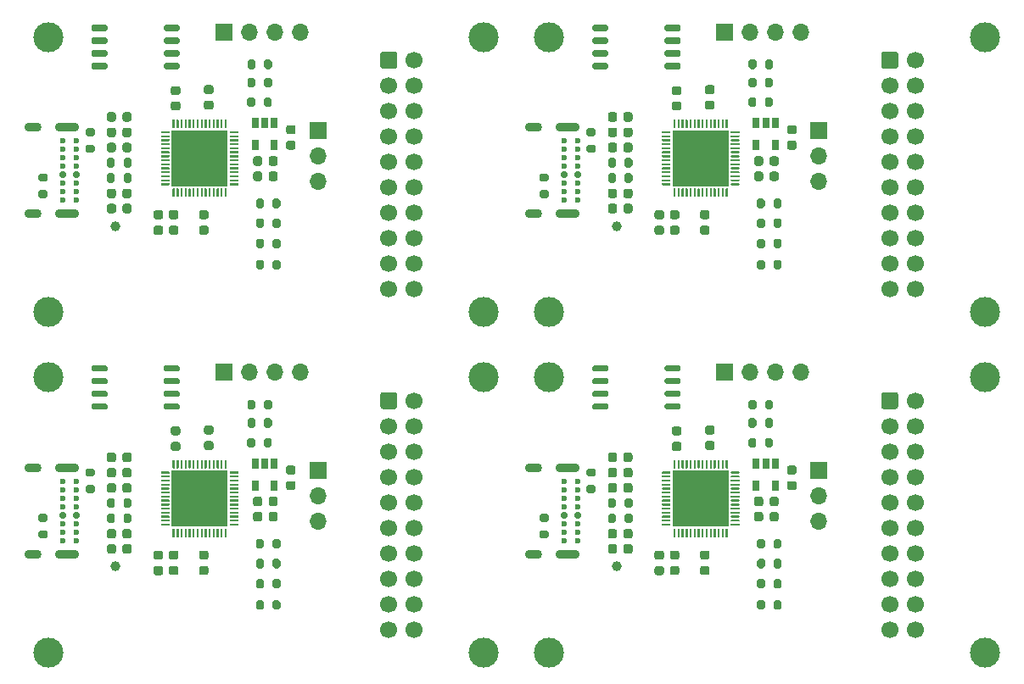
<source format=gbs>
G04 #@! TF.GenerationSoftware,KiCad,Pcbnew,(5.1.10-1-10_14)*
G04 #@! TF.CreationDate,2022-04-15T02:52:12+09:00*
G04 #@! TF.ProjectId,cmsis-dap_rp2040,636d7369-732d-4646-9170-5f7270323034,rev?*
G04 #@! TF.SameCoordinates,Original*
G04 #@! TF.FileFunction,Soldermask,Bot*
G04 #@! TF.FilePolarity,Negative*
%FSLAX46Y46*%
G04 Gerber Fmt 4.6, Leading zero omitted, Abs format (unit mm)*
G04 Created by KiCad (PCBNEW (5.1.10-1-10_14)) date 2022-04-15 02:52:12*
%MOMM*%
%LPD*%
G01*
G04 APERTURE LIST*
%ADD10C,3.000000*%
%ADD11C,0.600000*%
%ADD12C,0.700000*%
%ADD13O,2.400000X0.900000*%
%ADD14O,1.700000X0.900000*%
%ADD15R,0.650000X1.060000*%
%ADD16R,5.600000X5.600000*%
%ADD17C,1.700000*%
%ADD18O,1.700000X1.700000*%
%ADD19R,1.700000X1.700000*%
%ADD20C,1.000000*%
%ADD21R,2.000000X2.000000*%
G04 APERTURE END LIST*
G04 #@! TO.C,C2*
G36*
G01*
X177730000Y-98505000D02*
X177230000Y-98505000D01*
G75*
G02*
X177005000Y-98280000I0J225000D01*
G01*
X177005000Y-97830000D01*
G75*
G02*
X177230000Y-97605000I225000J0D01*
G01*
X177730000Y-97605000D01*
G75*
G02*
X177955000Y-97830000I0J-225000D01*
G01*
X177955000Y-98280000D01*
G75*
G02*
X177730000Y-98505000I-225000J0D01*
G01*
G37*
G36*
G01*
X177730000Y-96955000D02*
X177230000Y-96955000D01*
G75*
G02*
X177005000Y-96730000I0J225000D01*
G01*
X177005000Y-96280000D01*
G75*
G02*
X177230000Y-96055000I225000J0D01*
G01*
X177730000Y-96055000D01*
G75*
G02*
X177955000Y-96280000I0J-225000D01*
G01*
X177955000Y-96730000D01*
G75*
G02*
X177730000Y-96955000I-225000J0D01*
G01*
G37*
G04 #@! TD*
G04 #@! TO.C,C2*
G36*
G01*
X127730000Y-98505000D02*
X127230000Y-98505000D01*
G75*
G02*
X127005000Y-98280000I0J225000D01*
G01*
X127005000Y-97830000D01*
G75*
G02*
X127230000Y-97605000I225000J0D01*
G01*
X127730000Y-97605000D01*
G75*
G02*
X127955000Y-97830000I0J-225000D01*
G01*
X127955000Y-98280000D01*
G75*
G02*
X127730000Y-98505000I-225000J0D01*
G01*
G37*
G36*
G01*
X127730000Y-96955000D02*
X127230000Y-96955000D01*
G75*
G02*
X127005000Y-96730000I0J225000D01*
G01*
X127005000Y-96280000D01*
G75*
G02*
X127230000Y-96055000I225000J0D01*
G01*
X127730000Y-96055000D01*
G75*
G02*
X127955000Y-96280000I0J-225000D01*
G01*
X127955000Y-96730000D01*
G75*
G02*
X127730000Y-96955000I-225000J0D01*
G01*
G37*
G04 #@! TD*
G04 #@! TO.C,C2*
G36*
G01*
X177730000Y-64505000D02*
X177230000Y-64505000D01*
G75*
G02*
X177005000Y-64280000I0J225000D01*
G01*
X177005000Y-63830000D01*
G75*
G02*
X177230000Y-63605000I225000J0D01*
G01*
X177730000Y-63605000D01*
G75*
G02*
X177955000Y-63830000I0J-225000D01*
G01*
X177955000Y-64280000D01*
G75*
G02*
X177730000Y-64505000I-225000J0D01*
G01*
G37*
G36*
G01*
X177730000Y-62955000D02*
X177230000Y-62955000D01*
G75*
G02*
X177005000Y-62730000I0J225000D01*
G01*
X177005000Y-62280000D01*
G75*
G02*
X177230000Y-62055000I225000J0D01*
G01*
X177730000Y-62055000D01*
G75*
G02*
X177955000Y-62280000I0J-225000D01*
G01*
X177955000Y-62730000D01*
G75*
G02*
X177730000Y-62955000I-225000J0D01*
G01*
G37*
G04 #@! TD*
G04 #@! TO.C,C5*
G36*
G01*
X160035000Y-104130000D02*
X160035000Y-104630000D01*
G75*
G02*
X159810000Y-104855000I-225000J0D01*
G01*
X159360000Y-104855000D01*
G75*
G02*
X159135000Y-104630000I0J225000D01*
G01*
X159135000Y-104130000D01*
G75*
G02*
X159360000Y-103905000I225000J0D01*
G01*
X159810000Y-103905000D01*
G75*
G02*
X160035000Y-104130000I0J-225000D01*
G01*
G37*
G36*
G01*
X161585000Y-104130000D02*
X161585000Y-104630000D01*
G75*
G02*
X161360000Y-104855000I-225000J0D01*
G01*
X160910000Y-104855000D01*
G75*
G02*
X160685000Y-104630000I0J225000D01*
G01*
X160685000Y-104130000D01*
G75*
G02*
X160910000Y-103905000I225000J0D01*
G01*
X161360000Y-103905000D01*
G75*
G02*
X161585000Y-104130000I0J-225000D01*
G01*
G37*
G04 #@! TD*
G04 #@! TO.C,C5*
G36*
G01*
X110035000Y-104130000D02*
X110035000Y-104630000D01*
G75*
G02*
X109810000Y-104855000I-225000J0D01*
G01*
X109360000Y-104855000D01*
G75*
G02*
X109135000Y-104630000I0J225000D01*
G01*
X109135000Y-104130000D01*
G75*
G02*
X109360000Y-103905000I225000J0D01*
G01*
X109810000Y-103905000D01*
G75*
G02*
X110035000Y-104130000I0J-225000D01*
G01*
G37*
G36*
G01*
X111585000Y-104130000D02*
X111585000Y-104630000D01*
G75*
G02*
X111360000Y-104855000I-225000J0D01*
G01*
X110910000Y-104855000D01*
G75*
G02*
X110685000Y-104630000I0J225000D01*
G01*
X110685000Y-104130000D01*
G75*
G02*
X110910000Y-103905000I225000J0D01*
G01*
X111360000Y-103905000D01*
G75*
G02*
X111585000Y-104130000I0J-225000D01*
G01*
G37*
G04 #@! TD*
G04 #@! TO.C,C5*
G36*
G01*
X160035000Y-70130000D02*
X160035000Y-70630000D01*
G75*
G02*
X159810000Y-70855000I-225000J0D01*
G01*
X159360000Y-70855000D01*
G75*
G02*
X159135000Y-70630000I0J225000D01*
G01*
X159135000Y-70130000D01*
G75*
G02*
X159360000Y-69905000I225000J0D01*
G01*
X159810000Y-69905000D01*
G75*
G02*
X160035000Y-70130000I0J-225000D01*
G01*
G37*
G36*
G01*
X161585000Y-70130000D02*
X161585000Y-70630000D01*
G75*
G02*
X161360000Y-70855000I-225000J0D01*
G01*
X160910000Y-70855000D01*
G75*
G02*
X160685000Y-70630000I0J225000D01*
G01*
X160685000Y-70130000D01*
G75*
G02*
X160910000Y-69905000I225000J0D01*
G01*
X161360000Y-69905000D01*
G75*
G02*
X161585000Y-70130000I0J-225000D01*
G01*
G37*
G04 #@! TD*
G04 #@! TO.C,C6*
G36*
G01*
X164000000Y-104555000D02*
X164500000Y-104555000D01*
G75*
G02*
X164725000Y-104780000I0J-225000D01*
G01*
X164725000Y-105230000D01*
G75*
G02*
X164500000Y-105455000I-225000J0D01*
G01*
X164000000Y-105455000D01*
G75*
G02*
X163775000Y-105230000I0J225000D01*
G01*
X163775000Y-104780000D01*
G75*
G02*
X164000000Y-104555000I225000J0D01*
G01*
G37*
G36*
G01*
X164000000Y-106105000D02*
X164500000Y-106105000D01*
G75*
G02*
X164725000Y-106330000I0J-225000D01*
G01*
X164725000Y-106780000D01*
G75*
G02*
X164500000Y-107005000I-225000J0D01*
G01*
X164000000Y-107005000D01*
G75*
G02*
X163775000Y-106780000I0J225000D01*
G01*
X163775000Y-106330000D01*
G75*
G02*
X164000000Y-106105000I225000J0D01*
G01*
G37*
G04 #@! TD*
G04 #@! TO.C,C6*
G36*
G01*
X114000000Y-104555000D02*
X114500000Y-104555000D01*
G75*
G02*
X114725000Y-104780000I0J-225000D01*
G01*
X114725000Y-105230000D01*
G75*
G02*
X114500000Y-105455000I-225000J0D01*
G01*
X114000000Y-105455000D01*
G75*
G02*
X113775000Y-105230000I0J225000D01*
G01*
X113775000Y-104780000D01*
G75*
G02*
X114000000Y-104555000I225000J0D01*
G01*
G37*
G36*
G01*
X114000000Y-106105000D02*
X114500000Y-106105000D01*
G75*
G02*
X114725000Y-106330000I0J-225000D01*
G01*
X114725000Y-106780000D01*
G75*
G02*
X114500000Y-107005000I-225000J0D01*
G01*
X114000000Y-107005000D01*
G75*
G02*
X113775000Y-106780000I0J225000D01*
G01*
X113775000Y-106330000D01*
G75*
G02*
X114000000Y-106105000I225000J0D01*
G01*
G37*
G04 #@! TD*
G04 #@! TO.C,C6*
G36*
G01*
X164000000Y-70555000D02*
X164500000Y-70555000D01*
G75*
G02*
X164725000Y-70780000I0J-225000D01*
G01*
X164725000Y-71230000D01*
G75*
G02*
X164500000Y-71455000I-225000J0D01*
G01*
X164000000Y-71455000D01*
G75*
G02*
X163775000Y-71230000I0J225000D01*
G01*
X163775000Y-70780000D01*
G75*
G02*
X164000000Y-70555000I225000J0D01*
G01*
G37*
G36*
G01*
X164000000Y-72105000D02*
X164500000Y-72105000D01*
G75*
G02*
X164725000Y-72330000I0J-225000D01*
G01*
X164725000Y-72780000D01*
G75*
G02*
X164500000Y-73005000I-225000J0D01*
G01*
X164000000Y-73005000D01*
G75*
G02*
X163775000Y-72780000I0J225000D01*
G01*
X163775000Y-72330000D01*
G75*
G02*
X164000000Y-72105000I225000J0D01*
G01*
G37*
G04 #@! TD*
G04 #@! TO.C,C8*
G36*
G01*
X161575000Y-96520000D02*
X161575000Y-97020000D01*
G75*
G02*
X161350000Y-97245000I-225000J0D01*
G01*
X160900000Y-97245000D01*
G75*
G02*
X160675000Y-97020000I0J225000D01*
G01*
X160675000Y-96520000D01*
G75*
G02*
X160900000Y-96295000I225000J0D01*
G01*
X161350000Y-96295000D01*
G75*
G02*
X161575000Y-96520000I0J-225000D01*
G01*
G37*
G36*
G01*
X160025000Y-96520000D02*
X160025000Y-97020000D01*
G75*
G02*
X159800000Y-97245000I-225000J0D01*
G01*
X159350000Y-97245000D01*
G75*
G02*
X159125000Y-97020000I0J225000D01*
G01*
X159125000Y-96520000D01*
G75*
G02*
X159350000Y-96295000I225000J0D01*
G01*
X159800000Y-96295000D01*
G75*
G02*
X160025000Y-96520000I0J-225000D01*
G01*
G37*
G04 #@! TD*
G04 #@! TO.C,C8*
G36*
G01*
X111575000Y-96520000D02*
X111575000Y-97020000D01*
G75*
G02*
X111350000Y-97245000I-225000J0D01*
G01*
X110900000Y-97245000D01*
G75*
G02*
X110675000Y-97020000I0J225000D01*
G01*
X110675000Y-96520000D01*
G75*
G02*
X110900000Y-96295000I225000J0D01*
G01*
X111350000Y-96295000D01*
G75*
G02*
X111575000Y-96520000I0J-225000D01*
G01*
G37*
G36*
G01*
X110025000Y-96520000D02*
X110025000Y-97020000D01*
G75*
G02*
X109800000Y-97245000I-225000J0D01*
G01*
X109350000Y-97245000D01*
G75*
G02*
X109125000Y-97020000I0J225000D01*
G01*
X109125000Y-96520000D01*
G75*
G02*
X109350000Y-96295000I225000J0D01*
G01*
X109800000Y-96295000D01*
G75*
G02*
X110025000Y-96520000I0J-225000D01*
G01*
G37*
G04 #@! TD*
G04 #@! TO.C,C8*
G36*
G01*
X161575000Y-62520000D02*
X161575000Y-63020000D01*
G75*
G02*
X161350000Y-63245000I-225000J0D01*
G01*
X160900000Y-63245000D01*
G75*
G02*
X160675000Y-63020000I0J225000D01*
G01*
X160675000Y-62520000D01*
G75*
G02*
X160900000Y-62295000I225000J0D01*
G01*
X161350000Y-62295000D01*
G75*
G02*
X161575000Y-62520000I0J-225000D01*
G01*
G37*
G36*
G01*
X160025000Y-62520000D02*
X160025000Y-63020000D01*
G75*
G02*
X159800000Y-63245000I-225000J0D01*
G01*
X159350000Y-63245000D01*
G75*
G02*
X159125000Y-63020000I0J225000D01*
G01*
X159125000Y-62520000D01*
G75*
G02*
X159350000Y-62295000I225000J0D01*
G01*
X159800000Y-62295000D01*
G75*
G02*
X160025000Y-62520000I0J-225000D01*
G01*
G37*
G04 #@! TD*
G04 #@! TO.C,C9*
G36*
G01*
X161575000Y-98040000D02*
X161575000Y-98540000D01*
G75*
G02*
X161350000Y-98765000I-225000J0D01*
G01*
X160900000Y-98765000D01*
G75*
G02*
X160675000Y-98540000I0J225000D01*
G01*
X160675000Y-98040000D01*
G75*
G02*
X160900000Y-97815000I225000J0D01*
G01*
X161350000Y-97815000D01*
G75*
G02*
X161575000Y-98040000I0J-225000D01*
G01*
G37*
G36*
G01*
X160025000Y-98040000D02*
X160025000Y-98540000D01*
G75*
G02*
X159800000Y-98765000I-225000J0D01*
G01*
X159350000Y-98765000D01*
G75*
G02*
X159125000Y-98540000I0J225000D01*
G01*
X159125000Y-98040000D01*
G75*
G02*
X159350000Y-97815000I225000J0D01*
G01*
X159800000Y-97815000D01*
G75*
G02*
X160025000Y-98040000I0J-225000D01*
G01*
G37*
G04 #@! TD*
G04 #@! TO.C,C9*
G36*
G01*
X111575000Y-98040000D02*
X111575000Y-98540000D01*
G75*
G02*
X111350000Y-98765000I-225000J0D01*
G01*
X110900000Y-98765000D01*
G75*
G02*
X110675000Y-98540000I0J225000D01*
G01*
X110675000Y-98040000D01*
G75*
G02*
X110900000Y-97815000I225000J0D01*
G01*
X111350000Y-97815000D01*
G75*
G02*
X111575000Y-98040000I0J-225000D01*
G01*
G37*
G36*
G01*
X110025000Y-98040000D02*
X110025000Y-98540000D01*
G75*
G02*
X109800000Y-98765000I-225000J0D01*
G01*
X109350000Y-98765000D01*
G75*
G02*
X109125000Y-98540000I0J225000D01*
G01*
X109125000Y-98040000D01*
G75*
G02*
X109350000Y-97815000I225000J0D01*
G01*
X109800000Y-97815000D01*
G75*
G02*
X110025000Y-98040000I0J-225000D01*
G01*
G37*
G04 #@! TD*
G04 #@! TO.C,C9*
G36*
G01*
X161575000Y-64040000D02*
X161575000Y-64540000D01*
G75*
G02*
X161350000Y-64765000I-225000J0D01*
G01*
X160900000Y-64765000D01*
G75*
G02*
X160675000Y-64540000I0J225000D01*
G01*
X160675000Y-64040000D01*
G75*
G02*
X160900000Y-63815000I225000J0D01*
G01*
X161350000Y-63815000D01*
G75*
G02*
X161575000Y-64040000I0J-225000D01*
G01*
G37*
G36*
G01*
X160025000Y-64040000D02*
X160025000Y-64540000D01*
G75*
G02*
X159800000Y-64765000I-225000J0D01*
G01*
X159350000Y-64765000D01*
G75*
G02*
X159125000Y-64540000I0J225000D01*
G01*
X159125000Y-64040000D01*
G75*
G02*
X159350000Y-63815000I225000J0D01*
G01*
X159800000Y-63815000D01*
G75*
G02*
X160025000Y-64040000I0J-225000D01*
G01*
G37*
G04 #@! TD*
G04 #@! TO.C,C11*
G36*
G01*
X165530000Y-104545000D02*
X166030000Y-104545000D01*
G75*
G02*
X166255000Y-104770000I0J-225000D01*
G01*
X166255000Y-105220000D01*
G75*
G02*
X166030000Y-105445000I-225000J0D01*
G01*
X165530000Y-105445000D01*
G75*
G02*
X165305000Y-105220000I0J225000D01*
G01*
X165305000Y-104770000D01*
G75*
G02*
X165530000Y-104545000I225000J0D01*
G01*
G37*
G36*
G01*
X165530000Y-106095000D02*
X166030000Y-106095000D01*
G75*
G02*
X166255000Y-106320000I0J-225000D01*
G01*
X166255000Y-106770000D01*
G75*
G02*
X166030000Y-106995000I-225000J0D01*
G01*
X165530000Y-106995000D01*
G75*
G02*
X165305000Y-106770000I0J225000D01*
G01*
X165305000Y-106320000D01*
G75*
G02*
X165530000Y-106095000I225000J0D01*
G01*
G37*
G04 #@! TD*
G04 #@! TO.C,C11*
G36*
G01*
X115530000Y-104545000D02*
X116030000Y-104545000D01*
G75*
G02*
X116255000Y-104770000I0J-225000D01*
G01*
X116255000Y-105220000D01*
G75*
G02*
X116030000Y-105445000I-225000J0D01*
G01*
X115530000Y-105445000D01*
G75*
G02*
X115305000Y-105220000I0J225000D01*
G01*
X115305000Y-104770000D01*
G75*
G02*
X115530000Y-104545000I225000J0D01*
G01*
G37*
G36*
G01*
X115530000Y-106095000D02*
X116030000Y-106095000D01*
G75*
G02*
X116255000Y-106320000I0J-225000D01*
G01*
X116255000Y-106770000D01*
G75*
G02*
X116030000Y-106995000I-225000J0D01*
G01*
X115530000Y-106995000D01*
G75*
G02*
X115305000Y-106770000I0J225000D01*
G01*
X115305000Y-106320000D01*
G75*
G02*
X115530000Y-106095000I225000J0D01*
G01*
G37*
G04 #@! TD*
G04 #@! TO.C,C11*
G36*
G01*
X165530000Y-70545000D02*
X166030000Y-70545000D01*
G75*
G02*
X166255000Y-70770000I0J-225000D01*
G01*
X166255000Y-71220000D01*
G75*
G02*
X166030000Y-71445000I-225000J0D01*
G01*
X165530000Y-71445000D01*
G75*
G02*
X165305000Y-71220000I0J225000D01*
G01*
X165305000Y-70770000D01*
G75*
G02*
X165530000Y-70545000I225000J0D01*
G01*
G37*
G36*
G01*
X165530000Y-72095000D02*
X166030000Y-72095000D01*
G75*
G02*
X166255000Y-72320000I0J-225000D01*
G01*
X166255000Y-72770000D01*
G75*
G02*
X166030000Y-72995000I-225000J0D01*
G01*
X165530000Y-72995000D01*
G75*
G02*
X165305000Y-72770000I0J225000D01*
G01*
X165305000Y-72320000D01*
G75*
G02*
X165530000Y-72095000I225000J0D01*
G01*
G37*
G04 #@! TD*
G04 #@! TO.C,C12*
G36*
G01*
X161575000Y-102620000D02*
X161575000Y-103120000D01*
G75*
G02*
X161350000Y-103345000I-225000J0D01*
G01*
X160900000Y-103345000D01*
G75*
G02*
X160675000Y-103120000I0J225000D01*
G01*
X160675000Y-102620000D01*
G75*
G02*
X160900000Y-102395000I225000J0D01*
G01*
X161350000Y-102395000D01*
G75*
G02*
X161575000Y-102620000I0J-225000D01*
G01*
G37*
G36*
G01*
X160025000Y-102620000D02*
X160025000Y-103120000D01*
G75*
G02*
X159800000Y-103345000I-225000J0D01*
G01*
X159350000Y-103345000D01*
G75*
G02*
X159125000Y-103120000I0J225000D01*
G01*
X159125000Y-102620000D01*
G75*
G02*
X159350000Y-102395000I225000J0D01*
G01*
X159800000Y-102395000D01*
G75*
G02*
X160025000Y-102620000I0J-225000D01*
G01*
G37*
G04 #@! TD*
G04 #@! TO.C,C12*
G36*
G01*
X111575000Y-102620000D02*
X111575000Y-103120000D01*
G75*
G02*
X111350000Y-103345000I-225000J0D01*
G01*
X110900000Y-103345000D01*
G75*
G02*
X110675000Y-103120000I0J225000D01*
G01*
X110675000Y-102620000D01*
G75*
G02*
X110900000Y-102395000I225000J0D01*
G01*
X111350000Y-102395000D01*
G75*
G02*
X111575000Y-102620000I0J-225000D01*
G01*
G37*
G36*
G01*
X110025000Y-102620000D02*
X110025000Y-103120000D01*
G75*
G02*
X109800000Y-103345000I-225000J0D01*
G01*
X109350000Y-103345000D01*
G75*
G02*
X109125000Y-103120000I0J225000D01*
G01*
X109125000Y-102620000D01*
G75*
G02*
X109350000Y-102395000I225000J0D01*
G01*
X109800000Y-102395000D01*
G75*
G02*
X110025000Y-102620000I0J-225000D01*
G01*
G37*
G04 #@! TD*
G04 #@! TO.C,C12*
G36*
G01*
X161575000Y-68620000D02*
X161575000Y-69120000D01*
G75*
G02*
X161350000Y-69345000I-225000J0D01*
G01*
X160900000Y-69345000D01*
G75*
G02*
X160675000Y-69120000I0J225000D01*
G01*
X160675000Y-68620000D01*
G75*
G02*
X160900000Y-68395000I225000J0D01*
G01*
X161350000Y-68395000D01*
G75*
G02*
X161575000Y-68620000I0J-225000D01*
G01*
G37*
G36*
G01*
X160025000Y-68620000D02*
X160025000Y-69120000D01*
G75*
G02*
X159800000Y-69345000I-225000J0D01*
G01*
X159350000Y-69345000D01*
G75*
G02*
X159125000Y-69120000I0J225000D01*
G01*
X159125000Y-68620000D01*
G75*
G02*
X159350000Y-68395000I225000J0D01*
G01*
X159800000Y-68395000D01*
G75*
G02*
X160025000Y-68620000I0J-225000D01*
G01*
G37*
G04 #@! TD*
G04 #@! TO.C,C13*
G36*
G01*
X173715000Y-99890000D02*
X173715000Y-99390000D01*
G75*
G02*
X173940000Y-99165000I225000J0D01*
G01*
X174390000Y-99165000D01*
G75*
G02*
X174615000Y-99390000I0J-225000D01*
G01*
X174615000Y-99890000D01*
G75*
G02*
X174390000Y-100115000I-225000J0D01*
G01*
X173940000Y-100115000D01*
G75*
G02*
X173715000Y-99890000I0J225000D01*
G01*
G37*
G36*
G01*
X175265000Y-99890000D02*
X175265000Y-99390000D01*
G75*
G02*
X175490000Y-99165000I225000J0D01*
G01*
X175940000Y-99165000D01*
G75*
G02*
X176165000Y-99390000I0J-225000D01*
G01*
X176165000Y-99890000D01*
G75*
G02*
X175940000Y-100115000I-225000J0D01*
G01*
X175490000Y-100115000D01*
G75*
G02*
X175265000Y-99890000I0J225000D01*
G01*
G37*
G04 #@! TD*
G04 #@! TO.C,C13*
G36*
G01*
X123715000Y-99890000D02*
X123715000Y-99390000D01*
G75*
G02*
X123940000Y-99165000I225000J0D01*
G01*
X124390000Y-99165000D01*
G75*
G02*
X124615000Y-99390000I0J-225000D01*
G01*
X124615000Y-99890000D01*
G75*
G02*
X124390000Y-100115000I-225000J0D01*
G01*
X123940000Y-100115000D01*
G75*
G02*
X123715000Y-99890000I0J225000D01*
G01*
G37*
G36*
G01*
X125265000Y-99890000D02*
X125265000Y-99390000D01*
G75*
G02*
X125490000Y-99165000I225000J0D01*
G01*
X125940000Y-99165000D01*
G75*
G02*
X126165000Y-99390000I0J-225000D01*
G01*
X126165000Y-99890000D01*
G75*
G02*
X125940000Y-100115000I-225000J0D01*
G01*
X125490000Y-100115000D01*
G75*
G02*
X125265000Y-99890000I0J225000D01*
G01*
G37*
G04 #@! TD*
G04 #@! TO.C,C13*
G36*
G01*
X173715000Y-65890000D02*
X173715000Y-65390000D01*
G75*
G02*
X173940000Y-65165000I225000J0D01*
G01*
X174390000Y-65165000D01*
G75*
G02*
X174615000Y-65390000I0J-225000D01*
G01*
X174615000Y-65890000D01*
G75*
G02*
X174390000Y-66115000I-225000J0D01*
G01*
X173940000Y-66115000D01*
G75*
G02*
X173715000Y-65890000I0J225000D01*
G01*
G37*
G36*
G01*
X175265000Y-65890000D02*
X175265000Y-65390000D01*
G75*
G02*
X175490000Y-65165000I225000J0D01*
G01*
X175940000Y-65165000D01*
G75*
G02*
X176165000Y-65390000I0J-225000D01*
G01*
X176165000Y-65890000D01*
G75*
G02*
X175940000Y-66115000I-225000J0D01*
G01*
X175490000Y-66115000D01*
G75*
G02*
X175265000Y-65890000I0J225000D01*
G01*
G37*
G04 #@! TD*
G04 #@! TO.C,C14*
G36*
G01*
X173715000Y-101410000D02*
X173715000Y-100910000D01*
G75*
G02*
X173940000Y-100685000I225000J0D01*
G01*
X174390000Y-100685000D01*
G75*
G02*
X174615000Y-100910000I0J-225000D01*
G01*
X174615000Y-101410000D01*
G75*
G02*
X174390000Y-101635000I-225000J0D01*
G01*
X173940000Y-101635000D01*
G75*
G02*
X173715000Y-101410000I0J225000D01*
G01*
G37*
G36*
G01*
X175265000Y-101410000D02*
X175265000Y-100910000D01*
G75*
G02*
X175490000Y-100685000I225000J0D01*
G01*
X175940000Y-100685000D01*
G75*
G02*
X176165000Y-100910000I0J-225000D01*
G01*
X176165000Y-101410000D01*
G75*
G02*
X175940000Y-101635000I-225000J0D01*
G01*
X175490000Y-101635000D01*
G75*
G02*
X175265000Y-101410000I0J225000D01*
G01*
G37*
G04 #@! TD*
G04 #@! TO.C,C14*
G36*
G01*
X123715000Y-101410000D02*
X123715000Y-100910000D01*
G75*
G02*
X123940000Y-100685000I225000J0D01*
G01*
X124390000Y-100685000D01*
G75*
G02*
X124615000Y-100910000I0J-225000D01*
G01*
X124615000Y-101410000D01*
G75*
G02*
X124390000Y-101635000I-225000J0D01*
G01*
X123940000Y-101635000D01*
G75*
G02*
X123715000Y-101410000I0J225000D01*
G01*
G37*
G36*
G01*
X125265000Y-101410000D02*
X125265000Y-100910000D01*
G75*
G02*
X125490000Y-100685000I225000J0D01*
G01*
X125940000Y-100685000D01*
G75*
G02*
X126165000Y-100910000I0J-225000D01*
G01*
X126165000Y-101410000D01*
G75*
G02*
X125940000Y-101635000I-225000J0D01*
G01*
X125490000Y-101635000D01*
G75*
G02*
X125265000Y-101410000I0J225000D01*
G01*
G37*
G04 #@! TD*
G04 #@! TO.C,C14*
G36*
G01*
X173715000Y-67410000D02*
X173715000Y-66910000D01*
G75*
G02*
X173940000Y-66685000I225000J0D01*
G01*
X174390000Y-66685000D01*
G75*
G02*
X174615000Y-66910000I0J-225000D01*
G01*
X174615000Y-67410000D01*
G75*
G02*
X174390000Y-67635000I-225000J0D01*
G01*
X173940000Y-67635000D01*
G75*
G02*
X173715000Y-67410000I0J225000D01*
G01*
G37*
G36*
G01*
X175265000Y-67410000D02*
X175265000Y-66910000D01*
G75*
G02*
X175490000Y-66685000I225000J0D01*
G01*
X175940000Y-66685000D01*
G75*
G02*
X176165000Y-66910000I0J-225000D01*
G01*
X176165000Y-67410000D01*
G75*
G02*
X175940000Y-67635000I-225000J0D01*
G01*
X175490000Y-67635000D01*
G75*
G02*
X175265000Y-67410000I0J225000D01*
G01*
G37*
G04 #@! TD*
G04 #@! TO.C,C15*
G36*
G01*
X168540000Y-104545000D02*
X169040000Y-104545000D01*
G75*
G02*
X169265000Y-104770000I0J-225000D01*
G01*
X169265000Y-105220000D01*
G75*
G02*
X169040000Y-105445000I-225000J0D01*
G01*
X168540000Y-105445000D01*
G75*
G02*
X168315000Y-105220000I0J225000D01*
G01*
X168315000Y-104770000D01*
G75*
G02*
X168540000Y-104545000I225000J0D01*
G01*
G37*
G36*
G01*
X168540000Y-106095000D02*
X169040000Y-106095000D01*
G75*
G02*
X169265000Y-106320000I0J-225000D01*
G01*
X169265000Y-106770000D01*
G75*
G02*
X169040000Y-106995000I-225000J0D01*
G01*
X168540000Y-106995000D01*
G75*
G02*
X168315000Y-106770000I0J225000D01*
G01*
X168315000Y-106320000D01*
G75*
G02*
X168540000Y-106095000I225000J0D01*
G01*
G37*
G04 #@! TD*
G04 #@! TO.C,C15*
G36*
G01*
X118540000Y-104545000D02*
X119040000Y-104545000D01*
G75*
G02*
X119265000Y-104770000I0J-225000D01*
G01*
X119265000Y-105220000D01*
G75*
G02*
X119040000Y-105445000I-225000J0D01*
G01*
X118540000Y-105445000D01*
G75*
G02*
X118315000Y-105220000I0J225000D01*
G01*
X118315000Y-104770000D01*
G75*
G02*
X118540000Y-104545000I225000J0D01*
G01*
G37*
G36*
G01*
X118540000Y-106095000D02*
X119040000Y-106095000D01*
G75*
G02*
X119265000Y-106320000I0J-225000D01*
G01*
X119265000Y-106770000D01*
G75*
G02*
X119040000Y-106995000I-225000J0D01*
G01*
X118540000Y-106995000D01*
G75*
G02*
X118315000Y-106770000I0J225000D01*
G01*
X118315000Y-106320000D01*
G75*
G02*
X118540000Y-106095000I225000J0D01*
G01*
G37*
G04 #@! TD*
G04 #@! TO.C,C15*
G36*
G01*
X168540000Y-70545000D02*
X169040000Y-70545000D01*
G75*
G02*
X169265000Y-70770000I0J-225000D01*
G01*
X169265000Y-71220000D01*
G75*
G02*
X169040000Y-71445000I-225000J0D01*
G01*
X168540000Y-71445000D01*
G75*
G02*
X168315000Y-71220000I0J225000D01*
G01*
X168315000Y-70770000D01*
G75*
G02*
X168540000Y-70545000I225000J0D01*
G01*
G37*
G36*
G01*
X168540000Y-72095000D02*
X169040000Y-72095000D01*
G75*
G02*
X169265000Y-72320000I0J-225000D01*
G01*
X169265000Y-72770000D01*
G75*
G02*
X169040000Y-72995000I-225000J0D01*
G01*
X168540000Y-72995000D01*
G75*
G02*
X168315000Y-72770000I0J225000D01*
G01*
X168315000Y-72320000D01*
G75*
G02*
X168540000Y-72095000I225000J0D01*
G01*
G37*
G04 #@! TD*
G04 #@! TO.C,C16*
G36*
G01*
X161575000Y-94980000D02*
X161575000Y-95480000D01*
G75*
G02*
X161350000Y-95705000I-225000J0D01*
G01*
X160900000Y-95705000D01*
G75*
G02*
X160675000Y-95480000I0J225000D01*
G01*
X160675000Y-94980000D01*
G75*
G02*
X160900000Y-94755000I225000J0D01*
G01*
X161350000Y-94755000D01*
G75*
G02*
X161575000Y-94980000I0J-225000D01*
G01*
G37*
G36*
G01*
X160025000Y-94980000D02*
X160025000Y-95480000D01*
G75*
G02*
X159800000Y-95705000I-225000J0D01*
G01*
X159350000Y-95705000D01*
G75*
G02*
X159125000Y-95480000I0J225000D01*
G01*
X159125000Y-94980000D01*
G75*
G02*
X159350000Y-94755000I225000J0D01*
G01*
X159800000Y-94755000D01*
G75*
G02*
X160025000Y-94980000I0J-225000D01*
G01*
G37*
G04 #@! TD*
G04 #@! TO.C,C16*
G36*
G01*
X111575000Y-94980000D02*
X111575000Y-95480000D01*
G75*
G02*
X111350000Y-95705000I-225000J0D01*
G01*
X110900000Y-95705000D01*
G75*
G02*
X110675000Y-95480000I0J225000D01*
G01*
X110675000Y-94980000D01*
G75*
G02*
X110900000Y-94755000I225000J0D01*
G01*
X111350000Y-94755000D01*
G75*
G02*
X111575000Y-94980000I0J-225000D01*
G01*
G37*
G36*
G01*
X110025000Y-94980000D02*
X110025000Y-95480000D01*
G75*
G02*
X109800000Y-95705000I-225000J0D01*
G01*
X109350000Y-95705000D01*
G75*
G02*
X109125000Y-95480000I0J225000D01*
G01*
X109125000Y-94980000D01*
G75*
G02*
X109350000Y-94755000I225000J0D01*
G01*
X109800000Y-94755000D01*
G75*
G02*
X110025000Y-94980000I0J-225000D01*
G01*
G37*
G04 #@! TD*
G04 #@! TO.C,C16*
G36*
G01*
X161575000Y-60980000D02*
X161575000Y-61480000D01*
G75*
G02*
X161350000Y-61705000I-225000J0D01*
G01*
X160900000Y-61705000D01*
G75*
G02*
X160675000Y-61480000I0J225000D01*
G01*
X160675000Y-60980000D01*
G75*
G02*
X160900000Y-60755000I225000J0D01*
G01*
X161350000Y-60755000D01*
G75*
G02*
X161575000Y-60980000I0J-225000D01*
G01*
G37*
G36*
G01*
X160025000Y-60980000D02*
X160025000Y-61480000D01*
G75*
G02*
X159800000Y-61705000I-225000J0D01*
G01*
X159350000Y-61705000D01*
G75*
G02*
X159125000Y-61480000I0J225000D01*
G01*
X159125000Y-60980000D01*
G75*
G02*
X159350000Y-60755000I225000J0D01*
G01*
X159800000Y-60755000D01*
G75*
G02*
X160025000Y-60980000I0J-225000D01*
G01*
G37*
G04 #@! TD*
G04 #@! TO.C,C17*
G36*
G01*
X169540000Y-94505000D02*
X169040000Y-94505000D01*
G75*
G02*
X168815000Y-94280000I0J225000D01*
G01*
X168815000Y-93830000D01*
G75*
G02*
X169040000Y-93605000I225000J0D01*
G01*
X169540000Y-93605000D01*
G75*
G02*
X169765000Y-93830000I0J-225000D01*
G01*
X169765000Y-94280000D01*
G75*
G02*
X169540000Y-94505000I-225000J0D01*
G01*
G37*
G36*
G01*
X169540000Y-92955000D02*
X169040000Y-92955000D01*
G75*
G02*
X168815000Y-92730000I0J225000D01*
G01*
X168815000Y-92280000D01*
G75*
G02*
X169040000Y-92055000I225000J0D01*
G01*
X169540000Y-92055000D01*
G75*
G02*
X169765000Y-92280000I0J-225000D01*
G01*
X169765000Y-92730000D01*
G75*
G02*
X169540000Y-92955000I-225000J0D01*
G01*
G37*
G04 #@! TD*
G04 #@! TO.C,C17*
G36*
G01*
X119540000Y-94505000D02*
X119040000Y-94505000D01*
G75*
G02*
X118815000Y-94280000I0J225000D01*
G01*
X118815000Y-93830000D01*
G75*
G02*
X119040000Y-93605000I225000J0D01*
G01*
X119540000Y-93605000D01*
G75*
G02*
X119765000Y-93830000I0J-225000D01*
G01*
X119765000Y-94280000D01*
G75*
G02*
X119540000Y-94505000I-225000J0D01*
G01*
G37*
G36*
G01*
X119540000Y-92955000D02*
X119040000Y-92955000D01*
G75*
G02*
X118815000Y-92730000I0J225000D01*
G01*
X118815000Y-92280000D01*
G75*
G02*
X119040000Y-92055000I225000J0D01*
G01*
X119540000Y-92055000D01*
G75*
G02*
X119765000Y-92280000I0J-225000D01*
G01*
X119765000Y-92730000D01*
G75*
G02*
X119540000Y-92955000I-225000J0D01*
G01*
G37*
G04 #@! TD*
G04 #@! TO.C,C17*
G36*
G01*
X169540000Y-60505000D02*
X169040000Y-60505000D01*
G75*
G02*
X168815000Y-60280000I0J225000D01*
G01*
X168815000Y-59830000D01*
G75*
G02*
X169040000Y-59605000I225000J0D01*
G01*
X169540000Y-59605000D01*
G75*
G02*
X169765000Y-59830000I0J-225000D01*
G01*
X169765000Y-60280000D01*
G75*
G02*
X169540000Y-60505000I-225000J0D01*
G01*
G37*
G36*
G01*
X169540000Y-58955000D02*
X169040000Y-58955000D01*
G75*
G02*
X168815000Y-58730000I0J225000D01*
G01*
X168815000Y-58280000D01*
G75*
G02*
X169040000Y-58055000I225000J0D01*
G01*
X169540000Y-58055000D01*
G75*
G02*
X169765000Y-58280000I0J-225000D01*
G01*
X169765000Y-58730000D01*
G75*
G02*
X169540000Y-58955000I-225000J0D01*
G01*
G37*
G04 #@! TD*
D10*
G04 #@! TO.C,H1*
X153250000Y-87250000D03*
G04 #@! TD*
G04 #@! TO.C,H1*
X103250000Y-87250000D03*
G04 #@! TD*
G04 #@! TO.C,H1*
X153250000Y-53250000D03*
G04 #@! TD*
G04 #@! TO.C,H2*
X196750000Y-114750000D03*
G04 #@! TD*
G04 #@! TO.C,H2*
X146750000Y-114750000D03*
G04 #@! TD*
G04 #@! TO.C,H2*
X196750000Y-80750000D03*
G04 #@! TD*
G04 #@! TO.C,H3*
X153250000Y-114750000D03*
G04 #@! TD*
G04 #@! TO.C,H3*
X103250000Y-114750000D03*
G04 #@! TD*
G04 #@! TO.C,H3*
X153250000Y-80750000D03*
G04 #@! TD*
G04 #@! TO.C,H4*
X196750000Y-87250000D03*
G04 #@! TD*
G04 #@! TO.C,H4*
X146750000Y-87250000D03*
G04 #@! TD*
G04 #@! TO.C,H4*
X196750000Y-53250000D03*
G04 #@! TD*
D11*
G04 #@! TO.C,J1*
X156100000Y-97600000D03*
X156100000Y-98450000D03*
X156100000Y-99300000D03*
X156100000Y-100150000D03*
D12*
X156100000Y-101000000D03*
D11*
X156100000Y-101850000D03*
X156100000Y-102700000D03*
X156100000Y-103550000D03*
X154750000Y-98450000D03*
X154750000Y-100150000D03*
X154750000Y-99300000D03*
X154750000Y-97600000D03*
X154750000Y-101850000D03*
X154750000Y-102700000D03*
X154750000Y-103550000D03*
D12*
X154750000Y-101000000D03*
D13*
X155120000Y-96250000D03*
X155120000Y-104900000D03*
D14*
X151740000Y-96250000D03*
X151740000Y-104900000D03*
G04 #@! TD*
D11*
G04 #@! TO.C,J1*
X106100000Y-97600000D03*
X106100000Y-98450000D03*
X106100000Y-99300000D03*
X106100000Y-100150000D03*
D12*
X106100000Y-101000000D03*
D11*
X106100000Y-101850000D03*
X106100000Y-102700000D03*
X106100000Y-103550000D03*
X104750000Y-98450000D03*
X104750000Y-100150000D03*
X104750000Y-99300000D03*
X104750000Y-97600000D03*
X104750000Y-101850000D03*
X104750000Y-102700000D03*
X104750000Y-103550000D03*
D12*
X104750000Y-101000000D03*
D13*
X105120000Y-96250000D03*
X105120000Y-104900000D03*
D14*
X101740000Y-96250000D03*
X101740000Y-104900000D03*
G04 #@! TD*
D11*
G04 #@! TO.C,J1*
X156100000Y-63600000D03*
X156100000Y-64450000D03*
X156100000Y-65300000D03*
X156100000Y-66150000D03*
D12*
X156100000Y-67000000D03*
D11*
X156100000Y-67850000D03*
X156100000Y-68700000D03*
X156100000Y-69550000D03*
X154750000Y-64450000D03*
X154750000Y-66150000D03*
X154750000Y-65300000D03*
X154750000Y-63600000D03*
X154750000Y-67850000D03*
X154750000Y-68700000D03*
X154750000Y-69550000D03*
D12*
X154750000Y-67000000D03*
D13*
X155120000Y-62250000D03*
X155120000Y-70900000D03*
D14*
X151740000Y-62250000D03*
X151740000Y-70900000D03*
G04 #@! TD*
G04 #@! TO.C,R3*
G36*
G01*
X157175000Y-96365000D02*
X157725000Y-96365000D01*
G75*
G02*
X157925000Y-96565000I0J-200000D01*
G01*
X157925000Y-96965000D01*
G75*
G02*
X157725000Y-97165000I-200000J0D01*
G01*
X157175000Y-97165000D01*
G75*
G02*
X156975000Y-96965000I0J200000D01*
G01*
X156975000Y-96565000D01*
G75*
G02*
X157175000Y-96365000I200000J0D01*
G01*
G37*
G36*
G01*
X157175000Y-98015000D02*
X157725000Y-98015000D01*
G75*
G02*
X157925000Y-98215000I0J-200000D01*
G01*
X157925000Y-98615000D01*
G75*
G02*
X157725000Y-98815000I-200000J0D01*
G01*
X157175000Y-98815000D01*
G75*
G02*
X156975000Y-98615000I0J200000D01*
G01*
X156975000Y-98215000D01*
G75*
G02*
X157175000Y-98015000I200000J0D01*
G01*
G37*
G04 #@! TD*
G04 #@! TO.C,R3*
G36*
G01*
X107175000Y-96365000D02*
X107725000Y-96365000D01*
G75*
G02*
X107925000Y-96565000I0J-200000D01*
G01*
X107925000Y-96965000D01*
G75*
G02*
X107725000Y-97165000I-200000J0D01*
G01*
X107175000Y-97165000D01*
G75*
G02*
X106975000Y-96965000I0J200000D01*
G01*
X106975000Y-96565000D01*
G75*
G02*
X107175000Y-96365000I200000J0D01*
G01*
G37*
G36*
G01*
X107175000Y-98015000D02*
X107725000Y-98015000D01*
G75*
G02*
X107925000Y-98215000I0J-200000D01*
G01*
X107925000Y-98615000D01*
G75*
G02*
X107725000Y-98815000I-200000J0D01*
G01*
X107175000Y-98815000D01*
G75*
G02*
X106975000Y-98615000I0J200000D01*
G01*
X106975000Y-98215000D01*
G75*
G02*
X107175000Y-98015000I200000J0D01*
G01*
G37*
G04 #@! TD*
G04 #@! TO.C,R3*
G36*
G01*
X157175000Y-62365000D02*
X157725000Y-62365000D01*
G75*
G02*
X157925000Y-62565000I0J-200000D01*
G01*
X157925000Y-62965000D01*
G75*
G02*
X157725000Y-63165000I-200000J0D01*
G01*
X157175000Y-63165000D01*
G75*
G02*
X156975000Y-62965000I0J200000D01*
G01*
X156975000Y-62565000D01*
G75*
G02*
X157175000Y-62365000I200000J0D01*
G01*
G37*
G36*
G01*
X157175000Y-64015000D02*
X157725000Y-64015000D01*
G75*
G02*
X157925000Y-64215000I0J-200000D01*
G01*
X157925000Y-64615000D01*
G75*
G02*
X157725000Y-64815000I-200000J0D01*
G01*
X157175000Y-64815000D01*
G75*
G02*
X156975000Y-64615000I0J200000D01*
G01*
X156975000Y-64215000D01*
G75*
G02*
X157175000Y-64015000I200000J0D01*
G01*
G37*
G04 #@! TD*
G04 #@! TO.C,R4*
G36*
G01*
X153025000Y-103325000D02*
X152475000Y-103325000D01*
G75*
G02*
X152275000Y-103125000I0J200000D01*
G01*
X152275000Y-102725000D01*
G75*
G02*
X152475000Y-102525000I200000J0D01*
G01*
X153025000Y-102525000D01*
G75*
G02*
X153225000Y-102725000I0J-200000D01*
G01*
X153225000Y-103125000D01*
G75*
G02*
X153025000Y-103325000I-200000J0D01*
G01*
G37*
G36*
G01*
X153025000Y-101675000D02*
X152475000Y-101675000D01*
G75*
G02*
X152275000Y-101475000I0J200000D01*
G01*
X152275000Y-101075000D01*
G75*
G02*
X152475000Y-100875000I200000J0D01*
G01*
X153025000Y-100875000D01*
G75*
G02*
X153225000Y-101075000I0J-200000D01*
G01*
X153225000Y-101475000D01*
G75*
G02*
X153025000Y-101675000I-200000J0D01*
G01*
G37*
G04 #@! TD*
G04 #@! TO.C,R4*
G36*
G01*
X103025000Y-103325000D02*
X102475000Y-103325000D01*
G75*
G02*
X102275000Y-103125000I0J200000D01*
G01*
X102275000Y-102725000D01*
G75*
G02*
X102475000Y-102525000I200000J0D01*
G01*
X103025000Y-102525000D01*
G75*
G02*
X103225000Y-102725000I0J-200000D01*
G01*
X103225000Y-103125000D01*
G75*
G02*
X103025000Y-103325000I-200000J0D01*
G01*
G37*
G36*
G01*
X103025000Y-101675000D02*
X102475000Y-101675000D01*
G75*
G02*
X102275000Y-101475000I0J200000D01*
G01*
X102275000Y-101075000D01*
G75*
G02*
X102475000Y-100875000I200000J0D01*
G01*
X103025000Y-100875000D01*
G75*
G02*
X103225000Y-101075000I0J-200000D01*
G01*
X103225000Y-101475000D01*
G75*
G02*
X103025000Y-101675000I-200000J0D01*
G01*
G37*
G04 #@! TD*
G04 #@! TO.C,R4*
G36*
G01*
X153025000Y-69325000D02*
X152475000Y-69325000D01*
G75*
G02*
X152275000Y-69125000I0J200000D01*
G01*
X152275000Y-68725000D01*
G75*
G02*
X152475000Y-68525000I200000J0D01*
G01*
X153025000Y-68525000D01*
G75*
G02*
X153225000Y-68725000I0J-200000D01*
G01*
X153225000Y-69125000D01*
G75*
G02*
X153025000Y-69325000I-200000J0D01*
G01*
G37*
G36*
G01*
X153025000Y-67675000D02*
X152475000Y-67675000D01*
G75*
G02*
X152275000Y-67475000I0J200000D01*
G01*
X152275000Y-67075000D01*
G75*
G02*
X152475000Y-66875000I200000J0D01*
G01*
X153025000Y-66875000D01*
G75*
G02*
X153225000Y-67075000I0J-200000D01*
G01*
X153225000Y-67475000D01*
G75*
G02*
X153025000Y-67675000I-200000J0D01*
G01*
G37*
G04 #@! TD*
G04 #@! TO.C,R5*
G36*
G01*
X161575000Y-101065000D02*
X161575000Y-101615000D01*
G75*
G02*
X161375000Y-101815000I-200000J0D01*
G01*
X160975000Y-101815000D01*
G75*
G02*
X160775000Y-101615000I0J200000D01*
G01*
X160775000Y-101065000D01*
G75*
G02*
X160975000Y-100865000I200000J0D01*
G01*
X161375000Y-100865000D01*
G75*
G02*
X161575000Y-101065000I0J-200000D01*
G01*
G37*
G36*
G01*
X159925000Y-101065000D02*
X159925000Y-101615000D01*
G75*
G02*
X159725000Y-101815000I-200000J0D01*
G01*
X159325000Y-101815000D01*
G75*
G02*
X159125000Y-101615000I0J200000D01*
G01*
X159125000Y-101065000D01*
G75*
G02*
X159325000Y-100865000I200000J0D01*
G01*
X159725000Y-100865000D01*
G75*
G02*
X159925000Y-101065000I0J-200000D01*
G01*
G37*
G04 #@! TD*
G04 #@! TO.C,R5*
G36*
G01*
X111575000Y-101065000D02*
X111575000Y-101615000D01*
G75*
G02*
X111375000Y-101815000I-200000J0D01*
G01*
X110975000Y-101815000D01*
G75*
G02*
X110775000Y-101615000I0J200000D01*
G01*
X110775000Y-101065000D01*
G75*
G02*
X110975000Y-100865000I200000J0D01*
G01*
X111375000Y-100865000D01*
G75*
G02*
X111575000Y-101065000I0J-200000D01*
G01*
G37*
G36*
G01*
X109925000Y-101065000D02*
X109925000Y-101615000D01*
G75*
G02*
X109725000Y-101815000I-200000J0D01*
G01*
X109325000Y-101815000D01*
G75*
G02*
X109125000Y-101615000I0J200000D01*
G01*
X109125000Y-101065000D01*
G75*
G02*
X109325000Y-100865000I200000J0D01*
G01*
X109725000Y-100865000D01*
G75*
G02*
X109925000Y-101065000I0J-200000D01*
G01*
G37*
G04 #@! TD*
G04 #@! TO.C,R5*
G36*
G01*
X161575000Y-67065000D02*
X161575000Y-67615000D01*
G75*
G02*
X161375000Y-67815000I-200000J0D01*
G01*
X160975000Y-67815000D01*
G75*
G02*
X160775000Y-67615000I0J200000D01*
G01*
X160775000Y-67065000D01*
G75*
G02*
X160975000Y-66865000I200000J0D01*
G01*
X161375000Y-66865000D01*
G75*
G02*
X161575000Y-67065000I0J-200000D01*
G01*
G37*
G36*
G01*
X159925000Y-67065000D02*
X159925000Y-67615000D01*
G75*
G02*
X159725000Y-67815000I-200000J0D01*
G01*
X159325000Y-67815000D01*
G75*
G02*
X159125000Y-67615000I0J200000D01*
G01*
X159125000Y-67065000D01*
G75*
G02*
X159325000Y-66865000I200000J0D01*
G01*
X159725000Y-66865000D01*
G75*
G02*
X159925000Y-67065000I0J-200000D01*
G01*
G37*
G04 #@! TD*
G04 #@! TO.C,R6*
G36*
G01*
X161575000Y-99535000D02*
X161575000Y-100085000D01*
G75*
G02*
X161375000Y-100285000I-200000J0D01*
G01*
X160975000Y-100285000D01*
G75*
G02*
X160775000Y-100085000I0J200000D01*
G01*
X160775000Y-99535000D01*
G75*
G02*
X160975000Y-99335000I200000J0D01*
G01*
X161375000Y-99335000D01*
G75*
G02*
X161575000Y-99535000I0J-200000D01*
G01*
G37*
G36*
G01*
X159925000Y-99535000D02*
X159925000Y-100085000D01*
G75*
G02*
X159725000Y-100285000I-200000J0D01*
G01*
X159325000Y-100285000D01*
G75*
G02*
X159125000Y-100085000I0J200000D01*
G01*
X159125000Y-99535000D01*
G75*
G02*
X159325000Y-99335000I200000J0D01*
G01*
X159725000Y-99335000D01*
G75*
G02*
X159925000Y-99535000I0J-200000D01*
G01*
G37*
G04 #@! TD*
G04 #@! TO.C,R6*
G36*
G01*
X111575000Y-99535000D02*
X111575000Y-100085000D01*
G75*
G02*
X111375000Y-100285000I-200000J0D01*
G01*
X110975000Y-100285000D01*
G75*
G02*
X110775000Y-100085000I0J200000D01*
G01*
X110775000Y-99535000D01*
G75*
G02*
X110975000Y-99335000I200000J0D01*
G01*
X111375000Y-99335000D01*
G75*
G02*
X111575000Y-99535000I0J-200000D01*
G01*
G37*
G36*
G01*
X109925000Y-99535000D02*
X109925000Y-100085000D01*
G75*
G02*
X109725000Y-100285000I-200000J0D01*
G01*
X109325000Y-100285000D01*
G75*
G02*
X109125000Y-100085000I0J200000D01*
G01*
X109125000Y-99535000D01*
G75*
G02*
X109325000Y-99335000I200000J0D01*
G01*
X109725000Y-99335000D01*
G75*
G02*
X109925000Y-99535000I0J-200000D01*
G01*
G37*
G04 #@! TD*
G04 #@! TO.C,R6*
G36*
G01*
X161575000Y-65535000D02*
X161575000Y-66085000D01*
G75*
G02*
X161375000Y-66285000I-200000J0D01*
G01*
X160975000Y-66285000D01*
G75*
G02*
X160775000Y-66085000I0J200000D01*
G01*
X160775000Y-65535000D01*
G75*
G02*
X160975000Y-65335000I200000J0D01*
G01*
X161375000Y-65335000D01*
G75*
G02*
X161575000Y-65535000I0J-200000D01*
G01*
G37*
G36*
G01*
X159925000Y-65535000D02*
X159925000Y-66085000D01*
G75*
G02*
X159725000Y-66285000I-200000J0D01*
G01*
X159325000Y-66285000D01*
G75*
G02*
X159125000Y-66085000I0J200000D01*
G01*
X159125000Y-65535000D01*
G75*
G02*
X159325000Y-65335000I200000J0D01*
G01*
X159725000Y-65335000D01*
G75*
G02*
X159925000Y-65535000I0J-200000D01*
G01*
G37*
G04 #@! TD*
D15*
G04 #@! TO.C,U1*
X173920000Y-95850000D03*
X174870000Y-95850000D03*
X175820000Y-95850000D03*
X175820000Y-98050000D03*
X173920000Y-98050000D03*
G04 #@! TD*
G04 #@! TO.C,U1*
X123920000Y-95850000D03*
X124870000Y-95850000D03*
X125820000Y-95850000D03*
X125820000Y-98050000D03*
X123920000Y-98050000D03*
G04 #@! TD*
G04 #@! TO.C,U1*
X173920000Y-61850000D03*
X174870000Y-61850000D03*
X175820000Y-61850000D03*
X175820000Y-64050000D03*
X173920000Y-64050000D03*
G04 #@! TD*
G04 #@! TO.C,U3*
G36*
G01*
X165730000Y-95485000D02*
X165830000Y-95485000D01*
G75*
G02*
X165880000Y-95535000I0J-50000D01*
G01*
X165880000Y-96310000D01*
G75*
G02*
X165830000Y-96360000I-50000J0D01*
G01*
X165730000Y-96360000D01*
G75*
G02*
X165680000Y-96310000I0J50000D01*
G01*
X165680000Y-95535000D01*
G75*
G02*
X165730000Y-95485000I50000J0D01*
G01*
G37*
G36*
G01*
X166130000Y-95485000D02*
X166230000Y-95485000D01*
G75*
G02*
X166280000Y-95535000I0J-50000D01*
G01*
X166280000Y-96310000D01*
G75*
G02*
X166230000Y-96360000I-50000J0D01*
G01*
X166130000Y-96360000D01*
G75*
G02*
X166080000Y-96310000I0J50000D01*
G01*
X166080000Y-95535000D01*
G75*
G02*
X166130000Y-95485000I50000J0D01*
G01*
G37*
G36*
G01*
X166530000Y-95485000D02*
X166630000Y-95485000D01*
G75*
G02*
X166680000Y-95535000I0J-50000D01*
G01*
X166680000Y-96310000D01*
G75*
G02*
X166630000Y-96360000I-50000J0D01*
G01*
X166530000Y-96360000D01*
G75*
G02*
X166480000Y-96310000I0J50000D01*
G01*
X166480000Y-95535000D01*
G75*
G02*
X166530000Y-95485000I50000J0D01*
G01*
G37*
G36*
G01*
X166930000Y-95485000D02*
X167030000Y-95485000D01*
G75*
G02*
X167080000Y-95535000I0J-50000D01*
G01*
X167080000Y-96310000D01*
G75*
G02*
X167030000Y-96360000I-50000J0D01*
G01*
X166930000Y-96360000D01*
G75*
G02*
X166880000Y-96310000I0J50000D01*
G01*
X166880000Y-95535000D01*
G75*
G02*
X166930000Y-95485000I50000J0D01*
G01*
G37*
G36*
G01*
X167330000Y-95485000D02*
X167430000Y-95485000D01*
G75*
G02*
X167480000Y-95535000I0J-50000D01*
G01*
X167480000Y-96310000D01*
G75*
G02*
X167430000Y-96360000I-50000J0D01*
G01*
X167330000Y-96360000D01*
G75*
G02*
X167280000Y-96310000I0J50000D01*
G01*
X167280000Y-95535000D01*
G75*
G02*
X167330000Y-95485000I50000J0D01*
G01*
G37*
G36*
G01*
X167730000Y-95485000D02*
X167830000Y-95485000D01*
G75*
G02*
X167880000Y-95535000I0J-50000D01*
G01*
X167880000Y-96310000D01*
G75*
G02*
X167830000Y-96360000I-50000J0D01*
G01*
X167730000Y-96360000D01*
G75*
G02*
X167680000Y-96310000I0J50000D01*
G01*
X167680000Y-95535000D01*
G75*
G02*
X167730000Y-95485000I50000J0D01*
G01*
G37*
G36*
G01*
X168130000Y-95485000D02*
X168230000Y-95485000D01*
G75*
G02*
X168280000Y-95535000I0J-50000D01*
G01*
X168280000Y-96310000D01*
G75*
G02*
X168230000Y-96360000I-50000J0D01*
G01*
X168130000Y-96360000D01*
G75*
G02*
X168080000Y-96310000I0J50000D01*
G01*
X168080000Y-95535000D01*
G75*
G02*
X168130000Y-95485000I50000J0D01*
G01*
G37*
G36*
G01*
X168530000Y-95485000D02*
X168630000Y-95485000D01*
G75*
G02*
X168680000Y-95535000I0J-50000D01*
G01*
X168680000Y-96310000D01*
G75*
G02*
X168630000Y-96360000I-50000J0D01*
G01*
X168530000Y-96360000D01*
G75*
G02*
X168480000Y-96310000I0J50000D01*
G01*
X168480000Y-95535000D01*
G75*
G02*
X168530000Y-95485000I50000J0D01*
G01*
G37*
G36*
G01*
X168930000Y-95485000D02*
X169030000Y-95485000D01*
G75*
G02*
X169080000Y-95535000I0J-50000D01*
G01*
X169080000Y-96310000D01*
G75*
G02*
X169030000Y-96360000I-50000J0D01*
G01*
X168930000Y-96360000D01*
G75*
G02*
X168880000Y-96310000I0J50000D01*
G01*
X168880000Y-95535000D01*
G75*
G02*
X168930000Y-95485000I50000J0D01*
G01*
G37*
G36*
G01*
X169330000Y-95485000D02*
X169430000Y-95485000D01*
G75*
G02*
X169480000Y-95535000I0J-50000D01*
G01*
X169480000Y-96310000D01*
G75*
G02*
X169430000Y-96360000I-50000J0D01*
G01*
X169330000Y-96360000D01*
G75*
G02*
X169280000Y-96310000I0J50000D01*
G01*
X169280000Y-95535000D01*
G75*
G02*
X169330000Y-95485000I50000J0D01*
G01*
G37*
G36*
G01*
X169730000Y-95485000D02*
X169830000Y-95485000D01*
G75*
G02*
X169880000Y-95535000I0J-50000D01*
G01*
X169880000Y-96310000D01*
G75*
G02*
X169830000Y-96360000I-50000J0D01*
G01*
X169730000Y-96360000D01*
G75*
G02*
X169680000Y-96310000I0J50000D01*
G01*
X169680000Y-95535000D01*
G75*
G02*
X169730000Y-95485000I50000J0D01*
G01*
G37*
G36*
G01*
X170130000Y-95485000D02*
X170230000Y-95485000D01*
G75*
G02*
X170280000Y-95535000I0J-50000D01*
G01*
X170280000Y-96310000D01*
G75*
G02*
X170230000Y-96360000I-50000J0D01*
G01*
X170130000Y-96360000D01*
G75*
G02*
X170080000Y-96310000I0J50000D01*
G01*
X170080000Y-95535000D01*
G75*
G02*
X170130000Y-95485000I50000J0D01*
G01*
G37*
G36*
G01*
X170530000Y-95485000D02*
X170630000Y-95485000D01*
G75*
G02*
X170680000Y-95535000I0J-50000D01*
G01*
X170680000Y-96310000D01*
G75*
G02*
X170630000Y-96360000I-50000J0D01*
G01*
X170530000Y-96360000D01*
G75*
G02*
X170480000Y-96310000I0J50000D01*
G01*
X170480000Y-95535000D01*
G75*
G02*
X170530000Y-95485000I50000J0D01*
G01*
G37*
G36*
G01*
X170930000Y-95485000D02*
X171030000Y-95485000D01*
G75*
G02*
X171080000Y-95535000I0J-50000D01*
G01*
X171080000Y-96310000D01*
G75*
G02*
X171030000Y-96360000I-50000J0D01*
G01*
X170930000Y-96360000D01*
G75*
G02*
X170880000Y-96310000I0J50000D01*
G01*
X170880000Y-95535000D01*
G75*
G02*
X170930000Y-95485000I50000J0D01*
G01*
G37*
G36*
G01*
X171430000Y-96660000D02*
X172205000Y-96660000D01*
G75*
G02*
X172255000Y-96710000I0J-50000D01*
G01*
X172255000Y-96810000D01*
G75*
G02*
X172205000Y-96860000I-50000J0D01*
G01*
X171430000Y-96860000D01*
G75*
G02*
X171380000Y-96810000I0J50000D01*
G01*
X171380000Y-96710000D01*
G75*
G02*
X171430000Y-96660000I50000J0D01*
G01*
G37*
G36*
G01*
X171430000Y-97060000D02*
X172205000Y-97060000D01*
G75*
G02*
X172255000Y-97110000I0J-50000D01*
G01*
X172255000Y-97210000D01*
G75*
G02*
X172205000Y-97260000I-50000J0D01*
G01*
X171430000Y-97260000D01*
G75*
G02*
X171380000Y-97210000I0J50000D01*
G01*
X171380000Y-97110000D01*
G75*
G02*
X171430000Y-97060000I50000J0D01*
G01*
G37*
G36*
G01*
X171430000Y-97460000D02*
X172205000Y-97460000D01*
G75*
G02*
X172255000Y-97510000I0J-50000D01*
G01*
X172255000Y-97610000D01*
G75*
G02*
X172205000Y-97660000I-50000J0D01*
G01*
X171430000Y-97660000D01*
G75*
G02*
X171380000Y-97610000I0J50000D01*
G01*
X171380000Y-97510000D01*
G75*
G02*
X171430000Y-97460000I50000J0D01*
G01*
G37*
G36*
G01*
X171430000Y-97860000D02*
X172205000Y-97860000D01*
G75*
G02*
X172255000Y-97910000I0J-50000D01*
G01*
X172255000Y-98010000D01*
G75*
G02*
X172205000Y-98060000I-50000J0D01*
G01*
X171430000Y-98060000D01*
G75*
G02*
X171380000Y-98010000I0J50000D01*
G01*
X171380000Y-97910000D01*
G75*
G02*
X171430000Y-97860000I50000J0D01*
G01*
G37*
G36*
G01*
X171430000Y-98260000D02*
X172205000Y-98260000D01*
G75*
G02*
X172255000Y-98310000I0J-50000D01*
G01*
X172255000Y-98410000D01*
G75*
G02*
X172205000Y-98460000I-50000J0D01*
G01*
X171430000Y-98460000D01*
G75*
G02*
X171380000Y-98410000I0J50000D01*
G01*
X171380000Y-98310000D01*
G75*
G02*
X171430000Y-98260000I50000J0D01*
G01*
G37*
G36*
G01*
X171430000Y-98660000D02*
X172205000Y-98660000D01*
G75*
G02*
X172255000Y-98710000I0J-50000D01*
G01*
X172255000Y-98810000D01*
G75*
G02*
X172205000Y-98860000I-50000J0D01*
G01*
X171430000Y-98860000D01*
G75*
G02*
X171380000Y-98810000I0J50000D01*
G01*
X171380000Y-98710000D01*
G75*
G02*
X171430000Y-98660000I50000J0D01*
G01*
G37*
G36*
G01*
X171430000Y-99060000D02*
X172205000Y-99060000D01*
G75*
G02*
X172255000Y-99110000I0J-50000D01*
G01*
X172255000Y-99210000D01*
G75*
G02*
X172205000Y-99260000I-50000J0D01*
G01*
X171430000Y-99260000D01*
G75*
G02*
X171380000Y-99210000I0J50000D01*
G01*
X171380000Y-99110000D01*
G75*
G02*
X171430000Y-99060000I50000J0D01*
G01*
G37*
G36*
G01*
X171430000Y-99460000D02*
X172205000Y-99460000D01*
G75*
G02*
X172255000Y-99510000I0J-50000D01*
G01*
X172255000Y-99610000D01*
G75*
G02*
X172205000Y-99660000I-50000J0D01*
G01*
X171430000Y-99660000D01*
G75*
G02*
X171380000Y-99610000I0J50000D01*
G01*
X171380000Y-99510000D01*
G75*
G02*
X171430000Y-99460000I50000J0D01*
G01*
G37*
G36*
G01*
X171430000Y-99860000D02*
X172205000Y-99860000D01*
G75*
G02*
X172255000Y-99910000I0J-50000D01*
G01*
X172255000Y-100010000D01*
G75*
G02*
X172205000Y-100060000I-50000J0D01*
G01*
X171430000Y-100060000D01*
G75*
G02*
X171380000Y-100010000I0J50000D01*
G01*
X171380000Y-99910000D01*
G75*
G02*
X171430000Y-99860000I50000J0D01*
G01*
G37*
G36*
G01*
X171430000Y-100260000D02*
X172205000Y-100260000D01*
G75*
G02*
X172255000Y-100310000I0J-50000D01*
G01*
X172255000Y-100410000D01*
G75*
G02*
X172205000Y-100460000I-50000J0D01*
G01*
X171430000Y-100460000D01*
G75*
G02*
X171380000Y-100410000I0J50000D01*
G01*
X171380000Y-100310000D01*
G75*
G02*
X171430000Y-100260000I50000J0D01*
G01*
G37*
G36*
G01*
X171430000Y-100660000D02*
X172205000Y-100660000D01*
G75*
G02*
X172255000Y-100710000I0J-50000D01*
G01*
X172255000Y-100810000D01*
G75*
G02*
X172205000Y-100860000I-50000J0D01*
G01*
X171430000Y-100860000D01*
G75*
G02*
X171380000Y-100810000I0J50000D01*
G01*
X171380000Y-100710000D01*
G75*
G02*
X171430000Y-100660000I50000J0D01*
G01*
G37*
G36*
G01*
X171430000Y-101060000D02*
X172205000Y-101060000D01*
G75*
G02*
X172255000Y-101110000I0J-50000D01*
G01*
X172255000Y-101210000D01*
G75*
G02*
X172205000Y-101260000I-50000J0D01*
G01*
X171430000Y-101260000D01*
G75*
G02*
X171380000Y-101210000I0J50000D01*
G01*
X171380000Y-101110000D01*
G75*
G02*
X171430000Y-101060000I50000J0D01*
G01*
G37*
G36*
G01*
X171430000Y-101460000D02*
X172205000Y-101460000D01*
G75*
G02*
X172255000Y-101510000I0J-50000D01*
G01*
X172255000Y-101610000D01*
G75*
G02*
X172205000Y-101660000I-50000J0D01*
G01*
X171430000Y-101660000D01*
G75*
G02*
X171380000Y-101610000I0J50000D01*
G01*
X171380000Y-101510000D01*
G75*
G02*
X171430000Y-101460000I50000J0D01*
G01*
G37*
G36*
G01*
X171430000Y-101860000D02*
X172205000Y-101860000D01*
G75*
G02*
X172255000Y-101910000I0J-50000D01*
G01*
X172255000Y-102010000D01*
G75*
G02*
X172205000Y-102060000I-50000J0D01*
G01*
X171430000Y-102060000D01*
G75*
G02*
X171380000Y-102010000I0J50000D01*
G01*
X171380000Y-101910000D01*
G75*
G02*
X171430000Y-101860000I50000J0D01*
G01*
G37*
G36*
G01*
X170930000Y-102360000D02*
X171030000Y-102360000D01*
G75*
G02*
X171080000Y-102410000I0J-50000D01*
G01*
X171080000Y-103185000D01*
G75*
G02*
X171030000Y-103235000I-50000J0D01*
G01*
X170930000Y-103235000D01*
G75*
G02*
X170880000Y-103185000I0J50000D01*
G01*
X170880000Y-102410000D01*
G75*
G02*
X170930000Y-102360000I50000J0D01*
G01*
G37*
G36*
G01*
X170530000Y-102360000D02*
X170630000Y-102360000D01*
G75*
G02*
X170680000Y-102410000I0J-50000D01*
G01*
X170680000Y-103185000D01*
G75*
G02*
X170630000Y-103235000I-50000J0D01*
G01*
X170530000Y-103235000D01*
G75*
G02*
X170480000Y-103185000I0J50000D01*
G01*
X170480000Y-102410000D01*
G75*
G02*
X170530000Y-102360000I50000J0D01*
G01*
G37*
G36*
G01*
X170130000Y-102360000D02*
X170230000Y-102360000D01*
G75*
G02*
X170280000Y-102410000I0J-50000D01*
G01*
X170280000Y-103185000D01*
G75*
G02*
X170230000Y-103235000I-50000J0D01*
G01*
X170130000Y-103235000D01*
G75*
G02*
X170080000Y-103185000I0J50000D01*
G01*
X170080000Y-102410000D01*
G75*
G02*
X170130000Y-102360000I50000J0D01*
G01*
G37*
G36*
G01*
X169730000Y-102360000D02*
X169830000Y-102360000D01*
G75*
G02*
X169880000Y-102410000I0J-50000D01*
G01*
X169880000Y-103185000D01*
G75*
G02*
X169830000Y-103235000I-50000J0D01*
G01*
X169730000Y-103235000D01*
G75*
G02*
X169680000Y-103185000I0J50000D01*
G01*
X169680000Y-102410000D01*
G75*
G02*
X169730000Y-102360000I50000J0D01*
G01*
G37*
G36*
G01*
X169330000Y-102360000D02*
X169430000Y-102360000D01*
G75*
G02*
X169480000Y-102410000I0J-50000D01*
G01*
X169480000Y-103185000D01*
G75*
G02*
X169430000Y-103235000I-50000J0D01*
G01*
X169330000Y-103235000D01*
G75*
G02*
X169280000Y-103185000I0J50000D01*
G01*
X169280000Y-102410000D01*
G75*
G02*
X169330000Y-102360000I50000J0D01*
G01*
G37*
G36*
G01*
X168930000Y-102360000D02*
X169030000Y-102360000D01*
G75*
G02*
X169080000Y-102410000I0J-50000D01*
G01*
X169080000Y-103185000D01*
G75*
G02*
X169030000Y-103235000I-50000J0D01*
G01*
X168930000Y-103235000D01*
G75*
G02*
X168880000Y-103185000I0J50000D01*
G01*
X168880000Y-102410000D01*
G75*
G02*
X168930000Y-102360000I50000J0D01*
G01*
G37*
G36*
G01*
X168530000Y-102360000D02*
X168630000Y-102360000D01*
G75*
G02*
X168680000Y-102410000I0J-50000D01*
G01*
X168680000Y-103185000D01*
G75*
G02*
X168630000Y-103235000I-50000J0D01*
G01*
X168530000Y-103235000D01*
G75*
G02*
X168480000Y-103185000I0J50000D01*
G01*
X168480000Y-102410000D01*
G75*
G02*
X168530000Y-102360000I50000J0D01*
G01*
G37*
G36*
G01*
X168130000Y-102360000D02*
X168230000Y-102360000D01*
G75*
G02*
X168280000Y-102410000I0J-50000D01*
G01*
X168280000Y-103185000D01*
G75*
G02*
X168230000Y-103235000I-50000J0D01*
G01*
X168130000Y-103235000D01*
G75*
G02*
X168080000Y-103185000I0J50000D01*
G01*
X168080000Y-102410000D01*
G75*
G02*
X168130000Y-102360000I50000J0D01*
G01*
G37*
G36*
G01*
X167730000Y-102360000D02*
X167830000Y-102360000D01*
G75*
G02*
X167880000Y-102410000I0J-50000D01*
G01*
X167880000Y-103185000D01*
G75*
G02*
X167830000Y-103235000I-50000J0D01*
G01*
X167730000Y-103235000D01*
G75*
G02*
X167680000Y-103185000I0J50000D01*
G01*
X167680000Y-102410000D01*
G75*
G02*
X167730000Y-102360000I50000J0D01*
G01*
G37*
G36*
G01*
X167330000Y-102360000D02*
X167430000Y-102360000D01*
G75*
G02*
X167480000Y-102410000I0J-50000D01*
G01*
X167480000Y-103185000D01*
G75*
G02*
X167430000Y-103235000I-50000J0D01*
G01*
X167330000Y-103235000D01*
G75*
G02*
X167280000Y-103185000I0J50000D01*
G01*
X167280000Y-102410000D01*
G75*
G02*
X167330000Y-102360000I50000J0D01*
G01*
G37*
G36*
G01*
X166930000Y-102360000D02*
X167030000Y-102360000D01*
G75*
G02*
X167080000Y-102410000I0J-50000D01*
G01*
X167080000Y-103185000D01*
G75*
G02*
X167030000Y-103235000I-50000J0D01*
G01*
X166930000Y-103235000D01*
G75*
G02*
X166880000Y-103185000I0J50000D01*
G01*
X166880000Y-102410000D01*
G75*
G02*
X166930000Y-102360000I50000J0D01*
G01*
G37*
G36*
G01*
X166530000Y-102360000D02*
X166630000Y-102360000D01*
G75*
G02*
X166680000Y-102410000I0J-50000D01*
G01*
X166680000Y-103185000D01*
G75*
G02*
X166630000Y-103235000I-50000J0D01*
G01*
X166530000Y-103235000D01*
G75*
G02*
X166480000Y-103185000I0J50000D01*
G01*
X166480000Y-102410000D01*
G75*
G02*
X166530000Y-102360000I50000J0D01*
G01*
G37*
G36*
G01*
X166130000Y-102360000D02*
X166230000Y-102360000D01*
G75*
G02*
X166280000Y-102410000I0J-50000D01*
G01*
X166280000Y-103185000D01*
G75*
G02*
X166230000Y-103235000I-50000J0D01*
G01*
X166130000Y-103235000D01*
G75*
G02*
X166080000Y-103185000I0J50000D01*
G01*
X166080000Y-102410000D01*
G75*
G02*
X166130000Y-102360000I50000J0D01*
G01*
G37*
G36*
G01*
X165730000Y-102360000D02*
X165830000Y-102360000D01*
G75*
G02*
X165880000Y-102410000I0J-50000D01*
G01*
X165880000Y-103185000D01*
G75*
G02*
X165830000Y-103235000I-50000J0D01*
G01*
X165730000Y-103235000D01*
G75*
G02*
X165680000Y-103185000I0J50000D01*
G01*
X165680000Y-102410000D01*
G75*
G02*
X165730000Y-102360000I50000J0D01*
G01*
G37*
G36*
G01*
X164555000Y-101860000D02*
X165330000Y-101860000D01*
G75*
G02*
X165380000Y-101910000I0J-50000D01*
G01*
X165380000Y-102010000D01*
G75*
G02*
X165330000Y-102060000I-50000J0D01*
G01*
X164555000Y-102060000D01*
G75*
G02*
X164505000Y-102010000I0J50000D01*
G01*
X164505000Y-101910000D01*
G75*
G02*
X164555000Y-101860000I50000J0D01*
G01*
G37*
G36*
G01*
X164555000Y-101460000D02*
X165330000Y-101460000D01*
G75*
G02*
X165380000Y-101510000I0J-50000D01*
G01*
X165380000Y-101610000D01*
G75*
G02*
X165330000Y-101660000I-50000J0D01*
G01*
X164555000Y-101660000D01*
G75*
G02*
X164505000Y-101610000I0J50000D01*
G01*
X164505000Y-101510000D01*
G75*
G02*
X164555000Y-101460000I50000J0D01*
G01*
G37*
G36*
G01*
X164555000Y-101060000D02*
X165330000Y-101060000D01*
G75*
G02*
X165380000Y-101110000I0J-50000D01*
G01*
X165380000Y-101210000D01*
G75*
G02*
X165330000Y-101260000I-50000J0D01*
G01*
X164555000Y-101260000D01*
G75*
G02*
X164505000Y-101210000I0J50000D01*
G01*
X164505000Y-101110000D01*
G75*
G02*
X164555000Y-101060000I50000J0D01*
G01*
G37*
G36*
G01*
X164555000Y-100660000D02*
X165330000Y-100660000D01*
G75*
G02*
X165380000Y-100710000I0J-50000D01*
G01*
X165380000Y-100810000D01*
G75*
G02*
X165330000Y-100860000I-50000J0D01*
G01*
X164555000Y-100860000D01*
G75*
G02*
X164505000Y-100810000I0J50000D01*
G01*
X164505000Y-100710000D01*
G75*
G02*
X164555000Y-100660000I50000J0D01*
G01*
G37*
G36*
G01*
X164555000Y-100260000D02*
X165330000Y-100260000D01*
G75*
G02*
X165380000Y-100310000I0J-50000D01*
G01*
X165380000Y-100410000D01*
G75*
G02*
X165330000Y-100460000I-50000J0D01*
G01*
X164555000Y-100460000D01*
G75*
G02*
X164505000Y-100410000I0J50000D01*
G01*
X164505000Y-100310000D01*
G75*
G02*
X164555000Y-100260000I50000J0D01*
G01*
G37*
G36*
G01*
X164555000Y-99860000D02*
X165330000Y-99860000D01*
G75*
G02*
X165380000Y-99910000I0J-50000D01*
G01*
X165380000Y-100010000D01*
G75*
G02*
X165330000Y-100060000I-50000J0D01*
G01*
X164555000Y-100060000D01*
G75*
G02*
X164505000Y-100010000I0J50000D01*
G01*
X164505000Y-99910000D01*
G75*
G02*
X164555000Y-99860000I50000J0D01*
G01*
G37*
G36*
G01*
X164555000Y-99460000D02*
X165330000Y-99460000D01*
G75*
G02*
X165380000Y-99510000I0J-50000D01*
G01*
X165380000Y-99610000D01*
G75*
G02*
X165330000Y-99660000I-50000J0D01*
G01*
X164555000Y-99660000D01*
G75*
G02*
X164505000Y-99610000I0J50000D01*
G01*
X164505000Y-99510000D01*
G75*
G02*
X164555000Y-99460000I50000J0D01*
G01*
G37*
G36*
G01*
X164555000Y-99060000D02*
X165330000Y-99060000D01*
G75*
G02*
X165380000Y-99110000I0J-50000D01*
G01*
X165380000Y-99210000D01*
G75*
G02*
X165330000Y-99260000I-50000J0D01*
G01*
X164555000Y-99260000D01*
G75*
G02*
X164505000Y-99210000I0J50000D01*
G01*
X164505000Y-99110000D01*
G75*
G02*
X164555000Y-99060000I50000J0D01*
G01*
G37*
G36*
G01*
X164555000Y-98660000D02*
X165330000Y-98660000D01*
G75*
G02*
X165380000Y-98710000I0J-50000D01*
G01*
X165380000Y-98810000D01*
G75*
G02*
X165330000Y-98860000I-50000J0D01*
G01*
X164555000Y-98860000D01*
G75*
G02*
X164505000Y-98810000I0J50000D01*
G01*
X164505000Y-98710000D01*
G75*
G02*
X164555000Y-98660000I50000J0D01*
G01*
G37*
G36*
G01*
X164555000Y-98260000D02*
X165330000Y-98260000D01*
G75*
G02*
X165380000Y-98310000I0J-50000D01*
G01*
X165380000Y-98410000D01*
G75*
G02*
X165330000Y-98460000I-50000J0D01*
G01*
X164555000Y-98460000D01*
G75*
G02*
X164505000Y-98410000I0J50000D01*
G01*
X164505000Y-98310000D01*
G75*
G02*
X164555000Y-98260000I50000J0D01*
G01*
G37*
G36*
G01*
X164555000Y-97860000D02*
X165330000Y-97860000D01*
G75*
G02*
X165380000Y-97910000I0J-50000D01*
G01*
X165380000Y-98010000D01*
G75*
G02*
X165330000Y-98060000I-50000J0D01*
G01*
X164555000Y-98060000D01*
G75*
G02*
X164505000Y-98010000I0J50000D01*
G01*
X164505000Y-97910000D01*
G75*
G02*
X164555000Y-97860000I50000J0D01*
G01*
G37*
G36*
G01*
X164555000Y-97460000D02*
X165330000Y-97460000D01*
G75*
G02*
X165380000Y-97510000I0J-50000D01*
G01*
X165380000Y-97610000D01*
G75*
G02*
X165330000Y-97660000I-50000J0D01*
G01*
X164555000Y-97660000D01*
G75*
G02*
X164505000Y-97610000I0J50000D01*
G01*
X164505000Y-97510000D01*
G75*
G02*
X164555000Y-97460000I50000J0D01*
G01*
G37*
G36*
G01*
X164555000Y-97060000D02*
X165330000Y-97060000D01*
G75*
G02*
X165380000Y-97110000I0J-50000D01*
G01*
X165380000Y-97210000D01*
G75*
G02*
X165330000Y-97260000I-50000J0D01*
G01*
X164555000Y-97260000D01*
G75*
G02*
X164505000Y-97210000I0J50000D01*
G01*
X164505000Y-97110000D01*
G75*
G02*
X164555000Y-97060000I50000J0D01*
G01*
G37*
G36*
G01*
X164555000Y-96660000D02*
X165330000Y-96660000D01*
G75*
G02*
X165380000Y-96710000I0J-50000D01*
G01*
X165380000Y-96810000D01*
G75*
G02*
X165330000Y-96860000I-50000J0D01*
G01*
X164555000Y-96860000D01*
G75*
G02*
X164505000Y-96810000I0J50000D01*
G01*
X164505000Y-96710000D01*
G75*
G02*
X164555000Y-96660000I50000J0D01*
G01*
G37*
D16*
X168380000Y-99360000D03*
G04 #@! TD*
G04 #@! TO.C,U3*
G36*
G01*
X115730000Y-95485000D02*
X115830000Y-95485000D01*
G75*
G02*
X115880000Y-95535000I0J-50000D01*
G01*
X115880000Y-96310000D01*
G75*
G02*
X115830000Y-96360000I-50000J0D01*
G01*
X115730000Y-96360000D01*
G75*
G02*
X115680000Y-96310000I0J50000D01*
G01*
X115680000Y-95535000D01*
G75*
G02*
X115730000Y-95485000I50000J0D01*
G01*
G37*
G36*
G01*
X116130000Y-95485000D02*
X116230000Y-95485000D01*
G75*
G02*
X116280000Y-95535000I0J-50000D01*
G01*
X116280000Y-96310000D01*
G75*
G02*
X116230000Y-96360000I-50000J0D01*
G01*
X116130000Y-96360000D01*
G75*
G02*
X116080000Y-96310000I0J50000D01*
G01*
X116080000Y-95535000D01*
G75*
G02*
X116130000Y-95485000I50000J0D01*
G01*
G37*
G36*
G01*
X116530000Y-95485000D02*
X116630000Y-95485000D01*
G75*
G02*
X116680000Y-95535000I0J-50000D01*
G01*
X116680000Y-96310000D01*
G75*
G02*
X116630000Y-96360000I-50000J0D01*
G01*
X116530000Y-96360000D01*
G75*
G02*
X116480000Y-96310000I0J50000D01*
G01*
X116480000Y-95535000D01*
G75*
G02*
X116530000Y-95485000I50000J0D01*
G01*
G37*
G36*
G01*
X116930000Y-95485000D02*
X117030000Y-95485000D01*
G75*
G02*
X117080000Y-95535000I0J-50000D01*
G01*
X117080000Y-96310000D01*
G75*
G02*
X117030000Y-96360000I-50000J0D01*
G01*
X116930000Y-96360000D01*
G75*
G02*
X116880000Y-96310000I0J50000D01*
G01*
X116880000Y-95535000D01*
G75*
G02*
X116930000Y-95485000I50000J0D01*
G01*
G37*
G36*
G01*
X117330000Y-95485000D02*
X117430000Y-95485000D01*
G75*
G02*
X117480000Y-95535000I0J-50000D01*
G01*
X117480000Y-96310000D01*
G75*
G02*
X117430000Y-96360000I-50000J0D01*
G01*
X117330000Y-96360000D01*
G75*
G02*
X117280000Y-96310000I0J50000D01*
G01*
X117280000Y-95535000D01*
G75*
G02*
X117330000Y-95485000I50000J0D01*
G01*
G37*
G36*
G01*
X117730000Y-95485000D02*
X117830000Y-95485000D01*
G75*
G02*
X117880000Y-95535000I0J-50000D01*
G01*
X117880000Y-96310000D01*
G75*
G02*
X117830000Y-96360000I-50000J0D01*
G01*
X117730000Y-96360000D01*
G75*
G02*
X117680000Y-96310000I0J50000D01*
G01*
X117680000Y-95535000D01*
G75*
G02*
X117730000Y-95485000I50000J0D01*
G01*
G37*
G36*
G01*
X118130000Y-95485000D02*
X118230000Y-95485000D01*
G75*
G02*
X118280000Y-95535000I0J-50000D01*
G01*
X118280000Y-96310000D01*
G75*
G02*
X118230000Y-96360000I-50000J0D01*
G01*
X118130000Y-96360000D01*
G75*
G02*
X118080000Y-96310000I0J50000D01*
G01*
X118080000Y-95535000D01*
G75*
G02*
X118130000Y-95485000I50000J0D01*
G01*
G37*
G36*
G01*
X118530000Y-95485000D02*
X118630000Y-95485000D01*
G75*
G02*
X118680000Y-95535000I0J-50000D01*
G01*
X118680000Y-96310000D01*
G75*
G02*
X118630000Y-96360000I-50000J0D01*
G01*
X118530000Y-96360000D01*
G75*
G02*
X118480000Y-96310000I0J50000D01*
G01*
X118480000Y-95535000D01*
G75*
G02*
X118530000Y-95485000I50000J0D01*
G01*
G37*
G36*
G01*
X118930000Y-95485000D02*
X119030000Y-95485000D01*
G75*
G02*
X119080000Y-95535000I0J-50000D01*
G01*
X119080000Y-96310000D01*
G75*
G02*
X119030000Y-96360000I-50000J0D01*
G01*
X118930000Y-96360000D01*
G75*
G02*
X118880000Y-96310000I0J50000D01*
G01*
X118880000Y-95535000D01*
G75*
G02*
X118930000Y-95485000I50000J0D01*
G01*
G37*
G36*
G01*
X119330000Y-95485000D02*
X119430000Y-95485000D01*
G75*
G02*
X119480000Y-95535000I0J-50000D01*
G01*
X119480000Y-96310000D01*
G75*
G02*
X119430000Y-96360000I-50000J0D01*
G01*
X119330000Y-96360000D01*
G75*
G02*
X119280000Y-96310000I0J50000D01*
G01*
X119280000Y-95535000D01*
G75*
G02*
X119330000Y-95485000I50000J0D01*
G01*
G37*
G36*
G01*
X119730000Y-95485000D02*
X119830000Y-95485000D01*
G75*
G02*
X119880000Y-95535000I0J-50000D01*
G01*
X119880000Y-96310000D01*
G75*
G02*
X119830000Y-96360000I-50000J0D01*
G01*
X119730000Y-96360000D01*
G75*
G02*
X119680000Y-96310000I0J50000D01*
G01*
X119680000Y-95535000D01*
G75*
G02*
X119730000Y-95485000I50000J0D01*
G01*
G37*
G36*
G01*
X120130000Y-95485000D02*
X120230000Y-95485000D01*
G75*
G02*
X120280000Y-95535000I0J-50000D01*
G01*
X120280000Y-96310000D01*
G75*
G02*
X120230000Y-96360000I-50000J0D01*
G01*
X120130000Y-96360000D01*
G75*
G02*
X120080000Y-96310000I0J50000D01*
G01*
X120080000Y-95535000D01*
G75*
G02*
X120130000Y-95485000I50000J0D01*
G01*
G37*
G36*
G01*
X120530000Y-95485000D02*
X120630000Y-95485000D01*
G75*
G02*
X120680000Y-95535000I0J-50000D01*
G01*
X120680000Y-96310000D01*
G75*
G02*
X120630000Y-96360000I-50000J0D01*
G01*
X120530000Y-96360000D01*
G75*
G02*
X120480000Y-96310000I0J50000D01*
G01*
X120480000Y-95535000D01*
G75*
G02*
X120530000Y-95485000I50000J0D01*
G01*
G37*
G36*
G01*
X120930000Y-95485000D02*
X121030000Y-95485000D01*
G75*
G02*
X121080000Y-95535000I0J-50000D01*
G01*
X121080000Y-96310000D01*
G75*
G02*
X121030000Y-96360000I-50000J0D01*
G01*
X120930000Y-96360000D01*
G75*
G02*
X120880000Y-96310000I0J50000D01*
G01*
X120880000Y-95535000D01*
G75*
G02*
X120930000Y-95485000I50000J0D01*
G01*
G37*
G36*
G01*
X121430000Y-96660000D02*
X122205000Y-96660000D01*
G75*
G02*
X122255000Y-96710000I0J-50000D01*
G01*
X122255000Y-96810000D01*
G75*
G02*
X122205000Y-96860000I-50000J0D01*
G01*
X121430000Y-96860000D01*
G75*
G02*
X121380000Y-96810000I0J50000D01*
G01*
X121380000Y-96710000D01*
G75*
G02*
X121430000Y-96660000I50000J0D01*
G01*
G37*
G36*
G01*
X121430000Y-97060000D02*
X122205000Y-97060000D01*
G75*
G02*
X122255000Y-97110000I0J-50000D01*
G01*
X122255000Y-97210000D01*
G75*
G02*
X122205000Y-97260000I-50000J0D01*
G01*
X121430000Y-97260000D01*
G75*
G02*
X121380000Y-97210000I0J50000D01*
G01*
X121380000Y-97110000D01*
G75*
G02*
X121430000Y-97060000I50000J0D01*
G01*
G37*
G36*
G01*
X121430000Y-97460000D02*
X122205000Y-97460000D01*
G75*
G02*
X122255000Y-97510000I0J-50000D01*
G01*
X122255000Y-97610000D01*
G75*
G02*
X122205000Y-97660000I-50000J0D01*
G01*
X121430000Y-97660000D01*
G75*
G02*
X121380000Y-97610000I0J50000D01*
G01*
X121380000Y-97510000D01*
G75*
G02*
X121430000Y-97460000I50000J0D01*
G01*
G37*
G36*
G01*
X121430000Y-97860000D02*
X122205000Y-97860000D01*
G75*
G02*
X122255000Y-97910000I0J-50000D01*
G01*
X122255000Y-98010000D01*
G75*
G02*
X122205000Y-98060000I-50000J0D01*
G01*
X121430000Y-98060000D01*
G75*
G02*
X121380000Y-98010000I0J50000D01*
G01*
X121380000Y-97910000D01*
G75*
G02*
X121430000Y-97860000I50000J0D01*
G01*
G37*
G36*
G01*
X121430000Y-98260000D02*
X122205000Y-98260000D01*
G75*
G02*
X122255000Y-98310000I0J-50000D01*
G01*
X122255000Y-98410000D01*
G75*
G02*
X122205000Y-98460000I-50000J0D01*
G01*
X121430000Y-98460000D01*
G75*
G02*
X121380000Y-98410000I0J50000D01*
G01*
X121380000Y-98310000D01*
G75*
G02*
X121430000Y-98260000I50000J0D01*
G01*
G37*
G36*
G01*
X121430000Y-98660000D02*
X122205000Y-98660000D01*
G75*
G02*
X122255000Y-98710000I0J-50000D01*
G01*
X122255000Y-98810000D01*
G75*
G02*
X122205000Y-98860000I-50000J0D01*
G01*
X121430000Y-98860000D01*
G75*
G02*
X121380000Y-98810000I0J50000D01*
G01*
X121380000Y-98710000D01*
G75*
G02*
X121430000Y-98660000I50000J0D01*
G01*
G37*
G36*
G01*
X121430000Y-99060000D02*
X122205000Y-99060000D01*
G75*
G02*
X122255000Y-99110000I0J-50000D01*
G01*
X122255000Y-99210000D01*
G75*
G02*
X122205000Y-99260000I-50000J0D01*
G01*
X121430000Y-99260000D01*
G75*
G02*
X121380000Y-99210000I0J50000D01*
G01*
X121380000Y-99110000D01*
G75*
G02*
X121430000Y-99060000I50000J0D01*
G01*
G37*
G36*
G01*
X121430000Y-99460000D02*
X122205000Y-99460000D01*
G75*
G02*
X122255000Y-99510000I0J-50000D01*
G01*
X122255000Y-99610000D01*
G75*
G02*
X122205000Y-99660000I-50000J0D01*
G01*
X121430000Y-99660000D01*
G75*
G02*
X121380000Y-99610000I0J50000D01*
G01*
X121380000Y-99510000D01*
G75*
G02*
X121430000Y-99460000I50000J0D01*
G01*
G37*
G36*
G01*
X121430000Y-99860000D02*
X122205000Y-99860000D01*
G75*
G02*
X122255000Y-99910000I0J-50000D01*
G01*
X122255000Y-100010000D01*
G75*
G02*
X122205000Y-100060000I-50000J0D01*
G01*
X121430000Y-100060000D01*
G75*
G02*
X121380000Y-100010000I0J50000D01*
G01*
X121380000Y-99910000D01*
G75*
G02*
X121430000Y-99860000I50000J0D01*
G01*
G37*
G36*
G01*
X121430000Y-100260000D02*
X122205000Y-100260000D01*
G75*
G02*
X122255000Y-100310000I0J-50000D01*
G01*
X122255000Y-100410000D01*
G75*
G02*
X122205000Y-100460000I-50000J0D01*
G01*
X121430000Y-100460000D01*
G75*
G02*
X121380000Y-100410000I0J50000D01*
G01*
X121380000Y-100310000D01*
G75*
G02*
X121430000Y-100260000I50000J0D01*
G01*
G37*
G36*
G01*
X121430000Y-100660000D02*
X122205000Y-100660000D01*
G75*
G02*
X122255000Y-100710000I0J-50000D01*
G01*
X122255000Y-100810000D01*
G75*
G02*
X122205000Y-100860000I-50000J0D01*
G01*
X121430000Y-100860000D01*
G75*
G02*
X121380000Y-100810000I0J50000D01*
G01*
X121380000Y-100710000D01*
G75*
G02*
X121430000Y-100660000I50000J0D01*
G01*
G37*
G36*
G01*
X121430000Y-101060000D02*
X122205000Y-101060000D01*
G75*
G02*
X122255000Y-101110000I0J-50000D01*
G01*
X122255000Y-101210000D01*
G75*
G02*
X122205000Y-101260000I-50000J0D01*
G01*
X121430000Y-101260000D01*
G75*
G02*
X121380000Y-101210000I0J50000D01*
G01*
X121380000Y-101110000D01*
G75*
G02*
X121430000Y-101060000I50000J0D01*
G01*
G37*
G36*
G01*
X121430000Y-101460000D02*
X122205000Y-101460000D01*
G75*
G02*
X122255000Y-101510000I0J-50000D01*
G01*
X122255000Y-101610000D01*
G75*
G02*
X122205000Y-101660000I-50000J0D01*
G01*
X121430000Y-101660000D01*
G75*
G02*
X121380000Y-101610000I0J50000D01*
G01*
X121380000Y-101510000D01*
G75*
G02*
X121430000Y-101460000I50000J0D01*
G01*
G37*
G36*
G01*
X121430000Y-101860000D02*
X122205000Y-101860000D01*
G75*
G02*
X122255000Y-101910000I0J-50000D01*
G01*
X122255000Y-102010000D01*
G75*
G02*
X122205000Y-102060000I-50000J0D01*
G01*
X121430000Y-102060000D01*
G75*
G02*
X121380000Y-102010000I0J50000D01*
G01*
X121380000Y-101910000D01*
G75*
G02*
X121430000Y-101860000I50000J0D01*
G01*
G37*
G36*
G01*
X120930000Y-102360000D02*
X121030000Y-102360000D01*
G75*
G02*
X121080000Y-102410000I0J-50000D01*
G01*
X121080000Y-103185000D01*
G75*
G02*
X121030000Y-103235000I-50000J0D01*
G01*
X120930000Y-103235000D01*
G75*
G02*
X120880000Y-103185000I0J50000D01*
G01*
X120880000Y-102410000D01*
G75*
G02*
X120930000Y-102360000I50000J0D01*
G01*
G37*
G36*
G01*
X120530000Y-102360000D02*
X120630000Y-102360000D01*
G75*
G02*
X120680000Y-102410000I0J-50000D01*
G01*
X120680000Y-103185000D01*
G75*
G02*
X120630000Y-103235000I-50000J0D01*
G01*
X120530000Y-103235000D01*
G75*
G02*
X120480000Y-103185000I0J50000D01*
G01*
X120480000Y-102410000D01*
G75*
G02*
X120530000Y-102360000I50000J0D01*
G01*
G37*
G36*
G01*
X120130000Y-102360000D02*
X120230000Y-102360000D01*
G75*
G02*
X120280000Y-102410000I0J-50000D01*
G01*
X120280000Y-103185000D01*
G75*
G02*
X120230000Y-103235000I-50000J0D01*
G01*
X120130000Y-103235000D01*
G75*
G02*
X120080000Y-103185000I0J50000D01*
G01*
X120080000Y-102410000D01*
G75*
G02*
X120130000Y-102360000I50000J0D01*
G01*
G37*
G36*
G01*
X119730000Y-102360000D02*
X119830000Y-102360000D01*
G75*
G02*
X119880000Y-102410000I0J-50000D01*
G01*
X119880000Y-103185000D01*
G75*
G02*
X119830000Y-103235000I-50000J0D01*
G01*
X119730000Y-103235000D01*
G75*
G02*
X119680000Y-103185000I0J50000D01*
G01*
X119680000Y-102410000D01*
G75*
G02*
X119730000Y-102360000I50000J0D01*
G01*
G37*
G36*
G01*
X119330000Y-102360000D02*
X119430000Y-102360000D01*
G75*
G02*
X119480000Y-102410000I0J-50000D01*
G01*
X119480000Y-103185000D01*
G75*
G02*
X119430000Y-103235000I-50000J0D01*
G01*
X119330000Y-103235000D01*
G75*
G02*
X119280000Y-103185000I0J50000D01*
G01*
X119280000Y-102410000D01*
G75*
G02*
X119330000Y-102360000I50000J0D01*
G01*
G37*
G36*
G01*
X118930000Y-102360000D02*
X119030000Y-102360000D01*
G75*
G02*
X119080000Y-102410000I0J-50000D01*
G01*
X119080000Y-103185000D01*
G75*
G02*
X119030000Y-103235000I-50000J0D01*
G01*
X118930000Y-103235000D01*
G75*
G02*
X118880000Y-103185000I0J50000D01*
G01*
X118880000Y-102410000D01*
G75*
G02*
X118930000Y-102360000I50000J0D01*
G01*
G37*
G36*
G01*
X118530000Y-102360000D02*
X118630000Y-102360000D01*
G75*
G02*
X118680000Y-102410000I0J-50000D01*
G01*
X118680000Y-103185000D01*
G75*
G02*
X118630000Y-103235000I-50000J0D01*
G01*
X118530000Y-103235000D01*
G75*
G02*
X118480000Y-103185000I0J50000D01*
G01*
X118480000Y-102410000D01*
G75*
G02*
X118530000Y-102360000I50000J0D01*
G01*
G37*
G36*
G01*
X118130000Y-102360000D02*
X118230000Y-102360000D01*
G75*
G02*
X118280000Y-102410000I0J-50000D01*
G01*
X118280000Y-103185000D01*
G75*
G02*
X118230000Y-103235000I-50000J0D01*
G01*
X118130000Y-103235000D01*
G75*
G02*
X118080000Y-103185000I0J50000D01*
G01*
X118080000Y-102410000D01*
G75*
G02*
X118130000Y-102360000I50000J0D01*
G01*
G37*
G36*
G01*
X117730000Y-102360000D02*
X117830000Y-102360000D01*
G75*
G02*
X117880000Y-102410000I0J-50000D01*
G01*
X117880000Y-103185000D01*
G75*
G02*
X117830000Y-103235000I-50000J0D01*
G01*
X117730000Y-103235000D01*
G75*
G02*
X117680000Y-103185000I0J50000D01*
G01*
X117680000Y-102410000D01*
G75*
G02*
X117730000Y-102360000I50000J0D01*
G01*
G37*
G36*
G01*
X117330000Y-102360000D02*
X117430000Y-102360000D01*
G75*
G02*
X117480000Y-102410000I0J-50000D01*
G01*
X117480000Y-103185000D01*
G75*
G02*
X117430000Y-103235000I-50000J0D01*
G01*
X117330000Y-103235000D01*
G75*
G02*
X117280000Y-103185000I0J50000D01*
G01*
X117280000Y-102410000D01*
G75*
G02*
X117330000Y-102360000I50000J0D01*
G01*
G37*
G36*
G01*
X116930000Y-102360000D02*
X117030000Y-102360000D01*
G75*
G02*
X117080000Y-102410000I0J-50000D01*
G01*
X117080000Y-103185000D01*
G75*
G02*
X117030000Y-103235000I-50000J0D01*
G01*
X116930000Y-103235000D01*
G75*
G02*
X116880000Y-103185000I0J50000D01*
G01*
X116880000Y-102410000D01*
G75*
G02*
X116930000Y-102360000I50000J0D01*
G01*
G37*
G36*
G01*
X116530000Y-102360000D02*
X116630000Y-102360000D01*
G75*
G02*
X116680000Y-102410000I0J-50000D01*
G01*
X116680000Y-103185000D01*
G75*
G02*
X116630000Y-103235000I-50000J0D01*
G01*
X116530000Y-103235000D01*
G75*
G02*
X116480000Y-103185000I0J50000D01*
G01*
X116480000Y-102410000D01*
G75*
G02*
X116530000Y-102360000I50000J0D01*
G01*
G37*
G36*
G01*
X116130000Y-102360000D02*
X116230000Y-102360000D01*
G75*
G02*
X116280000Y-102410000I0J-50000D01*
G01*
X116280000Y-103185000D01*
G75*
G02*
X116230000Y-103235000I-50000J0D01*
G01*
X116130000Y-103235000D01*
G75*
G02*
X116080000Y-103185000I0J50000D01*
G01*
X116080000Y-102410000D01*
G75*
G02*
X116130000Y-102360000I50000J0D01*
G01*
G37*
G36*
G01*
X115730000Y-102360000D02*
X115830000Y-102360000D01*
G75*
G02*
X115880000Y-102410000I0J-50000D01*
G01*
X115880000Y-103185000D01*
G75*
G02*
X115830000Y-103235000I-50000J0D01*
G01*
X115730000Y-103235000D01*
G75*
G02*
X115680000Y-103185000I0J50000D01*
G01*
X115680000Y-102410000D01*
G75*
G02*
X115730000Y-102360000I50000J0D01*
G01*
G37*
G36*
G01*
X114555000Y-101860000D02*
X115330000Y-101860000D01*
G75*
G02*
X115380000Y-101910000I0J-50000D01*
G01*
X115380000Y-102010000D01*
G75*
G02*
X115330000Y-102060000I-50000J0D01*
G01*
X114555000Y-102060000D01*
G75*
G02*
X114505000Y-102010000I0J50000D01*
G01*
X114505000Y-101910000D01*
G75*
G02*
X114555000Y-101860000I50000J0D01*
G01*
G37*
G36*
G01*
X114555000Y-101460000D02*
X115330000Y-101460000D01*
G75*
G02*
X115380000Y-101510000I0J-50000D01*
G01*
X115380000Y-101610000D01*
G75*
G02*
X115330000Y-101660000I-50000J0D01*
G01*
X114555000Y-101660000D01*
G75*
G02*
X114505000Y-101610000I0J50000D01*
G01*
X114505000Y-101510000D01*
G75*
G02*
X114555000Y-101460000I50000J0D01*
G01*
G37*
G36*
G01*
X114555000Y-101060000D02*
X115330000Y-101060000D01*
G75*
G02*
X115380000Y-101110000I0J-50000D01*
G01*
X115380000Y-101210000D01*
G75*
G02*
X115330000Y-101260000I-50000J0D01*
G01*
X114555000Y-101260000D01*
G75*
G02*
X114505000Y-101210000I0J50000D01*
G01*
X114505000Y-101110000D01*
G75*
G02*
X114555000Y-101060000I50000J0D01*
G01*
G37*
G36*
G01*
X114555000Y-100660000D02*
X115330000Y-100660000D01*
G75*
G02*
X115380000Y-100710000I0J-50000D01*
G01*
X115380000Y-100810000D01*
G75*
G02*
X115330000Y-100860000I-50000J0D01*
G01*
X114555000Y-100860000D01*
G75*
G02*
X114505000Y-100810000I0J50000D01*
G01*
X114505000Y-100710000D01*
G75*
G02*
X114555000Y-100660000I50000J0D01*
G01*
G37*
G36*
G01*
X114555000Y-100260000D02*
X115330000Y-100260000D01*
G75*
G02*
X115380000Y-100310000I0J-50000D01*
G01*
X115380000Y-100410000D01*
G75*
G02*
X115330000Y-100460000I-50000J0D01*
G01*
X114555000Y-100460000D01*
G75*
G02*
X114505000Y-100410000I0J50000D01*
G01*
X114505000Y-100310000D01*
G75*
G02*
X114555000Y-100260000I50000J0D01*
G01*
G37*
G36*
G01*
X114555000Y-99860000D02*
X115330000Y-99860000D01*
G75*
G02*
X115380000Y-99910000I0J-50000D01*
G01*
X115380000Y-100010000D01*
G75*
G02*
X115330000Y-100060000I-50000J0D01*
G01*
X114555000Y-100060000D01*
G75*
G02*
X114505000Y-100010000I0J50000D01*
G01*
X114505000Y-99910000D01*
G75*
G02*
X114555000Y-99860000I50000J0D01*
G01*
G37*
G36*
G01*
X114555000Y-99460000D02*
X115330000Y-99460000D01*
G75*
G02*
X115380000Y-99510000I0J-50000D01*
G01*
X115380000Y-99610000D01*
G75*
G02*
X115330000Y-99660000I-50000J0D01*
G01*
X114555000Y-99660000D01*
G75*
G02*
X114505000Y-99610000I0J50000D01*
G01*
X114505000Y-99510000D01*
G75*
G02*
X114555000Y-99460000I50000J0D01*
G01*
G37*
G36*
G01*
X114555000Y-99060000D02*
X115330000Y-99060000D01*
G75*
G02*
X115380000Y-99110000I0J-50000D01*
G01*
X115380000Y-99210000D01*
G75*
G02*
X115330000Y-99260000I-50000J0D01*
G01*
X114555000Y-99260000D01*
G75*
G02*
X114505000Y-99210000I0J50000D01*
G01*
X114505000Y-99110000D01*
G75*
G02*
X114555000Y-99060000I50000J0D01*
G01*
G37*
G36*
G01*
X114555000Y-98660000D02*
X115330000Y-98660000D01*
G75*
G02*
X115380000Y-98710000I0J-50000D01*
G01*
X115380000Y-98810000D01*
G75*
G02*
X115330000Y-98860000I-50000J0D01*
G01*
X114555000Y-98860000D01*
G75*
G02*
X114505000Y-98810000I0J50000D01*
G01*
X114505000Y-98710000D01*
G75*
G02*
X114555000Y-98660000I50000J0D01*
G01*
G37*
G36*
G01*
X114555000Y-98260000D02*
X115330000Y-98260000D01*
G75*
G02*
X115380000Y-98310000I0J-50000D01*
G01*
X115380000Y-98410000D01*
G75*
G02*
X115330000Y-98460000I-50000J0D01*
G01*
X114555000Y-98460000D01*
G75*
G02*
X114505000Y-98410000I0J50000D01*
G01*
X114505000Y-98310000D01*
G75*
G02*
X114555000Y-98260000I50000J0D01*
G01*
G37*
G36*
G01*
X114555000Y-97860000D02*
X115330000Y-97860000D01*
G75*
G02*
X115380000Y-97910000I0J-50000D01*
G01*
X115380000Y-98010000D01*
G75*
G02*
X115330000Y-98060000I-50000J0D01*
G01*
X114555000Y-98060000D01*
G75*
G02*
X114505000Y-98010000I0J50000D01*
G01*
X114505000Y-97910000D01*
G75*
G02*
X114555000Y-97860000I50000J0D01*
G01*
G37*
G36*
G01*
X114555000Y-97460000D02*
X115330000Y-97460000D01*
G75*
G02*
X115380000Y-97510000I0J-50000D01*
G01*
X115380000Y-97610000D01*
G75*
G02*
X115330000Y-97660000I-50000J0D01*
G01*
X114555000Y-97660000D01*
G75*
G02*
X114505000Y-97610000I0J50000D01*
G01*
X114505000Y-97510000D01*
G75*
G02*
X114555000Y-97460000I50000J0D01*
G01*
G37*
G36*
G01*
X114555000Y-97060000D02*
X115330000Y-97060000D01*
G75*
G02*
X115380000Y-97110000I0J-50000D01*
G01*
X115380000Y-97210000D01*
G75*
G02*
X115330000Y-97260000I-50000J0D01*
G01*
X114555000Y-97260000D01*
G75*
G02*
X114505000Y-97210000I0J50000D01*
G01*
X114505000Y-97110000D01*
G75*
G02*
X114555000Y-97060000I50000J0D01*
G01*
G37*
G36*
G01*
X114555000Y-96660000D02*
X115330000Y-96660000D01*
G75*
G02*
X115380000Y-96710000I0J-50000D01*
G01*
X115380000Y-96810000D01*
G75*
G02*
X115330000Y-96860000I-50000J0D01*
G01*
X114555000Y-96860000D01*
G75*
G02*
X114505000Y-96810000I0J50000D01*
G01*
X114505000Y-96710000D01*
G75*
G02*
X114555000Y-96660000I50000J0D01*
G01*
G37*
X118380000Y-99360000D03*
G04 #@! TD*
G04 #@! TO.C,U3*
G36*
G01*
X165730000Y-61485000D02*
X165830000Y-61485000D01*
G75*
G02*
X165880000Y-61535000I0J-50000D01*
G01*
X165880000Y-62310000D01*
G75*
G02*
X165830000Y-62360000I-50000J0D01*
G01*
X165730000Y-62360000D01*
G75*
G02*
X165680000Y-62310000I0J50000D01*
G01*
X165680000Y-61535000D01*
G75*
G02*
X165730000Y-61485000I50000J0D01*
G01*
G37*
G36*
G01*
X166130000Y-61485000D02*
X166230000Y-61485000D01*
G75*
G02*
X166280000Y-61535000I0J-50000D01*
G01*
X166280000Y-62310000D01*
G75*
G02*
X166230000Y-62360000I-50000J0D01*
G01*
X166130000Y-62360000D01*
G75*
G02*
X166080000Y-62310000I0J50000D01*
G01*
X166080000Y-61535000D01*
G75*
G02*
X166130000Y-61485000I50000J0D01*
G01*
G37*
G36*
G01*
X166530000Y-61485000D02*
X166630000Y-61485000D01*
G75*
G02*
X166680000Y-61535000I0J-50000D01*
G01*
X166680000Y-62310000D01*
G75*
G02*
X166630000Y-62360000I-50000J0D01*
G01*
X166530000Y-62360000D01*
G75*
G02*
X166480000Y-62310000I0J50000D01*
G01*
X166480000Y-61535000D01*
G75*
G02*
X166530000Y-61485000I50000J0D01*
G01*
G37*
G36*
G01*
X166930000Y-61485000D02*
X167030000Y-61485000D01*
G75*
G02*
X167080000Y-61535000I0J-50000D01*
G01*
X167080000Y-62310000D01*
G75*
G02*
X167030000Y-62360000I-50000J0D01*
G01*
X166930000Y-62360000D01*
G75*
G02*
X166880000Y-62310000I0J50000D01*
G01*
X166880000Y-61535000D01*
G75*
G02*
X166930000Y-61485000I50000J0D01*
G01*
G37*
G36*
G01*
X167330000Y-61485000D02*
X167430000Y-61485000D01*
G75*
G02*
X167480000Y-61535000I0J-50000D01*
G01*
X167480000Y-62310000D01*
G75*
G02*
X167430000Y-62360000I-50000J0D01*
G01*
X167330000Y-62360000D01*
G75*
G02*
X167280000Y-62310000I0J50000D01*
G01*
X167280000Y-61535000D01*
G75*
G02*
X167330000Y-61485000I50000J0D01*
G01*
G37*
G36*
G01*
X167730000Y-61485000D02*
X167830000Y-61485000D01*
G75*
G02*
X167880000Y-61535000I0J-50000D01*
G01*
X167880000Y-62310000D01*
G75*
G02*
X167830000Y-62360000I-50000J0D01*
G01*
X167730000Y-62360000D01*
G75*
G02*
X167680000Y-62310000I0J50000D01*
G01*
X167680000Y-61535000D01*
G75*
G02*
X167730000Y-61485000I50000J0D01*
G01*
G37*
G36*
G01*
X168130000Y-61485000D02*
X168230000Y-61485000D01*
G75*
G02*
X168280000Y-61535000I0J-50000D01*
G01*
X168280000Y-62310000D01*
G75*
G02*
X168230000Y-62360000I-50000J0D01*
G01*
X168130000Y-62360000D01*
G75*
G02*
X168080000Y-62310000I0J50000D01*
G01*
X168080000Y-61535000D01*
G75*
G02*
X168130000Y-61485000I50000J0D01*
G01*
G37*
G36*
G01*
X168530000Y-61485000D02*
X168630000Y-61485000D01*
G75*
G02*
X168680000Y-61535000I0J-50000D01*
G01*
X168680000Y-62310000D01*
G75*
G02*
X168630000Y-62360000I-50000J0D01*
G01*
X168530000Y-62360000D01*
G75*
G02*
X168480000Y-62310000I0J50000D01*
G01*
X168480000Y-61535000D01*
G75*
G02*
X168530000Y-61485000I50000J0D01*
G01*
G37*
G36*
G01*
X168930000Y-61485000D02*
X169030000Y-61485000D01*
G75*
G02*
X169080000Y-61535000I0J-50000D01*
G01*
X169080000Y-62310000D01*
G75*
G02*
X169030000Y-62360000I-50000J0D01*
G01*
X168930000Y-62360000D01*
G75*
G02*
X168880000Y-62310000I0J50000D01*
G01*
X168880000Y-61535000D01*
G75*
G02*
X168930000Y-61485000I50000J0D01*
G01*
G37*
G36*
G01*
X169330000Y-61485000D02*
X169430000Y-61485000D01*
G75*
G02*
X169480000Y-61535000I0J-50000D01*
G01*
X169480000Y-62310000D01*
G75*
G02*
X169430000Y-62360000I-50000J0D01*
G01*
X169330000Y-62360000D01*
G75*
G02*
X169280000Y-62310000I0J50000D01*
G01*
X169280000Y-61535000D01*
G75*
G02*
X169330000Y-61485000I50000J0D01*
G01*
G37*
G36*
G01*
X169730000Y-61485000D02*
X169830000Y-61485000D01*
G75*
G02*
X169880000Y-61535000I0J-50000D01*
G01*
X169880000Y-62310000D01*
G75*
G02*
X169830000Y-62360000I-50000J0D01*
G01*
X169730000Y-62360000D01*
G75*
G02*
X169680000Y-62310000I0J50000D01*
G01*
X169680000Y-61535000D01*
G75*
G02*
X169730000Y-61485000I50000J0D01*
G01*
G37*
G36*
G01*
X170130000Y-61485000D02*
X170230000Y-61485000D01*
G75*
G02*
X170280000Y-61535000I0J-50000D01*
G01*
X170280000Y-62310000D01*
G75*
G02*
X170230000Y-62360000I-50000J0D01*
G01*
X170130000Y-62360000D01*
G75*
G02*
X170080000Y-62310000I0J50000D01*
G01*
X170080000Y-61535000D01*
G75*
G02*
X170130000Y-61485000I50000J0D01*
G01*
G37*
G36*
G01*
X170530000Y-61485000D02*
X170630000Y-61485000D01*
G75*
G02*
X170680000Y-61535000I0J-50000D01*
G01*
X170680000Y-62310000D01*
G75*
G02*
X170630000Y-62360000I-50000J0D01*
G01*
X170530000Y-62360000D01*
G75*
G02*
X170480000Y-62310000I0J50000D01*
G01*
X170480000Y-61535000D01*
G75*
G02*
X170530000Y-61485000I50000J0D01*
G01*
G37*
G36*
G01*
X170930000Y-61485000D02*
X171030000Y-61485000D01*
G75*
G02*
X171080000Y-61535000I0J-50000D01*
G01*
X171080000Y-62310000D01*
G75*
G02*
X171030000Y-62360000I-50000J0D01*
G01*
X170930000Y-62360000D01*
G75*
G02*
X170880000Y-62310000I0J50000D01*
G01*
X170880000Y-61535000D01*
G75*
G02*
X170930000Y-61485000I50000J0D01*
G01*
G37*
G36*
G01*
X171430000Y-62660000D02*
X172205000Y-62660000D01*
G75*
G02*
X172255000Y-62710000I0J-50000D01*
G01*
X172255000Y-62810000D01*
G75*
G02*
X172205000Y-62860000I-50000J0D01*
G01*
X171430000Y-62860000D01*
G75*
G02*
X171380000Y-62810000I0J50000D01*
G01*
X171380000Y-62710000D01*
G75*
G02*
X171430000Y-62660000I50000J0D01*
G01*
G37*
G36*
G01*
X171430000Y-63060000D02*
X172205000Y-63060000D01*
G75*
G02*
X172255000Y-63110000I0J-50000D01*
G01*
X172255000Y-63210000D01*
G75*
G02*
X172205000Y-63260000I-50000J0D01*
G01*
X171430000Y-63260000D01*
G75*
G02*
X171380000Y-63210000I0J50000D01*
G01*
X171380000Y-63110000D01*
G75*
G02*
X171430000Y-63060000I50000J0D01*
G01*
G37*
G36*
G01*
X171430000Y-63460000D02*
X172205000Y-63460000D01*
G75*
G02*
X172255000Y-63510000I0J-50000D01*
G01*
X172255000Y-63610000D01*
G75*
G02*
X172205000Y-63660000I-50000J0D01*
G01*
X171430000Y-63660000D01*
G75*
G02*
X171380000Y-63610000I0J50000D01*
G01*
X171380000Y-63510000D01*
G75*
G02*
X171430000Y-63460000I50000J0D01*
G01*
G37*
G36*
G01*
X171430000Y-63860000D02*
X172205000Y-63860000D01*
G75*
G02*
X172255000Y-63910000I0J-50000D01*
G01*
X172255000Y-64010000D01*
G75*
G02*
X172205000Y-64060000I-50000J0D01*
G01*
X171430000Y-64060000D01*
G75*
G02*
X171380000Y-64010000I0J50000D01*
G01*
X171380000Y-63910000D01*
G75*
G02*
X171430000Y-63860000I50000J0D01*
G01*
G37*
G36*
G01*
X171430000Y-64260000D02*
X172205000Y-64260000D01*
G75*
G02*
X172255000Y-64310000I0J-50000D01*
G01*
X172255000Y-64410000D01*
G75*
G02*
X172205000Y-64460000I-50000J0D01*
G01*
X171430000Y-64460000D01*
G75*
G02*
X171380000Y-64410000I0J50000D01*
G01*
X171380000Y-64310000D01*
G75*
G02*
X171430000Y-64260000I50000J0D01*
G01*
G37*
G36*
G01*
X171430000Y-64660000D02*
X172205000Y-64660000D01*
G75*
G02*
X172255000Y-64710000I0J-50000D01*
G01*
X172255000Y-64810000D01*
G75*
G02*
X172205000Y-64860000I-50000J0D01*
G01*
X171430000Y-64860000D01*
G75*
G02*
X171380000Y-64810000I0J50000D01*
G01*
X171380000Y-64710000D01*
G75*
G02*
X171430000Y-64660000I50000J0D01*
G01*
G37*
G36*
G01*
X171430000Y-65060000D02*
X172205000Y-65060000D01*
G75*
G02*
X172255000Y-65110000I0J-50000D01*
G01*
X172255000Y-65210000D01*
G75*
G02*
X172205000Y-65260000I-50000J0D01*
G01*
X171430000Y-65260000D01*
G75*
G02*
X171380000Y-65210000I0J50000D01*
G01*
X171380000Y-65110000D01*
G75*
G02*
X171430000Y-65060000I50000J0D01*
G01*
G37*
G36*
G01*
X171430000Y-65460000D02*
X172205000Y-65460000D01*
G75*
G02*
X172255000Y-65510000I0J-50000D01*
G01*
X172255000Y-65610000D01*
G75*
G02*
X172205000Y-65660000I-50000J0D01*
G01*
X171430000Y-65660000D01*
G75*
G02*
X171380000Y-65610000I0J50000D01*
G01*
X171380000Y-65510000D01*
G75*
G02*
X171430000Y-65460000I50000J0D01*
G01*
G37*
G36*
G01*
X171430000Y-65860000D02*
X172205000Y-65860000D01*
G75*
G02*
X172255000Y-65910000I0J-50000D01*
G01*
X172255000Y-66010000D01*
G75*
G02*
X172205000Y-66060000I-50000J0D01*
G01*
X171430000Y-66060000D01*
G75*
G02*
X171380000Y-66010000I0J50000D01*
G01*
X171380000Y-65910000D01*
G75*
G02*
X171430000Y-65860000I50000J0D01*
G01*
G37*
G36*
G01*
X171430000Y-66260000D02*
X172205000Y-66260000D01*
G75*
G02*
X172255000Y-66310000I0J-50000D01*
G01*
X172255000Y-66410000D01*
G75*
G02*
X172205000Y-66460000I-50000J0D01*
G01*
X171430000Y-66460000D01*
G75*
G02*
X171380000Y-66410000I0J50000D01*
G01*
X171380000Y-66310000D01*
G75*
G02*
X171430000Y-66260000I50000J0D01*
G01*
G37*
G36*
G01*
X171430000Y-66660000D02*
X172205000Y-66660000D01*
G75*
G02*
X172255000Y-66710000I0J-50000D01*
G01*
X172255000Y-66810000D01*
G75*
G02*
X172205000Y-66860000I-50000J0D01*
G01*
X171430000Y-66860000D01*
G75*
G02*
X171380000Y-66810000I0J50000D01*
G01*
X171380000Y-66710000D01*
G75*
G02*
X171430000Y-66660000I50000J0D01*
G01*
G37*
G36*
G01*
X171430000Y-67060000D02*
X172205000Y-67060000D01*
G75*
G02*
X172255000Y-67110000I0J-50000D01*
G01*
X172255000Y-67210000D01*
G75*
G02*
X172205000Y-67260000I-50000J0D01*
G01*
X171430000Y-67260000D01*
G75*
G02*
X171380000Y-67210000I0J50000D01*
G01*
X171380000Y-67110000D01*
G75*
G02*
X171430000Y-67060000I50000J0D01*
G01*
G37*
G36*
G01*
X171430000Y-67460000D02*
X172205000Y-67460000D01*
G75*
G02*
X172255000Y-67510000I0J-50000D01*
G01*
X172255000Y-67610000D01*
G75*
G02*
X172205000Y-67660000I-50000J0D01*
G01*
X171430000Y-67660000D01*
G75*
G02*
X171380000Y-67610000I0J50000D01*
G01*
X171380000Y-67510000D01*
G75*
G02*
X171430000Y-67460000I50000J0D01*
G01*
G37*
G36*
G01*
X171430000Y-67860000D02*
X172205000Y-67860000D01*
G75*
G02*
X172255000Y-67910000I0J-50000D01*
G01*
X172255000Y-68010000D01*
G75*
G02*
X172205000Y-68060000I-50000J0D01*
G01*
X171430000Y-68060000D01*
G75*
G02*
X171380000Y-68010000I0J50000D01*
G01*
X171380000Y-67910000D01*
G75*
G02*
X171430000Y-67860000I50000J0D01*
G01*
G37*
G36*
G01*
X170930000Y-68360000D02*
X171030000Y-68360000D01*
G75*
G02*
X171080000Y-68410000I0J-50000D01*
G01*
X171080000Y-69185000D01*
G75*
G02*
X171030000Y-69235000I-50000J0D01*
G01*
X170930000Y-69235000D01*
G75*
G02*
X170880000Y-69185000I0J50000D01*
G01*
X170880000Y-68410000D01*
G75*
G02*
X170930000Y-68360000I50000J0D01*
G01*
G37*
G36*
G01*
X170530000Y-68360000D02*
X170630000Y-68360000D01*
G75*
G02*
X170680000Y-68410000I0J-50000D01*
G01*
X170680000Y-69185000D01*
G75*
G02*
X170630000Y-69235000I-50000J0D01*
G01*
X170530000Y-69235000D01*
G75*
G02*
X170480000Y-69185000I0J50000D01*
G01*
X170480000Y-68410000D01*
G75*
G02*
X170530000Y-68360000I50000J0D01*
G01*
G37*
G36*
G01*
X170130000Y-68360000D02*
X170230000Y-68360000D01*
G75*
G02*
X170280000Y-68410000I0J-50000D01*
G01*
X170280000Y-69185000D01*
G75*
G02*
X170230000Y-69235000I-50000J0D01*
G01*
X170130000Y-69235000D01*
G75*
G02*
X170080000Y-69185000I0J50000D01*
G01*
X170080000Y-68410000D01*
G75*
G02*
X170130000Y-68360000I50000J0D01*
G01*
G37*
G36*
G01*
X169730000Y-68360000D02*
X169830000Y-68360000D01*
G75*
G02*
X169880000Y-68410000I0J-50000D01*
G01*
X169880000Y-69185000D01*
G75*
G02*
X169830000Y-69235000I-50000J0D01*
G01*
X169730000Y-69235000D01*
G75*
G02*
X169680000Y-69185000I0J50000D01*
G01*
X169680000Y-68410000D01*
G75*
G02*
X169730000Y-68360000I50000J0D01*
G01*
G37*
G36*
G01*
X169330000Y-68360000D02*
X169430000Y-68360000D01*
G75*
G02*
X169480000Y-68410000I0J-50000D01*
G01*
X169480000Y-69185000D01*
G75*
G02*
X169430000Y-69235000I-50000J0D01*
G01*
X169330000Y-69235000D01*
G75*
G02*
X169280000Y-69185000I0J50000D01*
G01*
X169280000Y-68410000D01*
G75*
G02*
X169330000Y-68360000I50000J0D01*
G01*
G37*
G36*
G01*
X168930000Y-68360000D02*
X169030000Y-68360000D01*
G75*
G02*
X169080000Y-68410000I0J-50000D01*
G01*
X169080000Y-69185000D01*
G75*
G02*
X169030000Y-69235000I-50000J0D01*
G01*
X168930000Y-69235000D01*
G75*
G02*
X168880000Y-69185000I0J50000D01*
G01*
X168880000Y-68410000D01*
G75*
G02*
X168930000Y-68360000I50000J0D01*
G01*
G37*
G36*
G01*
X168530000Y-68360000D02*
X168630000Y-68360000D01*
G75*
G02*
X168680000Y-68410000I0J-50000D01*
G01*
X168680000Y-69185000D01*
G75*
G02*
X168630000Y-69235000I-50000J0D01*
G01*
X168530000Y-69235000D01*
G75*
G02*
X168480000Y-69185000I0J50000D01*
G01*
X168480000Y-68410000D01*
G75*
G02*
X168530000Y-68360000I50000J0D01*
G01*
G37*
G36*
G01*
X168130000Y-68360000D02*
X168230000Y-68360000D01*
G75*
G02*
X168280000Y-68410000I0J-50000D01*
G01*
X168280000Y-69185000D01*
G75*
G02*
X168230000Y-69235000I-50000J0D01*
G01*
X168130000Y-69235000D01*
G75*
G02*
X168080000Y-69185000I0J50000D01*
G01*
X168080000Y-68410000D01*
G75*
G02*
X168130000Y-68360000I50000J0D01*
G01*
G37*
G36*
G01*
X167730000Y-68360000D02*
X167830000Y-68360000D01*
G75*
G02*
X167880000Y-68410000I0J-50000D01*
G01*
X167880000Y-69185000D01*
G75*
G02*
X167830000Y-69235000I-50000J0D01*
G01*
X167730000Y-69235000D01*
G75*
G02*
X167680000Y-69185000I0J50000D01*
G01*
X167680000Y-68410000D01*
G75*
G02*
X167730000Y-68360000I50000J0D01*
G01*
G37*
G36*
G01*
X167330000Y-68360000D02*
X167430000Y-68360000D01*
G75*
G02*
X167480000Y-68410000I0J-50000D01*
G01*
X167480000Y-69185000D01*
G75*
G02*
X167430000Y-69235000I-50000J0D01*
G01*
X167330000Y-69235000D01*
G75*
G02*
X167280000Y-69185000I0J50000D01*
G01*
X167280000Y-68410000D01*
G75*
G02*
X167330000Y-68360000I50000J0D01*
G01*
G37*
G36*
G01*
X166930000Y-68360000D02*
X167030000Y-68360000D01*
G75*
G02*
X167080000Y-68410000I0J-50000D01*
G01*
X167080000Y-69185000D01*
G75*
G02*
X167030000Y-69235000I-50000J0D01*
G01*
X166930000Y-69235000D01*
G75*
G02*
X166880000Y-69185000I0J50000D01*
G01*
X166880000Y-68410000D01*
G75*
G02*
X166930000Y-68360000I50000J0D01*
G01*
G37*
G36*
G01*
X166530000Y-68360000D02*
X166630000Y-68360000D01*
G75*
G02*
X166680000Y-68410000I0J-50000D01*
G01*
X166680000Y-69185000D01*
G75*
G02*
X166630000Y-69235000I-50000J0D01*
G01*
X166530000Y-69235000D01*
G75*
G02*
X166480000Y-69185000I0J50000D01*
G01*
X166480000Y-68410000D01*
G75*
G02*
X166530000Y-68360000I50000J0D01*
G01*
G37*
G36*
G01*
X166130000Y-68360000D02*
X166230000Y-68360000D01*
G75*
G02*
X166280000Y-68410000I0J-50000D01*
G01*
X166280000Y-69185000D01*
G75*
G02*
X166230000Y-69235000I-50000J0D01*
G01*
X166130000Y-69235000D01*
G75*
G02*
X166080000Y-69185000I0J50000D01*
G01*
X166080000Y-68410000D01*
G75*
G02*
X166130000Y-68360000I50000J0D01*
G01*
G37*
G36*
G01*
X165730000Y-68360000D02*
X165830000Y-68360000D01*
G75*
G02*
X165880000Y-68410000I0J-50000D01*
G01*
X165880000Y-69185000D01*
G75*
G02*
X165830000Y-69235000I-50000J0D01*
G01*
X165730000Y-69235000D01*
G75*
G02*
X165680000Y-69185000I0J50000D01*
G01*
X165680000Y-68410000D01*
G75*
G02*
X165730000Y-68360000I50000J0D01*
G01*
G37*
G36*
G01*
X164555000Y-67860000D02*
X165330000Y-67860000D01*
G75*
G02*
X165380000Y-67910000I0J-50000D01*
G01*
X165380000Y-68010000D01*
G75*
G02*
X165330000Y-68060000I-50000J0D01*
G01*
X164555000Y-68060000D01*
G75*
G02*
X164505000Y-68010000I0J50000D01*
G01*
X164505000Y-67910000D01*
G75*
G02*
X164555000Y-67860000I50000J0D01*
G01*
G37*
G36*
G01*
X164555000Y-67460000D02*
X165330000Y-67460000D01*
G75*
G02*
X165380000Y-67510000I0J-50000D01*
G01*
X165380000Y-67610000D01*
G75*
G02*
X165330000Y-67660000I-50000J0D01*
G01*
X164555000Y-67660000D01*
G75*
G02*
X164505000Y-67610000I0J50000D01*
G01*
X164505000Y-67510000D01*
G75*
G02*
X164555000Y-67460000I50000J0D01*
G01*
G37*
G36*
G01*
X164555000Y-67060000D02*
X165330000Y-67060000D01*
G75*
G02*
X165380000Y-67110000I0J-50000D01*
G01*
X165380000Y-67210000D01*
G75*
G02*
X165330000Y-67260000I-50000J0D01*
G01*
X164555000Y-67260000D01*
G75*
G02*
X164505000Y-67210000I0J50000D01*
G01*
X164505000Y-67110000D01*
G75*
G02*
X164555000Y-67060000I50000J0D01*
G01*
G37*
G36*
G01*
X164555000Y-66660000D02*
X165330000Y-66660000D01*
G75*
G02*
X165380000Y-66710000I0J-50000D01*
G01*
X165380000Y-66810000D01*
G75*
G02*
X165330000Y-66860000I-50000J0D01*
G01*
X164555000Y-66860000D01*
G75*
G02*
X164505000Y-66810000I0J50000D01*
G01*
X164505000Y-66710000D01*
G75*
G02*
X164555000Y-66660000I50000J0D01*
G01*
G37*
G36*
G01*
X164555000Y-66260000D02*
X165330000Y-66260000D01*
G75*
G02*
X165380000Y-66310000I0J-50000D01*
G01*
X165380000Y-66410000D01*
G75*
G02*
X165330000Y-66460000I-50000J0D01*
G01*
X164555000Y-66460000D01*
G75*
G02*
X164505000Y-66410000I0J50000D01*
G01*
X164505000Y-66310000D01*
G75*
G02*
X164555000Y-66260000I50000J0D01*
G01*
G37*
G36*
G01*
X164555000Y-65860000D02*
X165330000Y-65860000D01*
G75*
G02*
X165380000Y-65910000I0J-50000D01*
G01*
X165380000Y-66010000D01*
G75*
G02*
X165330000Y-66060000I-50000J0D01*
G01*
X164555000Y-66060000D01*
G75*
G02*
X164505000Y-66010000I0J50000D01*
G01*
X164505000Y-65910000D01*
G75*
G02*
X164555000Y-65860000I50000J0D01*
G01*
G37*
G36*
G01*
X164555000Y-65460000D02*
X165330000Y-65460000D01*
G75*
G02*
X165380000Y-65510000I0J-50000D01*
G01*
X165380000Y-65610000D01*
G75*
G02*
X165330000Y-65660000I-50000J0D01*
G01*
X164555000Y-65660000D01*
G75*
G02*
X164505000Y-65610000I0J50000D01*
G01*
X164505000Y-65510000D01*
G75*
G02*
X164555000Y-65460000I50000J0D01*
G01*
G37*
G36*
G01*
X164555000Y-65060000D02*
X165330000Y-65060000D01*
G75*
G02*
X165380000Y-65110000I0J-50000D01*
G01*
X165380000Y-65210000D01*
G75*
G02*
X165330000Y-65260000I-50000J0D01*
G01*
X164555000Y-65260000D01*
G75*
G02*
X164505000Y-65210000I0J50000D01*
G01*
X164505000Y-65110000D01*
G75*
G02*
X164555000Y-65060000I50000J0D01*
G01*
G37*
G36*
G01*
X164555000Y-64660000D02*
X165330000Y-64660000D01*
G75*
G02*
X165380000Y-64710000I0J-50000D01*
G01*
X165380000Y-64810000D01*
G75*
G02*
X165330000Y-64860000I-50000J0D01*
G01*
X164555000Y-64860000D01*
G75*
G02*
X164505000Y-64810000I0J50000D01*
G01*
X164505000Y-64710000D01*
G75*
G02*
X164555000Y-64660000I50000J0D01*
G01*
G37*
G36*
G01*
X164555000Y-64260000D02*
X165330000Y-64260000D01*
G75*
G02*
X165380000Y-64310000I0J-50000D01*
G01*
X165380000Y-64410000D01*
G75*
G02*
X165330000Y-64460000I-50000J0D01*
G01*
X164555000Y-64460000D01*
G75*
G02*
X164505000Y-64410000I0J50000D01*
G01*
X164505000Y-64310000D01*
G75*
G02*
X164555000Y-64260000I50000J0D01*
G01*
G37*
G36*
G01*
X164555000Y-63860000D02*
X165330000Y-63860000D01*
G75*
G02*
X165380000Y-63910000I0J-50000D01*
G01*
X165380000Y-64010000D01*
G75*
G02*
X165330000Y-64060000I-50000J0D01*
G01*
X164555000Y-64060000D01*
G75*
G02*
X164505000Y-64010000I0J50000D01*
G01*
X164505000Y-63910000D01*
G75*
G02*
X164555000Y-63860000I50000J0D01*
G01*
G37*
G36*
G01*
X164555000Y-63460000D02*
X165330000Y-63460000D01*
G75*
G02*
X165380000Y-63510000I0J-50000D01*
G01*
X165380000Y-63610000D01*
G75*
G02*
X165330000Y-63660000I-50000J0D01*
G01*
X164555000Y-63660000D01*
G75*
G02*
X164505000Y-63610000I0J50000D01*
G01*
X164505000Y-63510000D01*
G75*
G02*
X164555000Y-63460000I50000J0D01*
G01*
G37*
G36*
G01*
X164555000Y-63060000D02*
X165330000Y-63060000D01*
G75*
G02*
X165380000Y-63110000I0J-50000D01*
G01*
X165380000Y-63210000D01*
G75*
G02*
X165330000Y-63260000I-50000J0D01*
G01*
X164555000Y-63260000D01*
G75*
G02*
X164505000Y-63210000I0J50000D01*
G01*
X164505000Y-63110000D01*
G75*
G02*
X164555000Y-63060000I50000J0D01*
G01*
G37*
G36*
G01*
X164555000Y-62660000D02*
X165330000Y-62660000D01*
G75*
G02*
X165380000Y-62710000I0J-50000D01*
G01*
X165380000Y-62810000D01*
G75*
G02*
X165330000Y-62860000I-50000J0D01*
G01*
X164555000Y-62860000D01*
G75*
G02*
X164505000Y-62810000I0J50000D01*
G01*
X164505000Y-62710000D01*
G75*
G02*
X164555000Y-62660000I50000J0D01*
G01*
G37*
X168380000Y-65360000D03*
G04 #@! TD*
G04 #@! TO.C,J4*
G36*
G01*
X186400000Y-90160000D02*
X186400000Y-88960000D01*
G75*
G02*
X186650000Y-88710000I250000J0D01*
G01*
X187850000Y-88710000D01*
G75*
G02*
X188100000Y-88960000I0J-250000D01*
G01*
X188100000Y-90160000D01*
G75*
G02*
X187850000Y-90410000I-250000J0D01*
G01*
X186650000Y-90410000D01*
G75*
G02*
X186400000Y-90160000I0J250000D01*
G01*
G37*
D17*
X187250000Y-92100000D03*
X187250000Y-94640000D03*
X187250000Y-97180000D03*
X187250000Y-99720000D03*
X187250000Y-102260000D03*
X187250000Y-104800000D03*
X187250000Y-107340000D03*
X187250000Y-109880000D03*
X187250000Y-112420000D03*
X189790000Y-89560000D03*
X189790000Y-92100000D03*
X189790000Y-94640000D03*
X189790000Y-97180000D03*
X189790000Y-99720000D03*
X189790000Y-102260000D03*
X189790000Y-104800000D03*
X189790000Y-107340000D03*
X189790000Y-109880000D03*
X189790000Y-112420000D03*
G04 #@! TD*
G04 #@! TO.C,J4*
G36*
G01*
X136400000Y-90160000D02*
X136400000Y-88960000D01*
G75*
G02*
X136650000Y-88710000I250000J0D01*
G01*
X137850000Y-88710000D01*
G75*
G02*
X138100000Y-88960000I0J-250000D01*
G01*
X138100000Y-90160000D01*
G75*
G02*
X137850000Y-90410000I-250000J0D01*
G01*
X136650000Y-90410000D01*
G75*
G02*
X136400000Y-90160000I0J250000D01*
G01*
G37*
X137250000Y-92100000D03*
X137250000Y-94640000D03*
X137250000Y-97180000D03*
X137250000Y-99720000D03*
X137250000Y-102260000D03*
X137250000Y-104800000D03*
X137250000Y-107340000D03*
X137250000Y-109880000D03*
X137250000Y-112420000D03*
X139790000Y-89560000D03*
X139790000Y-92100000D03*
X139790000Y-94640000D03*
X139790000Y-97180000D03*
X139790000Y-99720000D03*
X139790000Y-102260000D03*
X139790000Y-104800000D03*
X139790000Y-107340000D03*
X139790000Y-109880000D03*
X139790000Y-112420000D03*
G04 #@! TD*
G04 #@! TO.C,J4*
G36*
G01*
X186400000Y-56160000D02*
X186400000Y-54960000D01*
G75*
G02*
X186650000Y-54710000I250000J0D01*
G01*
X187850000Y-54710000D01*
G75*
G02*
X188100000Y-54960000I0J-250000D01*
G01*
X188100000Y-56160000D01*
G75*
G02*
X187850000Y-56410000I-250000J0D01*
G01*
X186650000Y-56410000D01*
G75*
G02*
X186400000Y-56160000I0J250000D01*
G01*
G37*
X187250000Y-58100000D03*
X187250000Y-60640000D03*
X187250000Y-63180000D03*
X187250000Y-65720000D03*
X187250000Y-68260000D03*
X187250000Y-70800000D03*
X187250000Y-73340000D03*
X187250000Y-75880000D03*
X187250000Y-78420000D03*
X189790000Y-55560000D03*
X189790000Y-58100000D03*
X189790000Y-60640000D03*
X189790000Y-63180000D03*
X189790000Y-65720000D03*
X189790000Y-68260000D03*
X189790000Y-70800000D03*
X189790000Y-73340000D03*
X189790000Y-75880000D03*
X189790000Y-78420000D03*
G04 #@! TD*
D18*
G04 #@! TO.C,J3*
X180180000Y-101660000D03*
X180180000Y-99120000D03*
D19*
X180180000Y-96580000D03*
G04 #@! TD*
D18*
G04 #@! TO.C,J3*
X130180000Y-101660000D03*
X130180000Y-99120000D03*
D19*
X130180000Y-96580000D03*
G04 #@! TD*
D18*
G04 #@! TO.C,J3*
X180180000Y-67660000D03*
X180180000Y-65120000D03*
D19*
X180180000Y-62580000D03*
G04 #@! TD*
G04 #@! TO.C,C18*
G36*
G01*
X166230000Y-94595000D02*
X165730000Y-94595000D01*
G75*
G02*
X165505000Y-94370000I0J225000D01*
G01*
X165505000Y-93920000D01*
G75*
G02*
X165730000Y-93695000I225000J0D01*
G01*
X166230000Y-93695000D01*
G75*
G02*
X166455000Y-93920000I0J-225000D01*
G01*
X166455000Y-94370000D01*
G75*
G02*
X166230000Y-94595000I-225000J0D01*
G01*
G37*
G36*
G01*
X166230000Y-93045000D02*
X165730000Y-93045000D01*
G75*
G02*
X165505000Y-92820000I0J225000D01*
G01*
X165505000Y-92370000D01*
G75*
G02*
X165730000Y-92145000I225000J0D01*
G01*
X166230000Y-92145000D01*
G75*
G02*
X166455000Y-92370000I0J-225000D01*
G01*
X166455000Y-92820000D01*
G75*
G02*
X166230000Y-93045000I-225000J0D01*
G01*
G37*
G04 #@! TD*
G04 #@! TO.C,C18*
G36*
G01*
X116230000Y-94595000D02*
X115730000Y-94595000D01*
G75*
G02*
X115505000Y-94370000I0J225000D01*
G01*
X115505000Y-93920000D01*
G75*
G02*
X115730000Y-93695000I225000J0D01*
G01*
X116230000Y-93695000D01*
G75*
G02*
X116455000Y-93920000I0J-225000D01*
G01*
X116455000Y-94370000D01*
G75*
G02*
X116230000Y-94595000I-225000J0D01*
G01*
G37*
G36*
G01*
X116230000Y-93045000D02*
X115730000Y-93045000D01*
G75*
G02*
X115505000Y-92820000I0J225000D01*
G01*
X115505000Y-92370000D01*
G75*
G02*
X115730000Y-92145000I225000J0D01*
G01*
X116230000Y-92145000D01*
G75*
G02*
X116455000Y-92370000I0J-225000D01*
G01*
X116455000Y-92820000D01*
G75*
G02*
X116230000Y-93045000I-225000J0D01*
G01*
G37*
G04 #@! TD*
G04 #@! TO.C,C18*
G36*
G01*
X166230000Y-60595000D02*
X165730000Y-60595000D01*
G75*
G02*
X165505000Y-60370000I0J225000D01*
G01*
X165505000Y-59920000D01*
G75*
G02*
X165730000Y-59695000I225000J0D01*
G01*
X166230000Y-59695000D01*
G75*
G02*
X166455000Y-59920000I0J-225000D01*
G01*
X166455000Y-60370000D01*
G75*
G02*
X166230000Y-60595000I-225000J0D01*
G01*
G37*
G36*
G01*
X166230000Y-59045000D02*
X165730000Y-59045000D01*
G75*
G02*
X165505000Y-58820000I0J225000D01*
G01*
X165505000Y-58370000D01*
G75*
G02*
X165730000Y-58145000I225000J0D01*
G01*
X166230000Y-58145000D01*
G75*
G02*
X166455000Y-58370000I0J-225000D01*
G01*
X166455000Y-58820000D01*
G75*
G02*
X166230000Y-59045000I-225000J0D01*
G01*
G37*
G04 #@! TD*
D20*
G04 #@! TO.C,TP7*
X159982000Y-106136000D03*
G04 #@! TD*
G04 #@! TO.C,TP7*
X109982000Y-106136000D03*
G04 #@! TD*
G04 #@! TO.C,TP7*
X159982000Y-72136000D03*
G04 #@! TD*
G04 #@! TO.C,R9*
G36*
G01*
X173155000Y-90255000D02*
X173155000Y-89705000D01*
G75*
G02*
X173355000Y-89505000I200000J0D01*
G01*
X173755000Y-89505000D01*
G75*
G02*
X173955000Y-89705000I0J-200000D01*
G01*
X173955000Y-90255000D01*
G75*
G02*
X173755000Y-90455000I-200000J0D01*
G01*
X173355000Y-90455000D01*
G75*
G02*
X173155000Y-90255000I0J200000D01*
G01*
G37*
G36*
G01*
X174805000Y-90255000D02*
X174805000Y-89705000D01*
G75*
G02*
X175005000Y-89505000I200000J0D01*
G01*
X175405000Y-89505000D01*
G75*
G02*
X175605000Y-89705000I0J-200000D01*
G01*
X175605000Y-90255000D01*
G75*
G02*
X175405000Y-90455000I-200000J0D01*
G01*
X175005000Y-90455000D01*
G75*
G02*
X174805000Y-90255000I0J200000D01*
G01*
G37*
G04 #@! TD*
G04 #@! TO.C,R9*
G36*
G01*
X123155000Y-90255000D02*
X123155000Y-89705000D01*
G75*
G02*
X123355000Y-89505000I200000J0D01*
G01*
X123755000Y-89505000D01*
G75*
G02*
X123955000Y-89705000I0J-200000D01*
G01*
X123955000Y-90255000D01*
G75*
G02*
X123755000Y-90455000I-200000J0D01*
G01*
X123355000Y-90455000D01*
G75*
G02*
X123155000Y-90255000I0J200000D01*
G01*
G37*
G36*
G01*
X124805000Y-90255000D02*
X124805000Y-89705000D01*
G75*
G02*
X125005000Y-89505000I200000J0D01*
G01*
X125405000Y-89505000D01*
G75*
G02*
X125605000Y-89705000I0J-200000D01*
G01*
X125605000Y-90255000D01*
G75*
G02*
X125405000Y-90455000I-200000J0D01*
G01*
X125005000Y-90455000D01*
G75*
G02*
X124805000Y-90255000I0J200000D01*
G01*
G37*
G04 #@! TD*
G04 #@! TO.C,R9*
G36*
G01*
X173155000Y-56255000D02*
X173155000Y-55705000D01*
G75*
G02*
X173355000Y-55505000I200000J0D01*
G01*
X173755000Y-55505000D01*
G75*
G02*
X173955000Y-55705000I0J-200000D01*
G01*
X173955000Y-56255000D01*
G75*
G02*
X173755000Y-56455000I-200000J0D01*
G01*
X173355000Y-56455000D01*
G75*
G02*
X173155000Y-56255000I0J200000D01*
G01*
G37*
G36*
G01*
X174805000Y-56255000D02*
X174805000Y-55705000D01*
G75*
G02*
X175005000Y-55505000I200000J0D01*
G01*
X175405000Y-55505000D01*
G75*
G02*
X175605000Y-55705000I0J-200000D01*
G01*
X175605000Y-56255000D01*
G75*
G02*
X175405000Y-56455000I-200000J0D01*
G01*
X175005000Y-56455000D01*
G75*
G02*
X174805000Y-56255000I0J200000D01*
G01*
G37*
G04 #@! TD*
G04 #@! TO.C,R11*
G36*
G01*
X173995000Y-110265000D02*
X173995000Y-109715000D01*
G75*
G02*
X174195000Y-109515000I200000J0D01*
G01*
X174595000Y-109515000D01*
G75*
G02*
X174795000Y-109715000I0J-200000D01*
G01*
X174795000Y-110265000D01*
G75*
G02*
X174595000Y-110465000I-200000J0D01*
G01*
X174195000Y-110465000D01*
G75*
G02*
X173995000Y-110265000I0J200000D01*
G01*
G37*
G36*
G01*
X175645000Y-110265000D02*
X175645000Y-109715000D01*
G75*
G02*
X175845000Y-109515000I200000J0D01*
G01*
X176245000Y-109515000D01*
G75*
G02*
X176445000Y-109715000I0J-200000D01*
G01*
X176445000Y-110265000D01*
G75*
G02*
X176245000Y-110465000I-200000J0D01*
G01*
X175845000Y-110465000D01*
G75*
G02*
X175645000Y-110265000I0J200000D01*
G01*
G37*
G04 #@! TD*
G04 #@! TO.C,R11*
G36*
G01*
X123995000Y-110265000D02*
X123995000Y-109715000D01*
G75*
G02*
X124195000Y-109515000I200000J0D01*
G01*
X124595000Y-109515000D01*
G75*
G02*
X124795000Y-109715000I0J-200000D01*
G01*
X124795000Y-110265000D01*
G75*
G02*
X124595000Y-110465000I-200000J0D01*
G01*
X124195000Y-110465000D01*
G75*
G02*
X123995000Y-110265000I0J200000D01*
G01*
G37*
G36*
G01*
X125645000Y-110265000D02*
X125645000Y-109715000D01*
G75*
G02*
X125845000Y-109515000I200000J0D01*
G01*
X126245000Y-109515000D01*
G75*
G02*
X126445000Y-109715000I0J-200000D01*
G01*
X126445000Y-110265000D01*
G75*
G02*
X126245000Y-110465000I-200000J0D01*
G01*
X125845000Y-110465000D01*
G75*
G02*
X125645000Y-110265000I0J200000D01*
G01*
G37*
G04 #@! TD*
G04 #@! TO.C,R11*
G36*
G01*
X173995000Y-76265000D02*
X173995000Y-75715000D01*
G75*
G02*
X174195000Y-75515000I200000J0D01*
G01*
X174595000Y-75515000D01*
G75*
G02*
X174795000Y-75715000I0J-200000D01*
G01*
X174795000Y-76265000D01*
G75*
G02*
X174595000Y-76465000I-200000J0D01*
G01*
X174195000Y-76465000D01*
G75*
G02*
X173995000Y-76265000I0J200000D01*
G01*
G37*
G36*
G01*
X175645000Y-76265000D02*
X175645000Y-75715000D01*
G75*
G02*
X175845000Y-75515000I200000J0D01*
G01*
X176245000Y-75515000D01*
G75*
G02*
X176445000Y-75715000I0J-200000D01*
G01*
X176445000Y-76265000D01*
G75*
G02*
X176245000Y-76465000I-200000J0D01*
G01*
X175845000Y-76465000D01*
G75*
G02*
X175645000Y-76265000I0J200000D01*
G01*
G37*
G04 #@! TD*
G04 #@! TO.C,R12*
G36*
G01*
X174005000Y-106125000D02*
X174005000Y-105575000D01*
G75*
G02*
X174205000Y-105375000I200000J0D01*
G01*
X174605000Y-105375000D01*
G75*
G02*
X174805000Y-105575000I0J-200000D01*
G01*
X174805000Y-106125000D01*
G75*
G02*
X174605000Y-106325000I-200000J0D01*
G01*
X174205000Y-106325000D01*
G75*
G02*
X174005000Y-106125000I0J200000D01*
G01*
G37*
G36*
G01*
X175655000Y-106125000D02*
X175655000Y-105575000D01*
G75*
G02*
X175855000Y-105375000I200000J0D01*
G01*
X176255000Y-105375000D01*
G75*
G02*
X176455000Y-105575000I0J-200000D01*
G01*
X176455000Y-106125000D01*
G75*
G02*
X176255000Y-106325000I-200000J0D01*
G01*
X175855000Y-106325000D01*
G75*
G02*
X175655000Y-106125000I0J200000D01*
G01*
G37*
G04 #@! TD*
G04 #@! TO.C,R12*
G36*
G01*
X124005000Y-106125000D02*
X124005000Y-105575000D01*
G75*
G02*
X124205000Y-105375000I200000J0D01*
G01*
X124605000Y-105375000D01*
G75*
G02*
X124805000Y-105575000I0J-200000D01*
G01*
X124805000Y-106125000D01*
G75*
G02*
X124605000Y-106325000I-200000J0D01*
G01*
X124205000Y-106325000D01*
G75*
G02*
X124005000Y-106125000I0J200000D01*
G01*
G37*
G36*
G01*
X125655000Y-106125000D02*
X125655000Y-105575000D01*
G75*
G02*
X125855000Y-105375000I200000J0D01*
G01*
X126255000Y-105375000D01*
G75*
G02*
X126455000Y-105575000I0J-200000D01*
G01*
X126455000Y-106125000D01*
G75*
G02*
X126255000Y-106325000I-200000J0D01*
G01*
X125855000Y-106325000D01*
G75*
G02*
X125655000Y-106125000I0J200000D01*
G01*
G37*
G04 #@! TD*
G04 #@! TO.C,R12*
G36*
G01*
X174005000Y-72125000D02*
X174005000Y-71575000D01*
G75*
G02*
X174205000Y-71375000I200000J0D01*
G01*
X174605000Y-71375000D01*
G75*
G02*
X174805000Y-71575000I0J-200000D01*
G01*
X174805000Y-72125000D01*
G75*
G02*
X174605000Y-72325000I-200000J0D01*
G01*
X174205000Y-72325000D01*
G75*
G02*
X174005000Y-72125000I0J200000D01*
G01*
G37*
G36*
G01*
X175655000Y-72125000D02*
X175655000Y-71575000D01*
G75*
G02*
X175855000Y-71375000I200000J0D01*
G01*
X176255000Y-71375000D01*
G75*
G02*
X176455000Y-71575000I0J-200000D01*
G01*
X176455000Y-72125000D01*
G75*
G02*
X176255000Y-72325000I-200000J0D01*
G01*
X175855000Y-72325000D01*
G75*
G02*
X175655000Y-72125000I0J200000D01*
G01*
G37*
G04 #@! TD*
G04 #@! TO.C,R13*
G36*
G01*
X173995000Y-104145000D02*
X173995000Y-103595000D01*
G75*
G02*
X174195000Y-103395000I200000J0D01*
G01*
X174595000Y-103395000D01*
G75*
G02*
X174795000Y-103595000I0J-200000D01*
G01*
X174795000Y-104145000D01*
G75*
G02*
X174595000Y-104345000I-200000J0D01*
G01*
X174195000Y-104345000D01*
G75*
G02*
X173995000Y-104145000I0J200000D01*
G01*
G37*
G36*
G01*
X175645000Y-104145000D02*
X175645000Y-103595000D01*
G75*
G02*
X175845000Y-103395000I200000J0D01*
G01*
X176245000Y-103395000D01*
G75*
G02*
X176445000Y-103595000I0J-200000D01*
G01*
X176445000Y-104145000D01*
G75*
G02*
X176245000Y-104345000I-200000J0D01*
G01*
X175845000Y-104345000D01*
G75*
G02*
X175645000Y-104145000I0J200000D01*
G01*
G37*
G04 #@! TD*
G04 #@! TO.C,R13*
G36*
G01*
X123995000Y-104145000D02*
X123995000Y-103595000D01*
G75*
G02*
X124195000Y-103395000I200000J0D01*
G01*
X124595000Y-103395000D01*
G75*
G02*
X124795000Y-103595000I0J-200000D01*
G01*
X124795000Y-104145000D01*
G75*
G02*
X124595000Y-104345000I-200000J0D01*
G01*
X124195000Y-104345000D01*
G75*
G02*
X123995000Y-104145000I0J200000D01*
G01*
G37*
G36*
G01*
X125645000Y-104145000D02*
X125645000Y-103595000D01*
G75*
G02*
X125845000Y-103395000I200000J0D01*
G01*
X126245000Y-103395000D01*
G75*
G02*
X126445000Y-103595000I0J-200000D01*
G01*
X126445000Y-104145000D01*
G75*
G02*
X126245000Y-104345000I-200000J0D01*
G01*
X125845000Y-104345000D01*
G75*
G02*
X125645000Y-104145000I0J200000D01*
G01*
G37*
G04 #@! TD*
G04 #@! TO.C,R13*
G36*
G01*
X173995000Y-70145000D02*
X173995000Y-69595000D01*
G75*
G02*
X174195000Y-69395000I200000J0D01*
G01*
X174595000Y-69395000D01*
G75*
G02*
X174795000Y-69595000I0J-200000D01*
G01*
X174795000Y-70145000D01*
G75*
G02*
X174595000Y-70345000I-200000J0D01*
G01*
X174195000Y-70345000D01*
G75*
G02*
X173995000Y-70145000I0J200000D01*
G01*
G37*
G36*
G01*
X175645000Y-70145000D02*
X175645000Y-69595000D01*
G75*
G02*
X175845000Y-69395000I200000J0D01*
G01*
X176245000Y-69395000D01*
G75*
G02*
X176445000Y-69595000I0J-200000D01*
G01*
X176445000Y-70145000D01*
G75*
G02*
X176245000Y-70345000I-200000J0D01*
G01*
X175845000Y-70345000D01*
G75*
G02*
X175645000Y-70145000I0J200000D01*
G01*
G37*
G04 #@! TD*
G04 #@! TO.C,R14*
G36*
G01*
X174785000Y-94045000D02*
X174785000Y-93495000D01*
G75*
G02*
X174985000Y-93295000I200000J0D01*
G01*
X175385000Y-93295000D01*
G75*
G02*
X175585000Y-93495000I0J-200000D01*
G01*
X175585000Y-94045000D01*
G75*
G02*
X175385000Y-94245000I-200000J0D01*
G01*
X174985000Y-94245000D01*
G75*
G02*
X174785000Y-94045000I0J200000D01*
G01*
G37*
G36*
G01*
X173135000Y-94045000D02*
X173135000Y-93495000D01*
G75*
G02*
X173335000Y-93295000I200000J0D01*
G01*
X173735000Y-93295000D01*
G75*
G02*
X173935000Y-93495000I0J-200000D01*
G01*
X173935000Y-94045000D01*
G75*
G02*
X173735000Y-94245000I-200000J0D01*
G01*
X173335000Y-94245000D01*
G75*
G02*
X173135000Y-94045000I0J200000D01*
G01*
G37*
G04 #@! TD*
G04 #@! TO.C,R14*
G36*
G01*
X124785000Y-94045000D02*
X124785000Y-93495000D01*
G75*
G02*
X124985000Y-93295000I200000J0D01*
G01*
X125385000Y-93295000D01*
G75*
G02*
X125585000Y-93495000I0J-200000D01*
G01*
X125585000Y-94045000D01*
G75*
G02*
X125385000Y-94245000I-200000J0D01*
G01*
X124985000Y-94245000D01*
G75*
G02*
X124785000Y-94045000I0J200000D01*
G01*
G37*
G36*
G01*
X123135000Y-94045000D02*
X123135000Y-93495000D01*
G75*
G02*
X123335000Y-93295000I200000J0D01*
G01*
X123735000Y-93295000D01*
G75*
G02*
X123935000Y-93495000I0J-200000D01*
G01*
X123935000Y-94045000D01*
G75*
G02*
X123735000Y-94245000I-200000J0D01*
G01*
X123335000Y-94245000D01*
G75*
G02*
X123135000Y-94045000I0J200000D01*
G01*
G37*
G04 #@! TD*
G04 #@! TO.C,R14*
G36*
G01*
X174785000Y-60045000D02*
X174785000Y-59495000D01*
G75*
G02*
X174985000Y-59295000I200000J0D01*
G01*
X175385000Y-59295000D01*
G75*
G02*
X175585000Y-59495000I0J-200000D01*
G01*
X175585000Y-60045000D01*
G75*
G02*
X175385000Y-60245000I-200000J0D01*
G01*
X174985000Y-60245000D01*
G75*
G02*
X174785000Y-60045000I0J200000D01*
G01*
G37*
G36*
G01*
X173135000Y-60045000D02*
X173135000Y-59495000D01*
G75*
G02*
X173335000Y-59295000I200000J0D01*
G01*
X173735000Y-59295000D01*
G75*
G02*
X173935000Y-59495000I0J-200000D01*
G01*
X173935000Y-60045000D01*
G75*
G02*
X173735000Y-60245000I-200000J0D01*
G01*
X173335000Y-60245000D01*
G75*
G02*
X173135000Y-60045000I0J200000D01*
G01*
G37*
G04 #@! TD*
G04 #@! TO.C,R15*
G36*
G01*
X174005000Y-108135000D02*
X174005000Y-107585000D01*
G75*
G02*
X174205000Y-107385000I200000J0D01*
G01*
X174605000Y-107385000D01*
G75*
G02*
X174805000Y-107585000I0J-200000D01*
G01*
X174805000Y-108135000D01*
G75*
G02*
X174605000Y-108335000I-200000J0D01*
G01*
X174205000Y-108335000D01*
G75*
G02*
X174005000Y-108135000I0J200000D01*
G01*
G37*
G36*
G01*
X175655000Y-108135000D02*
X175655000Y-107585000D01*
G75*
G02*
X175855000Y-107385000I200000J0D01*
G01*
X176255000Y-107385000D01*
G75*
G02*
X176455000Y-107585000I0J-200000D01*
G01*
X176455000Y-108135000D01*
G75*
G02*
X176255000Y-108335000I-200000J0D01*
G01*
X175855000Y-108335000D01*
G75*
G02*
X175655000Y-108135000I0J200000D01*
G01*
G37*
G04 #@! TD*
G04 #@! TO.C,R15*
G36*
G01*
X124005000Y-108135000D02*
X124005000Y-107585000D01*
G75*
G02*
X124205000Y-107385000I200000J0D01*
G01*
X124605000Y-107385000D01*
G75*
G02*
X124805000Y-107585000I0J-200000D01*
G01*
X124805000Y-108135000D01*
G75*
G02*
X124605000Y-108335000I-200000J0D01*
G01*
X124205000Y-108335000D01*
G75*
G02*
X124005000Y-108135000I0J200000D01*
G01*
G37*
G36*
G01*
X125655000Y-108135000D02*
X125655000Y-107585000D01*
G75*
G02*
X125855000Y-107385000I200000J0D01*
G01*
X126255000Y-107385000D01*
G75*
G02*
X126455000Y-107585000I0J-200000D01*
G01*
X126455000Y-108135000D01*
G75*
G02*
X126255000Y-108335000I-200000J0D01*
G01*
X125855000Y-108335000D01*
G75*
G02*
X125655000Y-108135000I0J200000D01*
G01*
G37*
G04 #@! TD*
G04 #@! TO.C,R15*
G36*
G01*
X174005000Y-74135000D02*
X174005000Y-73585000D01*
G75*
G02*
X174205000Y-73385000I200000J0D01*
G01*
X174605000Y-73385000D01*
G75*
G02*
X174805000Y-73585000I0J-200000D01*
G01*
X174805000Y-74135000D01*
G75*
G02*
X174605000Y-74335000I-200000J0D01*
G01*
X174205000Y-74335000D01*
G75*
G02*
X174005000Y-74135000I0J200000D01*
G01*
G37*
G36*
G01*
X175655000Y-74135000D02*
X175655000Y-73585000D01*
G75*
G02*
X175855000Y-73385000I200000J0D01*
G01*
X176255000Y-73385000D01*
G75*
G02*
X176455000Y-73585000I0J-200000D01*
G01*
X176455000Y-74135000D01*
G75*
G02*
X176255000Y-74335000I-200000J0D01*
G01*
X175855000Y-74335000D01*
G75*
G02*
X175655000Y-74135000I0J200000D01*
G01*
G37*
G04 #@! TD*
G04 #@! TO.C,R16*
G36*
G01*
X174795000Y-92075000D02*
X174795000Y-91525000D01*
G75*
G02*
X174995000Y-91325000I200000J0D01*
G01*
X175395000Y-91325000D01*
G75*
G02*
X175595000Y-91525000I0J-200000D01*
G01*
X175595000Y-92075000D01*
G75*
G02*
X175395000Y-92275000I-200000J0D01*
G01*
X174995000Y-92275000D01*
G75*
G02*
X174795000Y-92075000I0J200000D01*
G01*
G37*
G36*
G01*
X173145000Y-92075000D02*
X173145000Y-91525000D01*
G75*
G02*
X173345000Y-91325000I200000J0D01*
G01*
X173745000Y-91325000D01*
G75*
G02*
X173945000Y-91525000I0J-200000D01*
G01*
X173945000Y-92075000D01*
G75*
G02*
X173745000Y-92275000I-200000J0D01*
G01*
X173345000Y-92275000D01*
G75*
G02*
X173145000Y-92075000I0J200000D01*
G01*
G37*
G04 #@! TD*
G04 #@! TO.C,R16*
G36*
G01*
X124795000Y-92075000D02*
X124795000Y-91525000D01*
G75*
G02*
X124995000Y-91325000I200000J0D01*
G01*
X125395000Y-91325000D01*
G75*
G02*
X125595000Y-91525000I0J-200000D01*
G01*
X125595000Y-92075000D01*
G75*
G02*
X125395000Y-92275000I-200000J0D01*
G01*
X124995000Y-92275000D01*
G75*
G02*
X124795000Y-92075000I0J200000D01*
G01*
G37*
G36*
G01*
X123145000Y-92075000D02*
X123145000Y-91525000D01*
G75*
G02*
X123345000Y-91325000I200000J0D01*
G01*
X123745000Y-91325000D01*
G75*
G02*
X123945000Y-91525000I0J-200000D01*
G01*
X123945000Y-92075000D01*
G75*
G02*
X123745000Y-92275000I-200000J0D01*
G01*
X123345000Y-92275000D01*
G75*
G02*
X123145000Y-92075000I0J200000D01*
G01*
G37*
G04 #@! TD*
G04 #@! TO.C,R16*
G36*
G01*
X174795000Y-58075000D02*
X174795000Y-57525000D01*
G75*
G02*
X174995000Y-57325000I200000J0D01*
G01*
X175395000Y-57325000D01*
G75*
G02*
X175595000Y-57525000I0J-200000D01*
G01*
X175595000Y-58075000D01*
G75*
G02*
X175395000Y-58275000I-200000J0D01*
G01*
X174995000Y-58275000D01*
G75*
G02*
X174795000Y-58075000I0J200000D01*
G01*
G37*
G36*
G01*
X173145000Y-58075000D02*
X173145000Y-57525000D01*
G75*
G02*
X173345000Y-57325000I200000J0D01*
G01*
X173745000Y-57325000D01*
G75*
G02*
X173945000Y-57525000I0J-200000D01*
G01*
X173945000Y-58075000D01*
G75*
G02*
X173745000Y-58275000I-200000J0D01*
G01*
X173345000Y-58275000D01*
G75*
G02*
X173145000Y-58075000I0J200000D01*
G01*
G37*
G04 #@! TD*
D21*
G04 #@! TO.C,TP4*
X168160000Y-99360000D03*
G04 #@! TD*
G04 #@! TO.C,TP4*
X118160000Y-99360000D03*
G04 #@! TD*
G04 #@! TO.C,TP4*
X168160000Y-65360000D03*
G04 #@! TD*
D19*
G04 #@! TO.C,J2*
X170790000Y-86740000D03*
D18*
X173330000Y-86740000D03*
X175870000Y-86740000D03*
X178410000Y-86740000D03*
G04 #@! TD*
D19*
G04 #@! TO.C,J2*
X120790000Y-86740000D03*
D18*
X123330000Y-86740000D03*
X125870000Y-86740000D03*
X128410000Y-86740000D03*
G04 #@! TD*
D19*
G04 #@! TO.C,J2*
X170790000Y-52740000D03*
D18*
X173330000Y-52740000D03*
X175870000Y-52740000D03*
X178410000Y-52740000D03*
G04 #@! TD*
G04 #@! TO.C,U2*
G36*
G01*
X166380000Y-86195000D02*
X166380000Y-86495000D01*
G75*
G02*
X166230000Y-86645000I-150000J0D01*
G01*
X164930000Y-86645000D01*
G75*
G02*
X164780000Y-86495000I0J150000D01*
G01*
X164780000Y-86195000D01*
G75*
G02*
X164930000Y-86045000I150000J0D01*
G01*
X166230000Y-86045000D01*
G75*
G02*
X166380000Y-86195000I0J-150000D01*
G01*
G37*
G36*
G01*
X166380000Y-87465000D02*
X166380000Y-87765000D01*
G75*
G02*
X166230000Y-87915000I-150000J0D01*
G01*
X164930000Y-87915000D01*
G75*
G02*
X164780000Y-87765000I0J150000D01*
G01*
X164780000Y-87465000D01*
G75*
G02*
X164930000Y-87315000I150000J0D01*
G01*
X166230000Y-87315000D01*
G75*
G02*
X166380000Y-87465000I0J-150000D01*
G01*
G37*
G36*
G01*
X166380000Y-88735000D02*
X166380000Y-89035000D01*
G75*
G02*
X166230000Y-89185000I-150000J0D01*
G01*
X164930000Y-89185000D01*
G75*
G02*
X164780000Y-89035000I0J150000D01*
G01*
X164780000Y-88735000D01*
G75*
G02*
X164930000Y-88585000I150000J0D01*
G01*
X166230000Y-88585000D01*
G75*
G02*
X166380000Y-88735000I0J-150000D01*
G01*
G37*
G36*
G01*
X166380000Y-90005000D02*
X166380000Y-90305000D01*
G75*
G02*
X166230000Y-90455000I-150000J0D01*
G01*
X164930000Y-90455000D01*
G75*
G02*
X164780000Y-90305000I0J150000D01*
G01*
X164780000Y-90005000D01*
G75*
G02*
X164930000Y-89855000I150000J0D01*
G01*
X166230000Y-89855000D01*
G75*
G02*
X166380000Y-90005000I0J-150000D01*
G01*
G37*
G36*
G01*
X159180000Y-90005000D02*
X159180000Y-90305000D01*
G75*
G02*
X159030000Y-90455000I-150000J0D01*
G01*
X157730000Y-90455000D01*
G75*
G02*
X157580000Y-90305000I0J150000D01*
G01*
X157580000Y-90005000D01*
G75*
G02*
X157730000Y-89855000I150000J0D01*
G01*
X159030000Y-89855000D01*
G75*
G02*
X159180000Y-90005000I0J-150000D01*
G01*
G37*
G36*
G01*
X159180000Y-88735000D02*
X159180000Y-89035000D01*
G75*
G02*
X159030000Y-89185000I-150000J0D01*
G01*
X157730000Y-89185000D01*
G75*
G02*
X157580000Y-89035000I0J150000D01*
G01*
X157580000Y-88735000D01*
G75*
G02*
X157730000Y-88585000I150000J0D01*
G01*
X159030000Y-88585000D01*
G75*
G02*
X159180000Y-88735000I0J-150000D01*
G01*
G37*
G36*
G01*
X159180000Y-87465000D02*
X159180000Y-87765000D01*
G75*
G02*
X159030000Y-87915000I-150000J0D01*
G01*
X157730000Y-87915000D01*
G75*
G02*
X157580000Y-87765000I0J150000D01*
G01*
X157580000Y-87465000D01*
G75*
G02*
X157730000Y-87315000I150000J0D01*
G01*
X159030000Y-87315000D01*
G75*
G02*
X159180000Y-87465000I0J-150000D01*
G01*
G37*
G36*
G01*
X159180000Y-86195000D02*
X159180000Y-86495000D01*
G75*
G02*
X159030000Y-86645000I-150000J0D01*
G01*
X157730000Y-86645000D01*
G75*
G02*
X157580000Y-86495000I0J150000D01*
G01*
X157580000Y-86195000D01*
G75*
G02*
X157730000Y-86045000I150000J0D01*
G01*
X159030000Y-86045000D01*
G75*
G02*
X159180000Y-86195000I0J-150000D01*
G01*
G37*
G04 #@! TD*
G04 #@! TO.C,U2*
G36*
G01*
X116380000Y-86195000D02*
X116380000Y-86495000D01*
G75*
G02*
X116230000Y-86645000I-150000J0D01*
G01*
X114930000Y-86645000D01*
G75*
G02*
X114780000Y-86495000I0J150000D01*
G01*
X114780000Y-86195000D01*
G75*
G02*
X114930000Y-86045000I150000J0D01*
G01*
X116230000Y-86045000D01*
G75*
G02*
X116380000Y-86195000I0J-150000D01*
G01*
G37*
G36*
G01*
X116380000Y-87465000D02*
X116380000Y-87765000D01*
G75*
G02*
X116230000Y-87915000I-150000J0D01*
G01*
X114930000Y-87915000D01*
G75*
G02*
X114780000Y-87765000I0J150000D01*
G01*
X114780000Y-87465000D01*
G75*
G02*
X114930000Y-87315000I150000J0D01*
G01*
X116230000Y-87315000D01*
G75*
G02*
X116380000Y-87465000I0J-150000D01*
G01*
G37*
G36*
G01*
X116380000Y-88735000D02*
X116380000Y-89035000D01*
G75*
G02*
X116230000Y-89185000I-150000J0D01*
G01*
X114930000Y-89185000D01*
G75*
G02*
X114780000Y-89035000I0J150000D01*
G01*
X114780000Y-88735000D01*
G75*
G02*
X114930000Y-88585000I150000J0D01*
G01*
X116230000Y-88585000D01*
G75*
G02*
X116380000Y-88735000I0J-150000D01*
G01*
G37*
G36*
G01*
X116380000Y-90005000D02*
X116380000Y-90305000D01*
G75*
G02*
X116230000Y-90455000I-150000J0D01*
G01*
X114930000Y-90455000D01*
G75*
G02*
X114780000Y-90305000I0J150000D01*
G01*
X114780000Y-90005000D01*
G75*
G02*
X114930000Y-89855000I150000J0D01*
G01*
X116230000Y-89855000D01*
G75*
G02*
X116380000Y-90005000I0J-150000D01*
G01*
G37*
G36*
G01*
X109180000Y-90005000D02*
X109180000Y-90305000D01*
G75*
G02*
X109030000Y-90455000I-150000J0D01*
G01*
X107730000Y-90455000D01*
G75*
G02*
X107580000Y-90305000I0J150000D01*
G01*
X107580000Y-90005000D01*
G75*
G02*
X107730000Y-89855000I150000J0D01*
G01*
X109030000Y-89855000D01*
G75*
G02*
X109180000Y-90005000I0J-150000D01*
G01*
G37*
G36*
G01*
X109180000Y-88735000D02*
X109180000Y-89035000D01*
G75*
G02*
X109030000Y-89185000I-150000J0D01*
G01*
X107730000Y-89185000D01*
G75*
G02*
X107580000Y-89035000I0J150000D01*
G01*
X107580000Y-88735000D01*
G75*
G02*
X107730000Y-88585000I150000J0D01*
G01*
X109030000Y-88585000D01*
G75*
G02*
X109180000Y-88735000I0J-150000D01*
G01*
G37*
G36*
G01*
X109180000Y-87465000D02*
X109180000Y-87765000D01*
G75*
G02*
X109030000Y-87915000I-150000J0D01*
G01*
X107730000Y-87915000D01*
G75*
G02*
X107580000Y-87765000I0J150000D01*
G01*
X107580000Y-87465000D01*
G75*
G02*
X107730000Y-87315000I150000J0D01*
G01*
X109030000Y-87315000D01*
G75*
G02*
X109180000Y-87465000I0J-150000D01*
G01*
G37*
G36*
G01*
X109180000Y-86195000D02*
X109180000Y-86495000D01*
G75*
G02*
X109030000Y-86645000I-150000J0D01*
G01*
X107730000Y-86645000D01*
G75*
G02*
X107580000Y-86495000I0J150000D01*
G01*
X107580000Y-86195000D01*
G75*
G02*
X107730000Y-86045000I150000J0D01*
G01*
X109030000Y-86045000D01*
G75*
G02*
X109180000Y-86195000I0J-150000D01*
G01*
G37*
G04 #@! TD*
G04 #@! TO.C,U2*
G36*
G01*
X166380000Y-52195000D02*
X166380000Y-52495000D01*
G75*
G02*
X166230000Y-52645000I-150000J0D01*
G01*
X164930000Y-52645000D01*
G75*
G02*
X164780000Y-52495000I0J150000D01*
G01*
X164780000Y-52195000D01*
G75*
G02*
X164930000Y-52045000I150000J0D01*
G01*
X166230000Y-52045000D01*
G75*
G02*
X166380000Y-52195000I0J-150000D01*
G01*
G37*
G36*
G01*
X166380000Y-53465000D02*
X166380000Y-53765000D01*
G75*
G02*
X166230000Y-53915000I-150000J0D01*
G01*
X164930000Y-53915000D01*
G75*
G02*
X164780000Y-53765000I0J150000D01*
G01*
X164780000Y-53465000D01*
G75*
G02*
X164930000Y-53315000I150000J0D01*
G01*
X166230000Y-53315000D01*
G75*
G02*
X166380000Y-53465000I0J-150000D01*
G01*
G37*
G36*
G01*
X166380000Y-54735000D02*
X166380000Y-55035000D01*
G75*
G02*
X166230000Y-55185000I-150000J0D01*
G01*
X164930000Y-55185000D01*
G75*
G02*
X164780000Y-55035000I0J150000D01*
G01*
X164780000Y-54735000D01*
G75*
G02*
X164930000Y-54585000I150000J0D01*
G01*
X166230000Y-54585000D01*
G75*
G02*
X166380000Y-54735000I0J-150000D01*
G01*
G37*
G36*
G01*
X166380000Y-56005000D02*
X166380000Y-56305000D01*
G75*
G02*
X166230000Y-56455000I-150000J0D01*
G01*
X164930000Y-56455000D01*
G75*
G02*
X164780000Y-56305000I0J150000D01*
G01*
X164780000Y-56005000D01*
G75*
G02*
X164930000Y-55855000I150000J0D01*
G01*
X166230000Y-55855000D01*
G75*
G02*
X166380000Y-56005000I0J-150000D01*
G01*
G37*
G36*
G01*
X159180000Y-56005000D02*
X159180000Y-56305000D01*
G75*
G02*
X159030000Y-56455000I-150000J0D01*
G01*
X157730000Y-56455000D01*
G75*
G02*
X157580000Y-56305000I0J150000D01*
G01*
X157580000Y-56005000D01*
G75*
G02*
X157730000Y-55855000I150000J0D01*
G01*
X159030000Y-55855000D01*
G75*
G02*
X159180000Y-56005000I0J-150000D01*
G01*
G37*
G36*
G01*
X159180000Y-54735000D02*
X159180000Y-55035000D01*
G75*
G02*
X159030000Y-55185000I-150000J0D01*
G01*
X157730000Y-55185000D01*
G75*
G02*
X157580000Y-55035000I0J150000D01*
G01*
X157580000Y-54735000D01*
G75*
G02*
X157730000Y-54585000I150000J0D01*
G01*
X159030000Y-54585000D01*
G75*
G02*
X159180000Y-54735000I0J-150000D01*
G01*
G37*
G36*
G01*
X159180000Y-53465000D02*
X159180000Y-53765000D01*
G75*
G02*
X159030000Y-53915000I-150000J0D01*
G01*
X157730000Y-53915000D01*
G75*
G02*
X157580000Y-53765000I0J150000D01*
G01*
X157580000Y-53465000D01*
G75*
G02*
X157730000Y-53315000I150000J0D01*
G01*
X159030000Y-53315000D01*
G75*
G02*
X159180000Y-53465000I0J-150000D01*
G01*
G37*
G36*
G01*
X159180000Y-52195000D02*
X159180000Y-52495000D01*
G75*
G02*
X159030000Y-52645000I-150000J0D01*
G01*
X157730000Y-52645000D01*
G75*
G02*
X157580000Y-52495000I0J150000D01*
G01*
X157580000Y-52195000D01*
G75*
G02*
X157730000Y-52045000I150000J0D01*
G01*
X159030000Y-52045000D01*
G75*
G02*
X159180000Y-52195000I0J-150000D01*
G01*
G37*
G04 #@! TD*
G04 #@! TO.C,U2*
G36*
G01*
X109180000Y-52195000D02*
X109180000Y-52495000D01*
G75*
G02*
X109030000Y-52645000I-150000J0D01*
G01*
X107730000Y-52645000D01*
G75*
G02*
X107580000Y-52495000I0J150000D01*
G01*
X107580000Y-52195000D01*
G75*
G02*
X107730000Y-52045000I150000J0D01*
G01*
X109030000Y-52045000D01*
G75*
G02*
X109180000Y-52195000I0J-150000D01*
G01*
G37*
G36*
G01*
X109180000Y-53465000D02*
X109180000Y-53765000D01*
G75*
G02*
X109030000Y-53915000I-150000J0D01*
G01*
X107730000Y-53915000D01*
G75*
G02*
X107580000Y-53765000I0J150000D01*
G01*
X107580000Y-53465000D01*
G75*
G02*
X107730000Y-53315000I150000J0D01*
G01*
X109030000Y-53315000D01*
G75*
G02*
X109180000Y-53465000I0J-150000D01*
G01*
G37*
G36*
G01*
X109180000Y-54735000D02*
X109180000Y-55035000D01*
G75*
G02*
X109030000Y-55185000I-150000J0D01*
G01*
X107730000Y-55185000D01*
G75*
G02*
X107580000Y-55035000I0J150000D01*
G01*
X107580000Y-54735000D01*
G75*
G02*
X107730000Y-54585000I150000J0D01*
G01*
X109030000Y-54585000D01*
G75*
G02*
X109180000Y-54735000I0J-150000D01*
G01*
G37*
G36*
G01*
X109180000Y-56005000D02*
X109180000Y-56305000D01*
G75*
G02*
X109030000Y-56455000I-150000J0D01*
G01*
X107730000Y-56455000D01*
G75*
G02*
X107580000Y-56305000I0J150000D01*
G01*
X107580000Y-56005000D01*
G75*
G02*
X107730000Y-55855000I150000J0D01*
G01*
X109030000Y-55855000D01*
G75*
G02*
X109180000Y-56005000I0J-150000D01*
G01*
G37*
G36*
G01*
X116380000Y-56005000D02*
X116380000Y-56305000D01*
G75*
G02*
X116230000Y-56455000I-150000J0D01*
G01*
X114930000Y-56455000D01*
G75*
G02*
X114780000Y-56305000I0J150000D01*
G01*
X114780000Y-56005000D01*
G75*
G02*
X114930000Y-55855000I150000J0D01*
G01*
X116230000Y-55855000D01*
G75*
G02*
X116380000Y-56005000I0J-150000D01*
G01*
G37*
G36*
G01*
X116380000Y-54735000D02*
X116380000Y-55035000D01*
G75*
G02*
X116230000Y-55185000I-150000J0D01*
G01*
X114930000Y-55185000D01*
G75*
G02*
X114780000Y-55035000I0J150000D01*
G01*
X114780000Y-54735000D01*
G75*
G02*
X114930000Y-54585000I150000J0D01*
G01*
X116230000Y-54585000D01*
G75*
G02*
X116380000Y-54735000I0J-150000D01*
G01*
G37*
G36*
G01*
X116380000Y-53465000D02*
X116380000Y-53765000D01*
G75*
G02*
X116230000Y-53915000I-150000J0D01*
G01*
X114930000Y-53915000D01*
G75*
G02*
X114780000Y-53765000I0J150000D01*
G01*
X114780000Y-53465000D01*
G75*
G02*
X114930000Y-53315000I150000J0D01*
G01*
X116230000Y-53315000D01*
G75*
G02*
X116380000Y-53465000I0J-150000D01*
G01*
G37*
G36*
G01*
X116380000Y-52195000D02*
X116380000Y-52495000D01*
G75*
G02*
X116230000Y-52645000I-150000J0D01*
G01*
X114930000Y-52645000D01*
G75*
G02*
X114780000Y-52495000I0J150000D01*
G01*
X114780000Y-52195000D01*
G75*
G02*
X114930000Y-52045000I150000J0D01*
G01*
X116230000Y-52045000D01*
G75*
G02*
X116380000Y-52195000I0J-150000D01*
G01*
G37*
G04 #@! TD*
G04 #@! TO.C,J2*
X128410000Y-52740000D03*
X125870000Y-52740000D03*
X123330000Y-52740000D03*
D19*
X120790000Y-52740000D03*
G04 #@! TD*
D21*
G04 #@! TO.C,TP4*
X118160000Y-65360000D03*
G04 #@! TD*
G04 #@! TO.C,R16*
G36*
G01*
X123145000Y-58075000D02*
X123145000Y-57525000D01*
G75*
G02*
X123345000Y-57325000I200000J0D01*
G01*
X123745000Y-57325000D01*
G75*
G02*
X123945000Y-57525000I0J-200000D01*
G01*
X123945000Y-58075000D01*
G75*
G02*
X123745000Y-58275000I-200000J0D01*
G01*
X123345000Y-58275000D01*
G75*
G02*
X123145000Y-58075000I0J200000D01*
G01*
G37*
G36*
G01*
X124795000Y-58075000D02*
X124795000Y-57525000D01*
G75*
G02*
X124995000Y-57325000I200000J0D01*
G01*
X125395000Y-57325000D01*
G75*
G02*
X125595000Y-57525000I0J-200000D01*
G01*
X125595000Y-58075000D01*
G75*
G02*
X125395000Y-58275000I-200000J0D01*
G01*
X124995000Y-58275000D01*
G75*
G02*
X124795000Y-58075000I0J200000D01*
G01*
G37*
G04 #@! TD*
G04 #@! TO.C,R15*
G36*
G01*
X125655000Y-74135000D02*
X125655000Y-73585000D01*
G75*
G02*
X125855000Y-73385000I200000J0D01*
G01*
X126255000Y-73385000D01*
G75*
G02*
X126455000Y-73585000I0J-200000D01*
G01*
X126455000Y-74135000D01*
G75*
G02*
X126255000Y-74335000I-200000J0D01*
G01*
X125855000Y-74335000D01*
G75*
G02*
X125655000Y-74135000I0J200000D01*
G01*
G37*
G36*
G01*
X124005000Y-74135000D02*
X124005000Y-73585000D01*
G75*
G02*
X124205000Y-73385000I200000J0D01*
G01*
X124605000Y-73385000D01*
G75*
G02*
X124805000Y-73585000I0J-200000D01*
G01*
X124805000Y-74135000D01*
G75*
G02*
X124605000Y-74335000I-200000J0D01*
G01*
X124205000Y-74335000D01*
G75*
G02*
X124005000Y-74135000I0J200000D01*
G01*
G37*
G04 #@! TD*
G04 #@! TO.C,R14*
G36*
G01*
X123135000Y-60045000D02*
X123135000Y-59495000D01*
G75*
G02*
X123335000Y-59295000I200000J0D01*
G01*
X123735000Y-59295000D01*
G75*
G02*
X123935000Y-59495000I0J-200000D01*
G01*
X123935000Y-60045000D01*
G75*
G02*
X123735000Y-60245000I-200000J0D01*
G01*
X123335000Y-60245000D01*
G75*
G02*
X123135000Y-60045000I0J200000D01*
G01*
G37*
G36*
G01*
X124785000Y-60045000D02*
X124785000Y-59495000D01*
G75*
G02*
X124985000Y-59295000I200000J0D01*
G01*
X125385000Y-59295000D01*
G75*
G02*
X125585000Y-59495000I0J-200000D01*
G01*
X125585000Y-60045000D01*
G75*
G02*
X125385000Y-60245000I-200000J0D01*
G01*
X124985000Y-60245000D01*
G75*
G02*
X124785000Y-60045000I0J200000D01*
G01*
G37*
G04 #@! TD*
G04 #@! TO.C,R13*
G36*
G01*
X125645000Y-70145000D02*
X125645000Y-69595000D01*
G75*
G02*
X125845000Y-69395000I200000J0D01*
G01*
X126245000Y-69395000D01*
G75*
G02*
X126445000Y-69595000I0J-200000D01*
G01*
X126445000Y-70145000D01*
G75*
G02*
X126245000Y-70345000I-200000J0D01*
G01*
X125845000Y-70345000D01*
G75*
G02*
X125645000Y-70145000I0J200000D01*
G01*
G37*
G36*
G01*
X123995000Y-70145000D02*
X123995000Y-69595000D01*
G75*
G02*
X124195000Y-69395000I200000J0D01*
G01*
X124595000Y-69395000D01*
G75*
G02*
X124795000Y-69595000I0J-200000D01*
G01*
X124795000Y-70145000D01*
G75*
G02*
X124595000Y-70345000I-200000J0D01*
G01*
X124195000Y-70345000D01*
G75*
G02*
X123995000Y-70145000I0J200000D01*
G01*
G37*
G04 #@! TD*
G04 #@! TO.C,R12*
G36*
G01*
X125655000Y-72125000D02*
X125655000Y-71575000D01*
G75*
G02*
X125855000Y-71375000I200000J0D01*
G01*
X126255000Y-71375000D01*
G75*
G02*
X126455000Y-71575000I0J-200000D01*
G01*
X126455000Y-72125000D01*
G75*
G02*
X126255000Y-72325000I-200000J0D01*
G01*
X125855000Y-72325000D01*
G75*
G02*
X125655000Y-72125000I0J200000D01*
G01*
G37*
G36*
G01*
X124005000Y-72125000D02*
X124005000Y-71575000D01*
G75*
G02*
X124205000Y-71375000I200000J0D01*
G01*
X124605000Y-71375000D01*
G75*
G02*
X124805000Y-71575000I0J-200000D01*
G01*
X124805000Y-72125000D01*
G75*
G02*
X124605000Y-72325000I-200000J0D01*
G01*
X124205000Y-72325000D01*
G75*
G02*
X124005000Y-72125000I0J200000D01*
G01*
G37*
G04 #@! TD*
G04 #@! TO.C,R11*
G36*
G01*
X125645000Y-76265000D02*
X125645000Y-75715000D01*
G75*
G02*
X125845000Y-75515000I200000J0D01*
G01*
X126245000Y-75515000D01*
G75*
G02*
X126445000Y-75715000I0J-200000D01*
G01*
X126445000Y-76265000D01*
G75*
G02*
X126245000Y-76465000I-200000J0D01*
G01*
X125845000Y-76465000D01*
G75*
G02*
X125645000Y-76265000I0J200000D01*
G01*
G37*
G36*
G01*
X123995000Y-76265000D02*
X123995000Y-75715000D01*
G75*
G02*
X124195000Y-75515000I200000J0D01*
G01*
X124595000Y-75515000D01*
G75*
G02*
X124795000Y-75715000I0J-200000D01*
G01*
X124795000Y-76265000D01*
G75*
G02*
X124595000Y-76465000I-200000J0D01*
G01*
X124195000Y-76465000D01*
G75*
G02*
X123995000Y-76265000I0J200000D01*
G01*
G37*
G04 #@! TD*
G04 #@! TO.C,R9*
G36*
G01*
X124805000Y-56255000D02*
X124805000Y-55705000D01*
G75*
G02*
X125005000Y-55505000I200000J0D01*
G01*
X125405000Y-55505000D01*
G75*
G02*
X125605000Y-55705000I0J-200000D01*
G01*
X125605000Y-56255000D01*
G75*
G02*
X125405000Y-56455000I-200000J0D01*
G01*
X125005000Y-56455000D01*
G75*
G02*
X124805000Y-56255000I0J200000D01*
G01*
G37*
G36*
G01*
X123155000Y-56255000D02*
X123155000Y-55705000D01*
G75*
G02*
X123355000Y-55505000I200000J0D01*
G01*
X123755000Y-55505000D01*
G75*
G02*
X123955000Y-55705000I0J-200000D01*
G01*
X123955000Y-56255000D01*
G75*
G02*
X123755000Y-56455000I-200000J0D01*
G01*
X123355000Y-56455000D01*
G75*
G02*
X123155000Y-56255000I0J200000D01*
G01*
G37*
G04 #@! TD*
D20*
G04 #@! TO.C,TP7*
X109982000Y-72136000D03*
G04 #@! TD*
G04 #@! TO.C,C18*
G36*
G01*
X116230000Y-59045000D02*
X115730000Y-59045000D01*
G75*
G02*
X115505000Y-58820000I0J225000D01*
G01*
X115505000Y-58370000D01*
G75*
G02*
X115730000Y-58145000I225000J0D01*
G01*
X116230000Y-58145000D01*
G75*
G02*
X116455000Y-58370000I0J-225000D01*
G01*
X116455000Y-58820000D01*
G75*
G02*
X116230000Y-59045000I-225000J0D01*
G01*
G37*
G36*
G01*
X116230000Y-60595000D02*
X115730000Y-60595000D01*
G75*
G02*
X115505000Y-60370000I0J225000D01*
G01*
X115505000Y-59920000D01*
G75*
G02*
X115730000Y-59695000I225000J0D01*
G01*
X116230000Y-59695000D01*
G75*
G02*
X116455000Y-59920000I0J-225000D01*
G01*
X116455000Y-60370000D01*
G75*
G02*
X116230000Y-60595000I-225000J0D01*
G01*
G37*
G04 #@! TD*
D19*
G04 #@! TO.C,J3*
X130180000Y-62580000D03*
D18*
X130180000Y-65120000D03*
X130180000Y-67660000D03*
G04 #@! TD*
D17*
G04 #@! TO.C,J4*
X139790000Y-78420000D03*
X139790000Y-75880000D03*
X139790000Y-73340000D03*
X139790000Y-70800000D03*
X139790000Y-68260000D03*
X139790000Y-65720000D03*
X139790000Y-63180000D03*
X139790000Y-60640000D03*
X139790000Y-58100000D03*
X139790000Y-55560000D03*
X137250000Y-78420000D03*
X137250000Y-75880000D03*
X137250000Y-73340000D03*
X137250000Y-70800000D03*
X137250000Y-68260000D03*
X137250000Y-65720000D03*
X137250000Y-63180000D03*
X137250000Y-60640000D03*
X137250000Y-58100000D03*
G36*
G01*
X136400000Y-56160000D02*
X136400000Y-54960000D01*
G75*
G02*
X136650000Y-54710000I250000J0D01*
G01*
X137850000Y-54710000D01*
G75*
G02*
X138100000Y-54960000I0J-250000D01*
G01*
X138100000Y-56160000D01*
G75*
G02*
X137850000Y-56410000I-250000J0D01*
G01*
X136650000Y-56410000D01*
G75*
G02*
X136400000Y-56160000I0J250000D01*
G01*
G37*
G04 #@! TD*
D16*
G04 #@! TO.C,U3*
X118380000Y-65360000D03*
G36*
G01*
X114555000Y-62660000D02*
X115330000Y-62660000D01*
G75*
G02*
X115380000Y-62710000I0J-50000D01*
G01*
X115380000Y-62810000D01*
G75*
G02*
X115330000Y-62860000I-50000J0D01*
G01*
X114555000Y-62860000D01*
G75*
G02*
X114505000Y-62810000I0J50000D01*
G01*
X114505000Y-62710000D01*
G75*
G02*
X114555000Y-62660000I50000J0D01*
G01*
G37*
G36*
G01*
X114555000Y-63060000D02*
X115330000Y-63060000D01*
G75*
G02*
X115380000Y-63110000I0J-50000D01*
G01*
X115380000Y-63210000D01*
G75*
G02*
X115330000Y-63260000I-50000J0D01*
G01*
X114555000Y-63260000D01*
G75*
G02*
X114505000Y-63210000I0J50000D01*
G01*
X114505000Y-63110000D01*
G75*
G02*
X114555000Y-63060000I50000J0D01*
G01*
G37*
G36*
G01*
X114555000Y-63460000D02*
X115330000Y-63460000D01*
G75*
G02*
X115380000Y-63510000I0J-50000D01*
G01*
X115380000Y-63610000D01*
G75*
G02*
X115330000Y-63660000I-50000J0D01*
G01*
X114555000Y-63660000D01*
G75*
G02*
X114505000Y-63610000I0J50000D01*
G01*
X114505000Y-63510000D01*
G75*
G02*
X114555000Y-63460000I50000J0D01*
G01*
G37*
G36*
G01*
X114555000Y-63860000D02*
X115330000Y-63860000D01*
G75*
G02*
X115380000Y-63910000I0J-50000D01*
G01*
X115380000Y-64010000D01*
G75*
G02*
X115330000Y-64060000I-50000J0D01*
G01*
X114555000Y-64060000D01*
G75*
G02*
X114505000Y-64010000I0J50000D01*
G01*
X114505000Y-63910000D01*
G75*
G02*
X114555000Y-63860000I50000J0D01*
G01*
G37*
G36*
G01*
X114555000Y-64260000D02*
X115330000Y-64260000D01*
G75*
G02*
X115380000Y-64310000I0J-50000D01*
G01*
X115380000Y-64410000D01*
G75*
G02*
X115330000Y-64460000I-50000J0D01*
G01*
X114555000Y-64460000D01*
G75*
G02*
X114505000Y-64410000I0J50000D01*
G01*
X114505000Y-64310000D01*
G75*
G02*
X114555000Y-64260000I50000J0D01*
G01*
G37*
G36*
G01*
X114555000Y-64660000D02*
X115330000Y-64660000D01*
G75*
G02*
X115380000Y-64710000I0J-50000D01*
G01*
X115380000Y-64810000D01*
G75*
G02*
X115330000Y-64860000I-50000J0D01*
G01*
X114555000Y-64860000D01*
G75*
G02*
X114505000Y-64810000I0J50000D01*
G01*
X114505000Y-64710000D01*
G75*
G02*
X114555000Y-64660000I50000J0D01*
G01*
G37*
G36*
G01*
X114555000Y-65060000D02*
X115330000Y-65060000D01*
G75*
G02*
X115380000Y-65110000I0J-50000D01*
G01*
X115380000Y-65210000D01*
G75*
G02*
X115330000Y-65260000I-50000J0D01*
G01*
X114555000Y-65260000D01*
G75*
G02*
X114505000Y-65210000I0J50000D01*
G01*
X114505000Y-65110000D01*
G75*
G02*
X114555000Y-65060000I50000J0D01*
G01*
G37*
G36*
G01*
X114555000Y-65460000D02*
X115330000Y-65460000D01*
G75*
G02*
X115380000Y-65510000I0J-50000D01*
G01*
X115380000Y-65610000D01*
G75*
G02*
X115330000Y-65660000I-50000J0D01*
G01*
X114555000Y-65660000D01*
G75*
G02*
X114505000Y-65610000I0J50000D01*
G01*
X114505000Y-65510000D01*
G75*
G02*
X114555000Y-65460000I50000J0D01*
G01*
G37*
G36*
G01*
X114555000Y-65860000D02*
X115330000Y-65860000D01*
G75*
G02*
X115380000Y-65910000I0J-50000D01*
G01*
X115380000Y-66010000D01*
G75*
G02*
X115330000Y-66060000I-50000J0D01*
G01*
X114555000Y-66060000D01*
G75*
G02*
X114505000Y-66010000I0J50000D01*
G01*
X114505000Y-65910000D01*
G75*
G02*
X114555000Y-65860000I50000J0D01*
G01*
G37*
G36*
G01*
X114555000Y-66260000D02*
X115330000Y-66260000D01*
G75*
G02*
X115380000Y-66310000I0J-50000D01*
G01*
X115380000Y-66410000D01*
G75*
G02*
X115330000Y-66460000I-50000J0D01*
G01*
X114555000Y-66460000D01*
G75*
G02*
X114505000Y-66410000I0J50000D01*
G01*
X114505000Y-66310000D01*
G75*
G02*
X114555000Y-66260000I50000J0D01*
G01*
G37*
G36*
G01*
X114555000Y-66660000D02*
X115330000Y-66660000D01*
G75*
G02*
X115380000Y-66710000I0J-50000D01*
G01*
X115380000Y-66810000D01*
G75*
G02*
X115330000Y-66860000I-50000J0D01*
G01*
X114555000Y-66860000D01*
G75*
G02*
X114505000Y-66810000I0J50000D01*
G01*
X114505000Y-66710000D01*
G75*
G02*
X114555000Y-66660000I50000J0D01*
G01*
G37*
G36*
G01*
X114555000Y-67060000D02*
X115330000Y-67060000D01*
G75*
G02*
X115380000Y-67110000I0J-50000D01*
G01*
X115380000Y-67210000D01*
G75*
G02*
X115330000Y-67260000I-50000J0D01*
G01*
X114555000Y-67260000D01*
G75*
G02*
X114505000Y-67210000I0J50000D01*
G01*
X114505000Y-67110000D01*
G75*
G02*
X114555000Y-67060000I50000J0D01*
G01*
G37*
G36*
G01*
X114555000Y-67460000D02*
X115330000Y-67460000D01*
G75*
G02*
X115380000Y-67510000I0J-50000D01*
G01*
X115380000Y-67610000D01*
G75*
G02*
X115330000Y-67660000I-50000J0D01*
G01*
X114555000Y-67660000D01*
G75*
G02*
X114505000Y-67610000I0J50000D01*
G01*
X114505000Y-67510000D01*
G75*
G02*
X114555000Y-67460000I50000J0D01*
G01*
G37*
G36*
G01*
X114555000Y-67860000D02*
X115330000Y-67860000D01*
G75*
G02*
X115380000Y-67910000I0J-50000D01*
G01*
X115380000Y-68010000D01*
G75*
G02*
X115330000Y-68060000I-50000J0D01*
G01*
X114555000Y-68060000D01*
G75*
G02*
X114505000Y-68010000I0J50000D01*
G01*
X114505000Y-67910000D01*
G75*
G02*
X114555000Y-67860000I50000J0D01*
G01*
G37*
G36*
G01*
X115730000Y-68360000D02*
X115830000Y-68360000D01*
G75*
G02*
X115880000Y-68410000I0J-50000D01*
G01*
X115880000Y-69185000D01*
G75*
G02*
X115830000Y-69235000I-50000J0D01*
G01*
X115730000Y-69235000D01*
G75*
G02*
X115680000Y-69185000I0J50000D01*
G01*
X115680000Y-68410000D01*
G75*
G02*
X115730000Y-68360000I50000J0D01*
G01*
G37*
G36*
G01*
X116130000Y-68360000D02*
X116230000Y-68360000D01*
G75*
G02*
X116280000Y-68410000I0J-50000D01*
G01*
X116280000Y-69185000D01*
G75*
G02*
X116230000Y-69235000I-50000J0D01*
G01*
X116130000Y-69235000D01*
G75*
G02*
X116080000Y-69185000I0J50000D01*
G01*
X116080000Y-68410000D01*
G75*
G02*
X116130000Y-68360000I50000J0D01*
G01*
G37*
G36*
G01*
X116530000Y-68360000D02*
X116630000Y-68360000D01*
G75*
G02*
X116680000Y-68410000I0J-50000D01*
G01*
X116680000Y-69185000D01*
G75*
G02*
X116630000Y-69235000I-50000J0D01*
G01*
X116530000Y-69235000D01*
G75*
G02*
X116480000Y-69185000I0J50000D01*
G01*
X116480000Y-68410000D01*
G75*
G02*
X116530000Y-68360000I50000J0D01*
G01*
G37*
G36*
G01*
X116930000Y-68360000D02*
X117030000Y-68360000D01*
G75*
G02*
X117080000Y-68410000I0J-50000D01*
G01*
X117080000Y-69185000D01*
G75*
G02*
X117030000Y-69235000I-50000J0D01*
G01*
X116930000Y-69235000D01*
G75*
G02*
X116880000Y-69185000I0J50000D01*
G01*
X116880000Y-68410000D01*
G75*
G02*
X116930000Y-68360000I50000J0D01*
G01*
G37*
G36*
G01*
X117330000Y-68360000D02*
X117430000Y-68360000D01*
G75*
G02*
X117480000Y-68410000I0J-50000D01*
G01*
X117480000Y-69185000D01*
G75*
G02*
X117430000Y-69235000I-50000J0D01*
G01*
X117330000Y-69235000D01*
G75*
G02*
X117280000Y-69185000I0J50000D01*
G01*
X117280000Y-68410000D01*
G75*
G02*
X117330000Y-68360000I50000J0D01*
G01*
G37*
G36*
G01*
X117730000Y-68360000D02*
X117830000Y-68360000D01*
G75*
G02*
X117880000Y-68410000I0J-50000D01*
G01*
X117880000Y-69185000D01*
G75*
G02*
X117830000Y-69235000I-50000J0D01*
G01*
X117730000Y-69235000D01*
G75*
G02*
X117680000Y-69185000I0J50000D01*
G01*
X117680000Y-68410000D01*
G75*
G02*
X117730000Y-68360000I50000J0D01*
G01*
G37*
G36*
G01*
X118130000Y-68360000D02*
X118230000Y-68360000D01*
G75*
G02*
X118280000Y-68410000I0J-50000D01*
G01*
X118280000Y-69185000D01*
G75*
G02*
X118230000Y-69235000I-50000J0D01*
G01*
X118130000Y-69235000D01*
G75*
G02*
X118080000Y-69185000I0J50000D01*
G01*
X118080000Y-68410000D01*
G75*
G02*
X118130000Y-68360000I50000J0D01*
G01*
G37*
G36*
G01*
X118530000Y-68360000D02*
X118630000Y-68360000D01*
G75*
G02*
X118680000Y-68410000I0J-50000D01*
G01*
X118680000Y-69185000D01*
G75*
G02*
X118630000Y-69235000I-50000J0D01*
G01*
X118530000Y-69235000D01*
G75*
G02*
X118480000Y-69185000I0J50000D01*
G01*
X118480000Y-68410000D01*
G75*
G02*
X118530000Y-68360000I50000J0D01*
G01*
G37*
G36*
G01*
X118930000Y-68360000D02*
X119030000Y-68360000D01*
G75*
G02*
X119080000Y-68410000I0J-50000D01*
G01*
X119080000Y-69185000D01*
G75*
G02*
X119030000Y-69235000I-50000J0D01*
G01*
X118930000Y-69235000D01*
G75*
G02*
X118880000Y-69185000I0J50000D01*
G01*
X118880000Y-68410000D01*
G75*
G02*
X118930000Y-68360000I50000J0D01*
G01*
G37*
G36*
G01*
X119330000Y-68360000D02*
X119430000Y-68360000D01*
G75*
G02*
X119480000Y-68410000I0J-50000D01*
G01*
X119480000Y-69185000D01*
G75*
G02*
X119430000Y-69235000I-50000J0D01*
G01*
X119330000Y-69235000D01*
G75*
G02*
X119280000Y-69185000I0J50000D01*
G01*
X119280000Y-68410000D01*
G75*
G02*
X119330000Y-68360000I50000J0D01*
G01*
G37*
G36*
G01*
X119730000Y-68360000D02*
X119830000Y-68360000D01*
G75*
G02*
X119880000Y-68410000I0J-50000D01*
G01*
X119880000Y-69185000D01*
G75*
G02*
X119830000Y-69235000I-50000J0D01*
G01*
X119730000Y-69235000D01*
G75*
G02*
X119680000Y-69185000I0J50000D01*
G01*
X119680000Y-68410000D01*
G75*
G02*
X119730000Y-68360000I50000J0D01*
G01*
G37*
G36*
G01*
X120130000Y-68360000D02*
X120230000Y-68360000D01*
G75*
G02*
X120280000Y-68410000I0J-50000D01*
G01*
X120280000Y-69185000D01*
G75*
G02*
X120230000Y-69235000I-50000J0D01*
G01*
X120130000Y-69235000D01*
G75*
G02*
X120080000Y-69185000I0J50000D01*
G01*
X120080000Y-68410000D01*
G75*
G02*
X120130000Y-68360000I50000J0D01*
G01*
G37*
G36*
G01*
X120530000Y-68360000D02*
X120630000Y-68360000D01*
G75*
G02*
X120680000Y-68410000I0J-50000D01*
G01*
X120680000Y-69185000D01*
G75*
G02*
X120630000Y-69235000I-50000J0D01*
G01*
X120530000Y-69235000D01*
G75*
G02*
X120480000Y-69185000I0J50000D01*
G01*
X120480000Y-68410000D01*
G75*
G02*
X120530000Y-68360000I50000J0D01*
G01*
G37*
G36*
G01*
X120930000Y-68360000D02*
X121030000Y-68360000D01*
G75*
G02*
X121080000Y-68410000I0J-50000D01*
G01*
X121080000Y-69185000D01*
G75*
G02*
X121030000Y-69235000I-50000J0D01*
G01*
X120930000Y-69235000D01*
G75*
G02*
X120880000Y-69185000I0J50000D01*
G01*
X120880000Y-68410000D01*
G75*
G02*
X120930000Y-68360000I50000J0D01*
G01*
G37*
G36*
G01*
X121430000Y-67860000D02*
X122205000Y-67860000D01*
G75*
G02*
X122255000Y-67910000I0J-50000D01*
G01*
X122255000Y-68010000D01*
G75*
G02*
X122205000Y-68060000I-50000J0D01*
G01*
X121430000Y-68060000D01*
G75*
G02*
X121380000Y-68010000I0J50000D01*
G01*
X121380000Y-67910000D01*
G75*
G02*
X121430000Y-67860000I50000J0D01*
G01*
G37*
G36*
G01*
X121430000Y-67460000D02*
X122205000Y-67460000D01*
G75*
G02*
X122255000Y-67510000I0J-50000D01*
G01*
X122255000Y-67610000D01*
G75*
G02*
X122205000Y-67660000I-50000J0D01*
G01*
X121430000Y-67660000D01*
G75*
G02*
X121380000Y-67610000I0J50000D01*
G01*
X121380000Y-67510000D01*
G75*
G02*
X121430000Y-67460000I50000J0D01*
G01*
G37*
G36*
G01*
X121430000Y-67060000D02*
X122205000Y-67060000D01*
G75*
G02*
X122255000Y-67110000I0J-50000D01*
G01*
X122255000Y-67210000D01*
G75*
G02*
X122205000Y-67260000I-50000J0D01*
G01*
X121430000Y-67260000D01*
G75*
G02*
X121380000Y-67210000I0J50000D01*
G01*
X121380000Y-67110000D01*
G75*
G02*
X121430000Y-67060000I50000J0D01*
G01*
G37*
G36*
G01*
X121430000Y-66660000D02*
X122205000Y-66660000D01*
G75*
G02*
X122255000Y-66710000I0J-50000D01*
G01*
X122255000Y-66810000D01*
G75*
G02*
X122205000Y-66860000I-50000J0D01*
G01*
X121430000Y-66860000D01*
G75*
G02*
X121380000Y-66810000I0J50000D01*
G01*
X121380000Y-66710000D01*
G75*
G02*
X121430000Y-66660000I50000J0D01*
G01*
G37*
G36*
G01*
X121430000Y-66260000D02*
X122205000Y-66260000D01*
G75*
G02*
X122255000Y-66310000I0J-50000D01*
G01*
X122255000Y-66410000D01*
G75*
G02*
X122205000Y-66460000I-50000J0D01*
G01*
X121430000Y-66460000D01*
G75*
G02*
X121380000Y-66410000I0J50000D01*
G01*
X121380000Y-66310000D01*
G75*
G02*
X121430000Y-66260000I50000J0D01*
G01*
G37*
G36*
G01*
X121430000Y-65860000D02*
X122205000Y-65860000D01*
G75*
G02*
X122255000Y-65910000I0J-50000D01*
G01*
X122255000Y-66010000D01*
G75*
G02*
X122205000Y-66060000I-50000J0D01*
G01*
X121430000Y-66060000D01*
G75*
G02*
X121380000Y-66010000I0J50000D01*
G01*
X121380000Y-65910000D01*
G75*
G02*
X121430000Y-65860000I50000J0D01*
G01*
G37*
G36*
G01*
X121430000Y-65460000D02*
X122205000Y-65460000D01*
G75*
G02*
X122255000Y-65510000I0J-50000D01*
G01*
X122255000Y-65610000D01*
G75*
G02*
X122205000Y-65660000I-50000J0D01*
G01*
X121430000Y-65660000D01*
G75*
G02*
X121380000Y-65610000I0J50000D01*
G01*
X121380000Y-65510000D01*
G75*
G02*
X121430000Y-65460000I50000J0D01*
G01*
G37*
G36*
G01*
X121430000Y-65060000D02*
X122205000Y-65060000D01*
G75*
G02*
X122255000Y-65110000I0J-50000D01*
G01*
X122255000Y-65210000D01*
G75*
G02*
X122205000Y-65260000I-50000J0D01*
G01*
X121430000Y-65260000D01*
G75*
G02*
X121380000Y-65210000I0J50000D01*
G01*
X121380000Y-65110000D01*
G75*
G02*
X121430000Y-65060000I50000J0D01*
G01*
G37*
G36*
G01*
X121430000Y-64660000D02*
X122205000Y-64660000D01*
G75*
G02*
X122255000Y-64710000I0J-50000D01*
G01*
X122255000Y-64810000D01*
G75*
G02*
X122205000Y-64860000I-50000J0D01*
G01*
X121430000Y-64860000D01*
G75*
G02*
X121380000Y-64810000I0J50000D01*
G01*
X121380000Y-64710000D01*
G75*
G02*
X121430000Y-64660000I50000J0D01*
G01*
G37*
G36*
G01*
X121430000Y-64260000D02*
X122205000Y-64260000D01*
G75*
G02*
X122255000Y-64310000I0J-50000D01*
G01*
X122255000Y-64410000D01*
G75*
G02*
X122205000Y-64460000I-50000J0D01*
G01*
X121430000Y-64460000D01*
G75*
G02*
X121380000Y-64410000I0J50000D01*
G01*
X121380000Y-64310000D01*
G75*
G02*
X121430000Y-64260000I50000J0D01*
G01*
G37*
G36*
G01*
X121430000Y-63860000D02*
X122205000Y-63860000D01*
G75*
G02*
X122255000Y-63910000I0J-50000D01*
G01*
X122255000Y-64010000D01*
G75*
G02*
X122205000Y-64060000I-50000J0D01*
G01*
X121430000Y-64060000D01*
G75*
G02*
X121380000Y-64010000I0J50000D01*
G01*
X121380000Y-63910000D01*
G75*
G02*
X121430000Y-63860000I50000J0D01*
G01*
G37*
G36*
G01*
X121430000Y-63460000D02*
X122205000Y-63460000D01*
G75*
G02*
X122255000Y-63510000I0J-50000D01*
G01*
X122255000Y-63610000D01*
G75*
G02*
X122205000Y-63660000I-50000J0D01*
G01*
X121430000Y-63660000D01*
G75*
G02*
X121380000Y-63610000I0J50000D01*
G01*
X121380000Y-63510000D01*
G75*
G02*
X121430000Y-63460000I50000J0D01*
G01*
G37*
G36*
G01*
X121430000Y-63060000D02*
X122205000Y-63060000D01*
G75*
G02*
X122255000Y-63110000I0J-50000D01*
G01*
X122255000Y-63210000D01*
G75*
G02*
X122205000Y-63260000I-50000J0D01*
G01*
X121430000Y-63260000D01*
G75*
G02*
X121380000Y-63210000I0J50000D01*
G01*
X121380000Y-63110000D01*
G75*
G02*
X121430000Y-63060000I50000J0D01*
G01*
G37*
G36*
G01*
X121430000Y-62660000D02*
X122205000Y-62660000D01*
G75*
G02*
X122255000Y-62710000I0J-50000D01*
G01*
X122255000Y-62810000D01*
G75*
G02*
X122205000Y-62860000I-50000J0D01*
G01*
X121430000Y-62860000D01*
G75*
G02*
X121380000Y-62810000I0J50000D01*
G01*
X121380000Y-62710000D01*
G75*
G02*
X121430000Y-62660000I50000J0D01*
G01*
G37*
G36*
G01*
X120930000Y-61485000D02*
X121030000Y-61485000D01*
G75*
G02*
X121080000Y-61535000I0J-50000D01*
G01*
X121080000Y-62310000D01*
G75*
G02*
X121030000Y-62360000I-50000J0D01*
G01*
X120930000Y-62360000D01*
G75*
G02*
X120880000Y-62310000I0J50000D01*
G01*
X120880000Y-61535000D01*
G75*
G02*
X120930000Y-61485000I50000J0D01*
G01*
G37*
G36*
G01*
X120530000Y-61485000D02*
X120630000Y-61485000D01*
G75*
G02*
X120680000Y-61535000I0J-50000D01*
G01*
X120680000Y-62310000D01*
G75*
G02*
X120630000Y-62360000I-50000J0D01*
G01*
X120530000Y-62360000D01*
G75*
G02*
X120480000Y-62310000I0J50000D01*
G01*
X120480000Y-61535000D01*
G75*
G02*
X120530000Y-61485000I50000J0D01*
G01*
G37*
G36*
G01*
X120130000Y-61485000D02*
X120230000Y-61485000D01*
G75*
G02*
X120280000Y-61535000I0J-50000D01*
G01*
X120280000Y-62310000D01*
G75*
G02*
X120230000Y-62360000I-50000J0D01*
G01*
X120130000Y-62360000D01*
G75*
G02*
X120080000Y-62310000I0J50000D01*
G01*
X120080000Y-61535000D01*
G75*
G02*
X120130000Y-61485000I50000J0D01*
G01*
G37*
G36*
G01*
X119730000Y-61485000D02*
X119830000Y-61485000D01*
G75*
G02*
X119880000Y-61535000I0J-50000D01*
G01*
X119880000Y-62310000D01*
G75*
G02*
X119830000Y-62360000I-50000J0D01*
G01*
X119730000Y-62360000D01*
G75*
G02*
X119680000Y-62310000I0J50000D01*
G01*
X119680000Y-61535000D01*
G75*
G02*
X119730000Y-61485000I50000J0D01*
G01*
G37*
G36*
G01*
X119330000Y-61485000D02*
X119430000Y-61485000D01*
G75*
G02*
X119480000Y-61535000I0J-50000D01*
G01*
X119480000Y-62310000D01*
G75*
G02*
X119430000Y-62360000I-50000J0D01*
G01*
X119330000Y-62360000D01*
G75*
G02*
X119280000Y-62310000I0J50000D01*
G01*
X119280000Y-61535000D01*
G75*
G02*
X119330000Y-61485000I50000J0D01*
G01*
G37*
G36*
G01*
X118930000Y-61485000D02*
X119030000Y-61485000D01*
G75*
G02*
X119080000Y-61535000I0J-50000D01*
G01*
X119080000Y-62310000D01*
G75*
G02*
X119030000Y-62360000I-50000J0D01*
G01*
X118930000Y-62360000D01*
G75*
G02*
X118880000Y-62310000I0J50000D01*
G01*
X118880000Y-61535000D01*
G75*
G02*
X118930000Y-61485000I50000J0D01*
G01*
G37*
G36*
G01*
X118530000Y-61485000D02*
X118630000Y-61485000D01*
G75*
G02*
X118680000Y-61535000I0J-50000D01*
G01*
X118680000Y-62310000D01*
G75*
G02*
X118630000Y-62360000I-50000J0D01*
G01*
X118530000Y-62360000D01*
G75*
G02*
X118480000Y-62310000I0J50000D01*
G01*
X118480000Y-61535000D01*
G75*
G02*
X118530000Y-61485000I50000J0D01*
G01*
G37*
G36*
G01*
X118130000Y-61485000D02*
X118230000Y-61485000D01*
G75*
G02*
X118280000Y-61535000I0J-50000D01*
G01*
X118280000Y-62310000D01*
G75*
G02*
X118230000Y-62360000I-50000J0D01*
G01*
X118130000Y-62360000D01*
G75*
G02*
X118080000Y-62310000I0J50000D01*
G01*
X118080000Y-61535000D01*
G75*
G02*
X118130000Y-61485000I50000J0D01*
G01*
G37*
G36*
G01*
X117730000Y-61485000D02*
X117830000Y-61485000D01*
G75*
G02*
X117880000Y-61535000I0J-50000D01*
G01*
X117880000Y-62310000D01*
G75*
G02*
X117830000Y-62360000I-50000J0D01*
G01*
X117730000Y-62360000D01*
G75*
G02*
X117680000Y-62310000I0J50000D01*
G01*
X117680000Y-61535000D01*
G75*
G02*
X117730000Y-61485000I50000J0D01*
G01*
G37*
G36*
G01*
X117330000Y-61485000D02*
X117430000Y-61485000D01*
G75*
G02*
X117480000Y-61535000I0J-50000D01*
G01*
X117480000Y-62310000D01*
G75*
G02*
X117430000Y-62360000I-50000J0D01*
G01*
X117330000Y-62360000D01*
G75*
G02*
X117280000Y-62310000I0J50000D01*
G01*
X117280000Y-61535000D01*
G75*
G02*
X117330000Y-61485000I50000J0D01*
G01*
G37*
G36*
G01*
X116930000Y-61485000D02*
X117030000Y-61485000D01*
G75*
G02*
X117080000Y-61535000I0J-50000D01*
G01*
X117080000Y-62310000D01*
G75*
G02*
X117030000Y-62360000I-50000J0D01*
G01*
X116930000Y-62360000D01*
G75*
G02*
X116880000Y-62310000I0J50000D01*
G01*
X116880000Y-61535000D01*
G75*
G02*
X116930000Y-61485000I50000J0D01*
G01*
G37*
G36*
G01*
X116530000Y-61485000D02*
X116630000Y-61485000D01*
G75*
G02*
X116680000Y-61535000I0J-50000D01*
G01*
X116680000Y-62310000D01*
G75*
G02*
X116630000Y-62360000I-50000J0D01*
G01*
X116530000Y-62360000D01*
G75*
G02*
X116480000Y-62310000I0J50000D01*
G01*
X116480000Y-61535000D01*
G75*
G02*
X116530000Y-61485000I50000J0D01*
G01*
G37*
G36*
G01*
X116130000Y-61485000D02*
X116230000Y-61485000D01*
G75*
G02*
X116280000Y-61535000I0J-50000D01*
G01*
X116280000Y-62310000D01*
G75*
G02*
X116230000Y-62360000I-50000J0D01*
G01*
X116130000Y-62360000D01*
G75*
G02*
X116080000Y-62310000I0J50000D01*
G01*
X116080000Y-61535000D01*
G75*
G02*
X116130000Y-61485000I50000J0D01*
G01*
G37*
G36*
G01*
X115730000Y-61485000D02*
X115830000Y-61485000D01*
G75*
G02*
X115880000Y-61535000I0J-50000D01*
G01*
X115880000Y-62310000D01*
G75*
G02*
X115830000Y-62360000I-50000J0D01*
G01*
X115730000Y-62360000D01*
G75*
G02*
X115680000Y-62310000I0J50000D01*
G01*
X115680000Y-61535000D01*
G75*
G02*
X115730000Y-61485000I50000J0D01*
G01*
G37*
G04 #@! TD*
D15*
G04 #@! TO.C,U1*
X123920000Y-64050000D03*
X125820000Y-64050000D03*
X125820000Y-61850000D03*
X124870000Y-61850000D03*
X123920000Y-61850000D03*
G04 #@! TD*
G04 #@! TO.C,R6*
G36*
G01*
X109925000Y-65535000D02*
X109925000Y-66085000D01*
G75*
G02*
X109725000Y-66285000I-200000J0D01*
G01*
X109325000Y-66285000D01*
G75*
G02*
X109125000Y-66085000I0J200000D01*
G01*
X109125000Y-65535000D01*
G75*
G02*
X109325000Y-65335000I200000J0D01*
G01*
X109725000Y-65335000D01*
G75*
G02*
X109925000Y-65535000I0J-200000D01*
G01*
G37*
G36*
G01*
X111575000Y-65535000D02*
X111575000Y-66085000D01*
G75*
G02*
X111375000Y-66285000I-200000J0D01*
G01*
X110975000Y-66285000D01*
G75*
G02*
X110775000Y-66085000I0J200000D01*
G01*
X110775000Y-65535000D01*
G75*
G02*
X110975000Y-65335000I200000J0D01*
G01*
X111375000Y-65335000D01*
G75*
G02*
X111575000Y-65535000I0J-200000D01*
G01*
G37*
G04 #@! TD*
G04 #@! TO.C,R5*
G36*
G01*
X109925000Y-67065000D02*
X109925000Y-67615000D01*
G75*
G02*
X109725000Y-67815000I-200000J0D01*
G01*
X109325000Y-67815000D01*
G75*
G02*
X109125000Y-67615000I0J200000D01*
G01*
X109125000Y-67065000D01*
G75*
G02*
X109325000Y-66865000I200000J0D01*
G01*
X109725000Y-66865000D01*
G75*
G02*
X109925000Y-67065000I0J-200000D01*
G01*
G37*
G36*
G01*
X111575000Y-67065000D02*
X111575000Y-67615000D01*
G75*
G02*
X111375000Y-67815000I-200000J0D01*
G01*
X110975000Y-67815000D01*
G75*
G02*
X110775000Y-67615000I0J200000D01*
G01*
X110775000Y-67065000D01*
G75*
G02*
X110975000Y-66865000I200000J0D01*
G01*
X111375000Y-66865000D01*
G75*
G02*
X111575000Y-67065000I0J-200000D01*
G01*
G37*
G04 #@! TD*
G04 #@! TO.C,R4*
G36*
G01*
X103025000Y-67675000D02*
X102475000Y-67675000D01*
G75*
G02*
X102275000Y-67475000I0J200000D01*
G01*
X102275000Y-67075000D01*
G75*
G02*
X102475000Y-66875000I200000J0D01*
G01*
X103025000Y-66875000D01*
G75*
G02*
X103225000Y-67075000I0J-200000D01*
G01*
X103225000Y-67475000D01*
G75*
G02*
X103025000Y-67675000I-200000J0D01*
G01*
G37*
G36*
G01*
X103025000Y-69325000D02*
X102475000Y-69325000D01*
G75*
G02*
X102275000Y-69125000I0J200000D01*
G01*
X102275000Y-68725000D01*
G75*
G02*
X102475000Y-68525000I200000J0D01*
G01*
X103025000Y-68525000D01*
G75*
G02*
X103225000Y-68725000I0J-200000D01*
G01*
X103225000Y-69125000D01*
G75*
G02*
X103025000Y-69325000I-200000J0D01*
G01*
G37*
G04 #@! TD*
G04 #@! TO.C,R3*
G36*
G01*
X107175000Y-64015000D02*
X107725000Y-64015000D01*
G75*
G02*
X107925000Y-64215000I0J-200000D01*
G01*
X107925000Y-64615000D01*
G75*
G02*
X107725000Y-64815000I-200000J0D01*
G01*
X107175000Y-64815000D01*
G75*
G02*
X106975000Y-64615000I0J200000D01*
G01*
X106975000Y-64215000D01*
G75*
G02*
X107175000Y-64015000I200000J0D01*
G01*
G37*
G36*
G01*
X107175000Y-62365000D02*
X107725000Y-62365000D01*
G75*
G02*
X107925000Y-62565000I0J-200000D01*
G01*
X107925000Y-62965000D01*
G75*
G02*
X107725000Y-63165000I-200000J0D01*
G01*
X107175000Y-63165000D01*
G75*
G02*
X106975000Y-62965000I0J200000D01*
G01*
X106975000Y-62565000D01*
G75*
G02*
X107175000Y-62365000I200000J0D01*
G01*
G37*
G04 #@! TD*
D14*
G04 #@! TO.C,J1*
X101740000Y-70900000D03*
X101740000Y-62250000D03*
D13*
X105120000Y-70900000D03*
X105120000Y-62250000D03*
D12*
X104750000Y-67000000D03*
D11*
X104750000Y-69550000D03*
X104750000Y-68700000D03*
X104750000Y-67850000D03*
X104750000Y-63600000D03*
X104750000Y-65300000D03*
X104750000Y-66150000D03*
X104750000Y-64450000D03*
X106100000Y-69550000D03*
X106100000Y-68700000D03*
X106100000Y-67850000D03*
D12*
X106100000Y-67000000D03*
D11*
X106100000Y-66150000D03*
X106100000Y-65300000D03*
X106100000Y-64450000D03*
X106100000Y-63600000D03*
G04 #@! TD*
D10*
G04 #@! TO.C,H4*
X146750000Y-53250000D03*
G04 #@! TD*
G04 #@! TO.C,H3*
X103250000Y-80750000D03*
G04 #@! TD*
G04 #@! TO.C,H2*
X146750000Y-80750000D03*
G04 #@! TD*
G04 #@! TO.C,H1*
X103250000Y-53250000D03*
G04 #@! TD*
G04 #@! TO.C,C17*
G36*
G01*
X119540000Y-58955000D02*
X119040000Y-58955000D01*
G75*
G02*
X118815000Y-58730000I0J225000D01*
G01*
X118815000Y-58280000D01*
G75*
G02*
X119040000Y-58055000I225000J0D01*
G01*
X119540000Y-58055000D01*
G75*
G02*
X119765000Y-58280000I0J-225000D01*
G01*
X119765000Y-58730000D01*
G75*
G02*
X119540000Y-58955000I-225000J0D01*
G01*
G37*
G36*
G01*
X119540000Y-60505000D02*
X119040000Y-60505000D01*
G75*
G02*
X118815000Y-60280000I0J225000D01*
G01*
X118815000Y-59830000D01*
G75*
G02*
X119040000Y-59605000I225000J0D01*
G01*
X119540000Y-59605000D01*
G75*
G02*
X119765000Y-59830000I0J-225000D01*
G01*
X119765000Y-60280000D01*
G75*
G02*
X119540000Y-60505000I-225000J0D01*
G01*
G37*
G04 #@! TD*
G04 #@! TO.C,C16*
G36*
G01*
X110025000Y-60980000D02*
X110025000Y-61480000D01*
G75*
G02*
X109800000Y-61705000I-225000J0D01*
G01*
X109350000Y-61705000D01*
G75*
G02*
X109125000Y-61480000I0J225000D01*
G01*
X109125000Y-60980000D01*
G75*
G02*
X109350000Y-60755000I225000J0D01*
G01*
X109800000Y-60755000D01*
G75*
G02*
X110025000Y-60980000I0J-225000D01*
G01*
G37*
G36*
G01*
X111575000Y-60980000D02*
X111575000Y-61480000D01*
G75*
G02*
X111350000Y-61705000I-225000J0D01*
G01*
X110900000Y-61705000D01*
G75*
G02*
X110675000Y-61480000I0J225000D01*
G01*
X110675000Y-60980000D01*
G75*
G02*
X110900000Y-60755000I225000J0D01*
G01*
X111350000Y-60755000D01*
G75*
G02*
X111575000Y-60980000I0J-225000D01*
G01*
G37*
G04 #@! TD*
G04 #@! TO.C,C15*
G36*
G01*
X118540000Y-72095000D02*
X119040000Y-72095000D01*
G75*
G02*
X119265000Y-72320000I0J-225000D01*
G01*
X119265000Y-72770000D01*
G75*
G02*
X119040000Y-72995000I-225000J0D01*
G01*
X118540000Y-72995000D01*
G75*
G02*
X118315000Y-72770000I0J225000D01*
G01*
X118315000Y-72320000D01*
G75*
G02*
X118540000Y-72095000I225000J0D01*
G01*
G37*
G36*
G01*
X118540000Y-70545000D02*
X119040000Y-70545000D01*
G75*
G02*
X119265000Y-70770000I0J-225000D01*
G01*
X119265000Y-71220000D01*
G75*
G02*
X119040000Y-71445000I-225000J0D01*
G01*
X118540000Y-71445000D01*
G75*
G02*
X118315000Y-71220000I0J225000D01*
G01*
X118315000Y-70770000D01*
G75*
G02*
X118540000Y-70545000I225000J0D01*
G01*
G37*
G04 #@! TD*
G04 #@! TO.C,C14*
G36*
G01*
X125265000Y-67410000D02*
X125265000Y-66910000D01*
G75*
G02*
X125490000Y-66685000I225000J0D01*
G01*
X125940000Y-66685000D01*
G75*
G02*
X126165000Y-66910000I0J-225000D01*
G01*
X126165000Y-67410000D01*
G75*
G02*
X125940000Y-67635000I-225000J0D01*
G01*
X125490000Y-67635000D01*
G75*
G02*
X125265000Y-67410000I0J225000D01*
G01*
G37*
G36*
G01*
X123715000Y-67410000D02*
X123715000Y-66910000D01*
G75*
G02*
X123940000Y-66685000I225000J0D01*
G01*
X124390000Y-66685000D01*
G75*
G02*
X124615000Y-66910000I0J-225000D01*
G01*
X124615000Y-67410000D01*
G75*
G02*
X124390000Y-67635000I-225000J0D01*
G01*
X123940000Y-67635000D01*
G75*
G02*
X123715000Y-67410000I0J225000D01*
G01*
G37*
G04 #@! TD*
G04 #@! TO.C,C13*
G36*
G01*
X125265000Y-65890000D02*
X125265000Y-65390000D01*
G75*
G02*
X125490000Y-65165000I225000J0D01*
G01*
X125940000Y-65165000D01*
G75*
G02*
X126165000Y-65390000I0J-225000D01*
G01*
X126165000Y-65890000D01*
G75*
G02*
X125940000Y-66115000I-225000J0D01*
G01*
X125490000Y-66115000D01*
G75*
G02*
X125265000Y-65890000I0J225000D01*
G01*
G37*
G36*
G01*
X123715000Y-65890000D02*
X123715000Y-65390000D01*
G75*
G02*
X123940000Y-65165000I225000J0D01*
G01*
X124390000Y-65165000D01*
G75*
G02*
X124615000Y-65390000I0J-225000D01*
G01*
X124615000Y-65890000D01*
G75*
G02*
X124390000Y-66115000I-225000J0D01*
G01*
X123940000Y-66115000D01*
G75*
G02*
X123715000Y-65890000I0J225000D01*
G01*
G37*
G04 #@! TD*
G04 #@! TO.C,C12*
G36*
G01*
X110025000Y-68620000D02*
X110025000Y-69120000D01*
G75*
G02*
X109800000Y-69345000I-225000J0D01*
G01*
X109350000Y-69345000D01*
G75*
G02*
X109125000Y-69120000I0J225000D01*
G01*
X109125000Y-68620000D01*
G75*
G02*
X109350000Y-68395000I225000J0D01*
G01*
X109800000Y-68395000D01*
G75*
G02*
X110025000Y-68620000I0J-225000D01*
G01*
G37*
G36*
G01*
X111575000Y-68620000D02*
X111575000Y-69120000D01*
G75*
G02*
X111350000Y-69345000I-225000J0D01*
G01*
X110900000Y-69345000D01*
G75*
G02*
X110675000Y-69120000I0J225000D01*
G01*
X110675000Y-68620000D01*
G75*
G02*
X110900000Y-68395000I225000J0D01*
G01*
X111350000Y-68395000D01*
G75*
G02*
X111575000Y-68620000I0J-225000D01*
G01*
G37*
G04 #@! TD*
G04 #@! TO.C,C11*
G36*
G01*
X115530000Y-72095000D02*
X116030000Y-72095000D01*
G75*
G02*
X116255000Y-72320000I0J-225000D01*
G01*
X116255000Y-72770000D01*
G75*
G02*
X116030000Y-72995000I-225000J0D01*
G01*
X115530000Y-72995000D01*
G75*
G02*
X115305000Y-72770000I0J225000D01*
G01*
X115305000Y-72320000D01*
G75*
G02*
X115530000Y-72095000I225000J0D01*
G01*
G37*
G36*
G01*
X115530000Y-70545000D02*
X116030000Y-70545000D01*
G75*
G02*
X116255000Y-70770000I0J-225000D01*
G01*
X116255000Y-71220000D01*
G75*
G02*
X116030000Y-71445000I-225000J0D01*
G01*
X115530000Y-71445000D01*
G75*
G02*
X115305000Y-71220000I0J225000D01*
G01*
X115305000Y-70770000D01*
G75*
G02*
X115530000Y-70545000I225000J0D01*
G01*
G37*
G04 #@! TD*
G04 #@! TO.C,C9*
G36*
G01*
X110025000Y-64040000D02*
X110025000Y-64540000D01*
G75*
G02*
X109800000Y-64765000I-225000J0D01*
G01*
X109350000Y-64765000D01*
G75*
G02*
X109125000Y-64540000I0J225000D01*
G01*
X109125000Y-64040000D01*
G75*
G02*
X109350000Y-63815000I225000J0D01*
G01*
X109800000Y-63815000D01*
G75*
G02*
X110025000Y-64040000I0J-225000D01*
G01*
G37*
G36*
G01*
X111575000Y-64040000D02*
X111575000Y-64540000D01*
G75*
G02*
X111350000Y-64765000I-225000J0D01*
G01*
X110900000Y-64765000D01*
G75*
G02*
X110675000Y-64540000I0J225000D01*
G01*
X110675000Y-64040000D01*
G75*
G02*
X110900000Y-63815000I225000J0D01*
G01*
X111350000Y-63815000D01*
G75*
G02*
X111575000Y-64040000I0J-225000D01*
G01*
G37*
G04 #@! TD*
G04 #@! TO.C,C8*
G36*
G01*
X110025000Y-62520000D02*
X110025000Y-63020000D01*
G75*
G02*
X109800000Y-63245000I-225000J0D01*
G01*
X109350000Y-63245000D01*
G75*
G02*
X109125000Y-63020000I0J225000D01*
G01*
X109125000Y-62520000D01*
G75*
G02*
X109350000Y-62295000I225000J0D01*
G01*
X109800000Y-62295000D01*
G75*
G02*
X110025000Y-62520000I0J-225000D01*
G01*
G37*
G36*
G01*
X111575000Y-62520000D02*
X111575000Y-63020000D01*
G75*
G02*
X111350000Y-63245000I-225000J0D01*
G01*
X110900000Y-63245000D01*
G75*
G02*
X110675000Y-63020000I0J225000D01*
G01*
X110675000Y-62520000D01*
G75*
G02*
X110900000Y-62295000I225000J0D01*
G01*
X111350000Y-62295000D01*
G75*
G02*
X111575000Y-62520000I0J-225000D01*
G01*
G37*
G04 #@! TD*
G04 #@! TO.C,C6*
G36*
G01*
X114000000Y-72105000D02*
X114500000Y-72105000D01*
G75*
G02*
X114725000Y-72330000I0J-225000D01*
G01*
X114725000Y-72780000D01*
G75*
G02*
X114500000Y-73005000I-225000J0D01*
G01*
X114000000Y-73005000D01*
G75*
G02*
X113775000Y-72780000I0J225000D01*
G01*
X113775000Y-72330000D01*
G75*
G02*
X114000000Y-72105000I225000J0D01*
G01*
G37*
G36*
G01*
X114000000Y-70555000D02*
X114500000Y-70555000D01*
G75*
G02*
X114725000Y-70780000I0J-225000D01*
G01*
X114725000Y-71230000D01*
G75*
G02*
X114500000Y-71455000I-225000J0D01*
G01*
X114000000Y-71455000D01*
G75*
G02*
X113775000Y-71230000I0J225000D01*
G01*
X113775000Y-70780000D01*
G75*
G02*
X114000000Y-70555000I225000J0D01*
G01*
G37*
G04 #@! TD*
G04 #@! TO.C,C5*
G36*
G01*
X111585000Y-70130000D02*
X111585000Y-70630000D01*
G75*
G02*
X111360000Y-70855000I-225000J0D01*
G01*
X110910000Y-70855000D01*
G75*
G02*
X110685000Y-70630000I0J225000D01*
G01*
X110685000Y-70130000D01*
G75*
G02*
X110910000Y-69905000I225000J0D01*
G01*
X111360000Y-69905000D01*
G75*
G02*
X111585000Y-70130000I0J-225000D01*
G01*
G37*
G36*
G01*
X110035000Y-70130000D02*
X110035000Y-70630000D01*
G75*
G02*
X109810000Y-70855000I-225000J0D01*
G01*
X109360000Y-70855000D01*
G75*
G02*
X109135000Y-70630000I0J225000D01*
G01*
X109135000Y-70130000D01*
G75*
G02*
X109360000Y-69905000I225000J0D01*
G01*
X109810000Y-69905000D01*
G75*
G02*
X110035000Y-70130000I0J-225000D01*
G01*
G37*
G04 #@! TD*
G04 #@! TO.C,C2*
G36*
G01*
X127730000Y-62955000D02*
X127230000Y-62955000D01*
G75*
G02*
X127005000Y-62730000I0J225000D01*
G01*
X127005000Y-62280000D01*
G75*
G02*
X127230000Y-62055000I225000J0D01*
G01*
X127730000Y-62055000D01*
G75*
G02*
X127955000Y-62280000I0J-225000D01*
G01*
X127955000Y-62730000D01*
G75*
G02*
X127730000Y-62955000I-225000J0D01*
G01*
G37*
G36*
G01*
X127730000Y-64505000D02*
X127230000Y-64505000D01*
G75*
G02*
X127005000Y-64280000I0J225000D01*
G01*
X127005000Y-63830000D01*
G75*
G02*
X127230000Y-63605000I225000J0D01*
G01*
X127730000Y-63605000D01*
G75*
G02*
X127955000Y-63830000I0J-225000D01*
G01*
X127955000Y-64280000D01*
G75*
G02*
X127730000Y-64505000I-225000J0D01*
G01*
G37*
G04 #@! TD*
M02*

</source>
